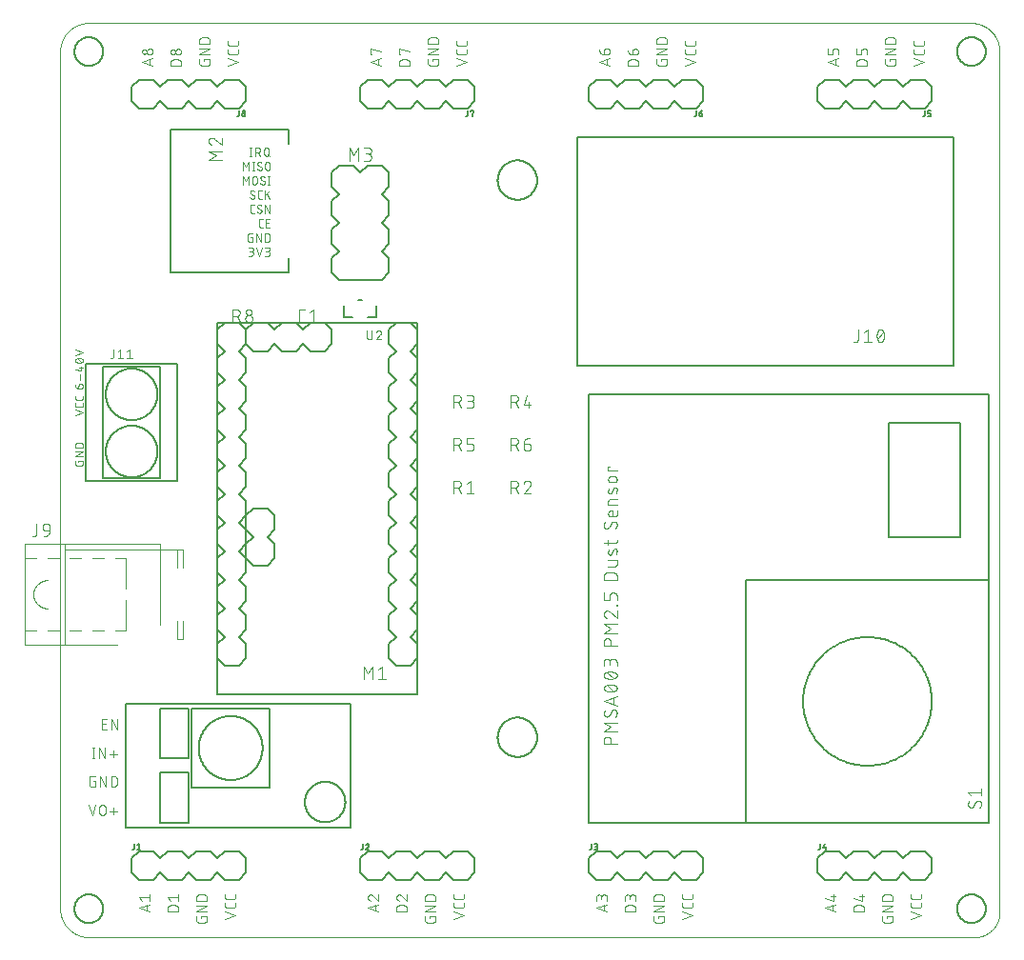
<source format=gto>
G75*
%MOIN*%
%OFA0B0*%
%FSLAX25Y25*%
%IPPOS*%
%LPD*%
%AMOC8*
5,1,8,0,0,1.08239X$1,22.5*
%
%ADD10C,0.00000*%
%ADD11C,0.00600*%
%ADD12C,0.00300*%
%ADD13C,0.00800*%
%ADD14C,0.00500*%
%ADD15C,0.00394*%
%ADD16C,0.00400*%
D10*
X0013520Y0011600D02*
X0013520Y0311561D01*
X0013523Y0311803D01*
X0013532Y0312044D01*
X0013546Y0312285D01*
X0013567Y0312526D01*
X0013593Y0312766D01*
X0013625Y0313006D01*
X0013663Y0313245D01*
X0013706Y0313482D01*
X0013756Y0313719D01*
X0013811Y0313954D01*
X0013871Y0314188D01*
X0013938Y0314420D01*
X0014009Y0314651D01*
X0014087Y0314880D01*
X0014170Y0315107D01*
X0014258Y0315332D01*
X0014352Y0315555D01*
X0014451Y0315775D01*
X0014556Y0315993D01*
X0014665Y0316208D01*
X0014780Y0316421D01*
X0014900Y0316631D01*
X0015025Y0316837D01*
X0015155Y0317041D01*
X0015290Y0317242D01*
X0015430Y0317439D01*
X0015574Y0317633D01*
X0015723Y0317823D01*
X0015877Y0318009D01*
X0016035Y0318192D01*
X0016197Y0318371D01*
X0016364Y0318546D01*
X0016535Y0318717D01*
X0016710Y0318884D01*
X0016889Y0319046D01*
X0017072Y0319204D01*
X0017258Y0319358D01*
X0017448Y0319507D01*
X0017642Y0319651D01*
X0017839Y0319791D01*
X0018040Y0319926D01*
X0018244Y0320056D01*
X0018450Y0320181D01*
X0018660Y0320301D01*
X0018873Y0320416D01*
X0019088Y0320525D01*
X0019306Y0320630D01*
X0019526Y0320729D01*
X0019749Y0320823D01*
X0019974Y0320911D01*
X0020201Y0320994D01*
X0020430Y0321072D01*
X0020661Y0321143D01*
X0020893Y0321210D01*
X0021127Y0321270D01*
X0021362Y0321325D01*
X0021599Y0321375D01*
X0021836Y0321418D01*
X0022075Y0321456D01*
X0022315Y0321488D01*
X0022555Y0321514D01*
X0022796Y0321535D01*
X0023037Y0321549D01*
X0023278Y0321558D01*
X0023520Y0321561D01*
X0332260Y0321561D01*
X0332501Y0321558D01*
X0332741Y0321549D01*
X0332982Y0321535D01*
X0333221Y0321514D01*
X0333461Y0321488D01*
X0333699Y0321456D01*
X0333937Y0321419D01*
X0334174Y0321375D01*
X0334409Y0321326D01*
X0334644Y0321272D01*
X0334877Y0321211D01*
X0335108Y0321145D01*
X0335338Y0321073D01*
X0335566Y0320996D01*
X0335792Y0320914D01*
X0336016Y0320826D01*
X0336238Y0320732D01*
X0336458Y0320633D01*
X0336675Y0320529D01*
X0336889Y0320420D01*
X0337101Y0320306D01*
X0337310Y0320186D01*
X0337516Y0320062D01*
X0337719Y0319932D01*
X0337918Y0319798D01*
X0338115Y0319659D01*
X0338308Y0319515D01*
X0338497Y0319366D01*
X0338683Y0319213D01*
X0338865Y0319056D01*
X0339044Y0318894D01*
X0339218Y0318728D01*
X0339388Y0318558D01*
X0339554Y0318384D01*
X0339716Y0318205D01*
X0339873Y0318023D01*
X0340026Y0317837D01*
X0340175Y0317648D01*
X0340319Y0317455D01*
X0340458Y0317258D01*
X0340592Y0317059D01*
X0340722Y0316856D01*
X0340846Y0316650D01*
X0340966Y0316441D01*
X0341080Y0316229D01*
X0341189Y0316015D01*
X0341293Y0315798D01*
X0341392Y0315578D01*
X0341486Y0315356D01*
X0341574Y0315132D01*
X0341656Y0314906D01*
X0341733Y0314678D01*
X0341805Y0314448D01*
X0341871Y0314217D01*
X0341932Y0313984D01*
X0341986Y0313749D01*
X0342035Y0313514D01*
X0342079Y0313277D01*
X0342116Y0313039D01*
X0342148Y0312801D01*
X0342174Y0312561D01*
X0342195Y0312322D01*
X0342209Y0312081D01*
X0342218Y0311841D01*
X0342221Y0311600D01*
X0342220Y0311600D02*
X0342220Y0010301D01*
X0342221Y0010301D02*
X0342218Y0010091D01*
X0342211Y0009881D01*
X0342198Y0009671D01*
X0342180Y0009461D01*
X0342158Y0009252D01*
X0342130Y0009044D01*
X0342097Y0008836D01*
X0342059Y0008629D01*
X0342016Y0008423D01*
X0341968Y0008219D01*
X0341915Y0008015D01*
X0341858Y0007813D01*
X0341795Y0007612D01*
X0341728Y0007413D01*
X0341656Y0007216D01*
X0341579Y0007020D01*
X0341497Y0006826D01*
X0341411Y0006634D01*
X0341320Y0006445D01*
X0341224Y0006257D01*
X0341124Y0006072D01*
X0341020Y0005890D01*
X0340911Y0005710D01*
X0340798Y0005533D01*
X0340681Y0005358D01*
X0340559Y0005187D01*
X0340434Y0005018D01*
X0340304Y0004853D01*
X0340170Y0004690D01*
X0340033Y0004531D01*
X0339891Y0004375D01*
X0339746Y0004223D01*
X0339598Y0004075D01*
X0339446Y0003930D01*
X0339290Y0003788D01*
X0339131Y0003651D01*
X0338968Y0003517D01*
X0338803Y0003387D01*
X0338634Y0003262D01*
X0338463Y0003140D01*
X0338288Y0003023D01*
X0338111Y0002910D01*
X0337931Y0002801D01*
X0337749Y0002697D01*
X0337564Y0002597D01*
X0337376Y0002501D01*
X0337187Y0002410D01*
X0336995Y0002324D01*
X0336801Y0002242D01*
X0336605Y0002165D01*
X0336408Y0002093D01*
X0336209Y0002026D01*
X0336008Y0001963D01*
X0335806Y0001906D01*
X0335602Y0001853D01*
X0335398Y0001805D01*
X0335192Y0001762D01*
X0334985Y0001724D01*
X0334777Y0001691D01*
X0334569Y0001663D01*
X0334360Y0001641D01*
X0334150Y0001623D01*
X0333940Y0001610D01*
X0333730Y0001603D01*
X0333520Y0001600D01*
X0023520Y0001600D01*
X0023278Y0001603D01*
X0023037Y0001612D01*
X0022796Y0001626D01*
X0022555Y0001647D01*
X0022315Y0001673D01*
X0022075Y0001705D01*
X0021836Y0001743D01*
X0021599Y0001786D01*
X0021362Y0001836D01*
X0021127Y0001891D01*
X0020893Y0001951D01*
X0020661Y0002018D01*
X0020430Y0002089D01*
X0020201Y0002167D01*
X0019974Y0002250D01*
X0019749Y0002338D01*
X0019526Y0002432D01*
X0019306Y0002531D01*
X0019088Y0002636D01*
X0018873Y0002745D01*
X0018660Y0002860D01*
X0018450Y0002980D01*
X0018244Y0003105D01*
X0018040Y0003235D01*
X0017839Y0003370D01*
X0017642Y0003510D01*
X0017448Y0003654D01*
X0017258Y0003803D01*
X0017072Y0003957D01*
X0016889Y0004115D01*
X0016710Y0004277D01*
X0016535Y0004444D01*
X0016364Y0004615D01*
X0016197Y0004790D01*
X0016035Y0004969D01*
X0015877Y0005152D01*
X0015723Y0005338D01*
X0015574Y0005528D01*
X0015430Y0005722D01*
X0015290Y0005919D01*
X0015155Y0006120D01*
X0015025Y0006324D01*
X0014900Y0006530D01*
X0014780Y0006740D01*
X0014665Y0006953D01*
X0014556Y0007168D01*
X0014451Y0007386D01*
X0014352Y0007606D01*
X0014258Y0007829D01*
X0014170Y0008054D01*
X0014087Y0008281D01*
X0014009Y0008510D01*
X0013938Y0008741D01*
X0013871Y0008973D01*
X0013811Y0009207D01*
X0013756Y0009442D01*
X0013706Y0009679D01*
X0013663Y0009916D01*
X0013625Y0010155D01*
X0013593Y0010395D01*
X0013567Y0010635D01*
X0013546Y0010876D01*
X0013532Y0011117D01*
X0013523Y0011358D01*
X0013520Y0011600D01*
D11*
X0018520Y0011600D02*
X0018522Y0011741D01*
X0018528Y0011882D01*
X0018538Y0012022D01*
X0018552Y0012162D01*
X0018570Y0012302D01*
X0018591Y0012441D01*
X0018617Y0012580D01*
X0018646Y0012718D01*
X0018680Y0012854D01*
X0018717Y0012990D01*
X0018758Y0013125D01*
X0018803Y0013259D01*
X0018852Y0013391D01*
X0018904Y0013522D01*
X0018960Y0013651D01*
X0019020Y0013778D01*
X0019083Y0013904D01*
X0019149Y0014028D01*
X0019220Y0014151D01*
X0019293Y0014271D01*
X0019370Y0014389D01*
X0019450Y0014505D01*
X0019534Y0014618D01*
X0019620Y0014729D01*
X0019710Y0014838D01*
X0019803Y0014944D01*
X0019898Y0015047D01*
X0019997Y0015148D01*
X0020098Y0015246D01*
X0020202Y0015341D01*
X0020309Y0015433D01*
X0020418Y0015522D01*
X0020530Y0015607D01*
X0020644Y0015690D01*
X0020760Y0015770D01*
X0020879Y0015846D01*
X0021000Y0015918D01*
X0021122Y0015988D01*
X0021247Y0016053D01*
X0021373Y0016116D01*
X0021501Y0016174D01*
X0021631Y0016229D01*
X0021762Y0016281D01*
X0021895Y0016328D01*
X0022029Y0016372D01*
X0022164Y0016413D01*
X0022300Y0016449D01*
X0022437Y0016481D01*
X0022575Y0016510D01*
X0022713Y0016535D01*
X0022853Y0016555D01*
X0022993Y0016572D01*
X0023133Y0016585D01*
X0023274Y0016594D01*
X0023414Y0016599D01*
X0023555Y0016600D01*
X0023696Y0016597D01*
X0023837Y0016590D01*
X0023977Y0016579D01*
X0024117Y0016564D01*
X0024257Y0016545D01*
X0024396Y0016523D01*
X0024534Y0016496D01*
X0024672Y0016466D01*
X0024808Y0016431D01*
X0024944Y0016393D01*
X0025078Y0016351D01*
X0025212Y0016305D01*
X0025344Y0016256D01*
X0025474Y0016202D01*
X0025603Y0016145D01*
X0025730Y0016085D01*
X0025856Y0016021D01*
X0025979Y0015953D01*
X0026101Y0015882D01*
X0026221Y0015808D01*
X0026338Y0015730D01*
X0026453Y0015649D01*
X0026566Y0015565D01*
X0026677Y0015478D01*
X0026785Y0015387D01*
X0026890Y0015294D01*
X0026993Y0015197D01*
X0027093Y0015098D01*
X0027190Y0014996D01*
X0027284Y0014891D01*
X0027375Y0014784D01*
X0027463Y0014674D01*
X0027548Y0014562D01*
X0027630Y0014447D01*
X0027709Y0014330D01*
X0027784Y0014211D01*
X0027856Y0014090D01*
X0027924Y0013967D01*
X0027989Y0013842D01*
X0028051Y0013715D01*
X0028108Y0013586D01*
X0028163Y0013456D01*
X0028213Y0013325D01*
X0028260Y0013192D01*
X0028303Y0013058D01*
X0028342Y0012922D01*
X0028377Y0012786D01*
X0028409Y0012649D01*
X0028436Y0012511D01*
X0028460Y0012372D01*
X0028480Y0012232D01*
X0028496Y0012092D01*
X0028508Y0011952D01*
X0028516Y0011811D01*
X0028520Y0011670D01*
X0028520Y0011530D01*
X0028516Y0011389D01*
X0028508Y0011248D01*
X0028496Y0011108D01*
X0028480Y0010968D01*
X0028460Y0010828D01*
X0028436Y0010689D01*
X0028409Y0010551D01*
X0028377Y0010414D01*
X0028342Y0010278D01*
X0028303Y0010142D01*
X0028260Y0010008D01*
X0028213Y0009875D01*
X0028163Y0009744D01*
X0028108Y0009614D01*
X0028051Y0009485D01*
X0027989Y0009358D01*
X0027924Y0009233D01*
X0027856Y0009110D01*
X0027784Y0008989D01*
X0027709Y0008870D01*
X0027630Y0008753D01*
X0027548Y0008638D01*
X0027463Y0008526D01*
X0027375Y0008416D01*
X0027284Y0008309D01*
X0027190Y0008204D01*
X0027093Y0008102D01*
X0026993Y0008003D01*
X0026890Y0007906D01*
X0026785Y0007813D01*
X0026677Y0007722D01*
X0026566Y0007635D01*
X0026453Y0007551D01*
X0026338Y0007470D01*
X0026221Y0007392D01*
X0026101Y0007318D01*
X0025979Y0007247D01*
X0025856Y0007179D01*
X0025730Y0007115D01*
X0025603Y0007055D01*
X0025474Y0006998D01*
X0025344Y0006944D01*
X0025212Y0006895D01*
X0025078Y0006849D01*
X0024944Y0006807D01*
X0024808Y0006769D01*
X0024672Y0006734D01*
X0024534Y0006704D01*
X0024396Y0006677D01*
X0024257Y0006655D01*
X0024117Y0006636D01*
X0023977Y0006621D01*
X0023837Y0006610D01*
X0023696Y0006603D01*
X0023555Y0006600D01*
X0023414Y0006601D01*
X0023274Y0006606D01*
X0023133Y0006615D01*
X0022993Y0006628D01*
X0022853Y0006645D01*
X0022713Y0006665D01*
X0022575Y0006690D01*
X0022437Y0006719D01*
X0022300Y0006751D01*
X0022164Y0006787D01*
X0022029Y0006828D01*
X0021895Y0006872D01*
X0021762Y0006919D01*
X0021631Y0006971D01*
X0021501Y0007026D01*
X0021373Y0007084D01*
X0021247Y0007147D01*
X0021122Y0007212D01*
X0021000Y0007282D01*
X0020879Y0007354D01*
X0020760Y0007430D01*
X0020644Y0007510D01*
X0020530Y0007593D01*
X0020418Y0007678D01*
X0020309Y0007767D01*
X0020202Y0007859D01*
X0020098Y0007954D01*
X0019997Y0008052D01*
X0019898Y0008153D01*
X0019803Y0008256D01*
X0019710Y0008362D01*
X0019620Y0008471D01*
X0019534Y0008582D01*
X0019450Y0008695D01*
X0019370Y0008811D01*
X0019293Y0008929D01*
X0019220Y0009049D01*
X0019149Y0009172D01*
X0019083Y0009296D01*
X0019020Y0009422D01*
X0018960Y0009549D01*
X0018904Y0009678D01*
X0018852Y0009809D01*
X0018803Y0009941D01*
X0018758Y0010075D01*
X0018717Y0010210D01*
X0018680Y0010346D01*
X0018646Y0010482D01*
X0018617Y0010620D01*
X0018591Y0010759D01*
X0018570Y0010898D01*
X0018552Y0011038D01*
X0018538Y0011178D01*
X0018528Y0011318D01*
X0018522Y0011459D01*
X0018520Y0011600D01*
X0166630Y0071600D02*
X0166632Y0071769D01*
X0166638Y0071938D01*
X0166649Y0072107D01*
X0166663Y0072275D01*
X0166682Y0072443D01*
X0166705Y0072611D01*
X0166731Y0072778D01*
X0166762Y0072944D01*
X0166797Y0073110D01*
X0166836Y0073274D01*
X0166880Y0073438D01*
X0166927Y0073600D01*
X0166978Y0073761D01*
X0167033Y0073921D01*
X0167092Y0074080D01*
X0167154Y0074237D01*
X0167221Y0074392D01*
X0167292Y0074546D01*
X0167366Y0074698D01*
X0167444Y0074848D01*
X0167525Y0074996D01*
X0167610Y0075142D01*
X0167699Y0075286D01*
X0167791Y0075428D01*
X0167887Y0075567D01*
X0167986Y0075704D01*
X0168088Y0075839D01*
X0168194Y0075971D01*
X0168303Y0076100D01*
X0168415Y0076227D01*
X0168530Y0076351D01*
X0168648Y0076472D01*
X0168769Y0076590D01*
X0168893Y0076705D01*
X0169020Y0076817D01*
X0169149Y0076926D01*
X0169281Y0077032D01*
X0169416Y0077134D01*
X0169553Y0077233D01*
X0169692Y0077329D01*
X0169834Y0077421D01*
X0169978Y0077510D01*
X0170124Y0077595D01*
X0170272Y0077676D01*
X0170422Y0077754D01*
X0170574Y0077828D01*
X0170728Y0077899D01*
X0170883Y0077966D01*
X0171040Y0078028D01*
X0171199Y0078087D01*
X0171359Y0078142D01*
X0171520Y0078193D01*
X0171682Y0078240D01*
X0171846Y0078284D01*
X0172010Y0078323D01*
X0172176Y0078358D01*
X0172342Y0078389D01*
X0172509Y0078415D01*
X0172677Y0078438D01*
X0172845Y0078457D01*
X0173013Y0078471D01*
X0173182Y0078482D01*
X0173351Y0078488D01*
X0173520Y0078490D01*
X0173689Y0078488D01*
X0173858Y0078482D01*
X0174027Y0078471D01*
X0174195Y0078457D01*
X0174363Y0078438D01*
X0174531Y0078415D01*
X0174698Y0078389D01*
X0174864Y0078358D01*
X0175030Y0078323D01*
X0175194Y0078284D01*
X0175358Y0078240D01*
X0175520Y0078193D01*
X0175681Y0078142D01*
X0175841Y0078087D01*
X0176000Y0078028D01*
X0176157Y0077966D01*
X0176312Y0077899D01*
X0176466Y0077828D01*
X0176618Y0077754D01*
X0176768Y0077676D01*
X0176916Y0077595D01*
X0177062Y0077510D01*
X0177206Y0077421D01*
X0177348Y0077329D01*
X0177487Y0077233D01*
X0177624Y0077134D01*
X0177759Y0077032D01*
X0177891Y0076926D01*
X0178020Y0076817D01*
X0178147Y0076705D01*
X0178271Y0076590D01*
X0178392Y0076472D01*
X0178510Y0076351D01*
X0178625Y0076227D01*
X0178737Y0076100D01*
X0178846Y0075971D01*
X0178952Y0075839D01*
X0179054Y0075704D01*
X0179153Y0075567D01*
X0179249Y0075428D01*
X0179341Y0075286D01*
X0179430Y0075142D01*
X0179515Y0074996D01*
X0179596Y0074848D01*
X0179674Y0074698D01*
X0179748Y0074546D01*
X0179819Y0074392D01*
X0179886Y0074237D01*
X0179948Y0074080D01*
X0180007Y0073921D01*
X0180062Y0073761D01*
X0180113Y0073600D01*
X0180160Y0073438D01*
X0180204Y0073274D01*
X0180243Y0073110D01*
X0180278Y0072944D01*
X0180309Y0072778D01*
X0180335Y0072611D01*
X0180358Y0072443D01*
X0180377Y0072275D01*
X0180391Y0072107D01*
X0180402Y0071938D01*
X0180408Y0071769D01*
X0180410Y0071600D01*
X0180408Y0071431D01*
X0180402Y0071262D01*
X0180391Y0071093D01*
X0180377Y0070925D01*
X0180358Y0070757D01*
X0180335Y0070589D01*
X0180309Y0070422D01*
X0180278Y0070256D01*
X0180243Y0070090D01*
X0180204Y0069926D01*
X0180160Y0069762D01*
X0180113Y0069600D01*
X0180062Y0069439D01*
X0180007Y0069279D01*
X0179948Y0069120D01*
X0179886Y0068963D01*
X0179819Y0068808D01*
X0179748Y0068654D01*
X0179674Y0068502D01*
X0179596Y0068352D01*
X0179515Y0068204D01*
X0179430Y0068058D01*
X0179341Y0067914D01*
X0179249Y0067772D01*
X0179153Y0067633D01*
X0179054Y0067496D01*
X0178952Y0067361D01*
X0178846Y0067229D01*
X0178737Y0067100D01*
X0178625Y0066973D01*
X0178510Y0066849D01*
X0178392Y0066728D01*
X0178271Y0066610D01*
X0178147Y0066495D01*
X0178020Y0066383D01*
X0177891Y0066274D01*
X0177759Y0066168D01*
X0177624Y0066066D01*
X0177487Y0065967D01*
X0177348Y0065871D01*
X0177206Y0065779D01*
X0177062Y0065690D01*
X0176916Y0065605D01*
X0176768Y0065524D01*
X0176618Y0065446D01*
X0176466Y0065372D01*
X0176312Y0065301D01*
X0176157Y0065234D01*
X0176000Y0065172D01*
X0175841Y0065113D01*
X0175681Y0065058D01*
X0175520Y0065007D01*
X0175358Y0064960D01*
X0175194Y0064916D01*
X0175030Y0064877D01*
X0174864Y0064842D01*
X0174698Y0064811D01*
X0174531Y0064785D01*
X0174363Y0064762D01*
X0174195Y0064743D01*
X0174027Y0064729D01*
X0173858Y0064718D01*
X0173689Y0064712D01*
X0173520Y0064710D01*
X0173351Y0064712D01*
X0173182Y0064718D01*
X0173013Y0064729D01*
X0172845Y0064743D01*
X0172677Y0064762D01*
X0172509Y0064785D01*
X0172342Y0064811D01*
X0172176Y0064842D01*
X0172010Y0064877D01*
X0171846Y0064916D01*
X0171682Y0064960D01*
X0171520Y0065007D01*
X0171359Y0065058D01*
X0171199Y0065113D01*
X0171040Y0065172D01*
X0170883Y0065234D01*
X0170728Y0065301D01*
X0170574Y0065372D01*
X0170422Y0065446D01*
X0170272Y0065524D01*
X0170124Y0065605D01*
X0169978Y0065690D01*
X0169834Y0065779D01*
X0169692Y0065871D01*
X0169553Y0065967D01*
X0169416Y0066066D01*
X0169281Y0066168D01*
X0169149Y0066274D01*
X0169020Y0066383D01*
X0168893Y0066495D01*
X0168769Y0066610D01*
X0168648Y0066728D01*
X0168530Y0066849D01*
X0168415Y0066973D01*
X0168303Y0067100D01*
X0168194Y0067229D01*
X0168088Y0067361D01*
X0167986Y0067496D01*
X0167887Y0067633D01*
X0167791Y0067772D01*
X0167699Y0067914D01*
X0167610Y0068058D01*
X0167525Y0068204D01*
X0167444Y0068352D01*
X0167366Y0068502D01*
X0167292Y0068654D01*
X0167221Y0068808D01*
X0167154Y0068963D01*
X0167092Y0069120D01*
X0167033Y0069279D01*
X0166978Y0069439D01*
X0166927Y0069600D01*
X0166880Y0069762D01*
X0166836Y0069926D01*
X0166797Y0070090D01*
X0166762Y0070256D01*
X0166731Y0070422D01*
X0166705Y0070589D01*
X0166682Y0070757D01*
X0166663Y0070925D01*
X0166649Y0071093D01*
X0166638Y0071262D01*
X0166632Y0071431D01*
X0166630Y0071600D01*
X0327417Y0011600D02*
X0327419Y0011741D01*
X0327425Y0011882D01*
X0327435Y0012022D01*
X0327449Y0012162D01*
X0327467Y0012302D01*
X0327488Y0012441D01*
X0327514Y0012580D01*
X0327543Y0012718D01*
X0327577Y0012854D01*
X0327614Y0012990D01*
X0327655Y0013125D01*
X0327700Y0013259D01*
X0327749Y0013391D01*
X0327801Y0013522D01*
X0327857Y0013651D01*
X0327917Y0013778D01*
X0327980Y0013904D01*
X0328046Y0014028D01*
X0328117Y0014151D01*
X0328190Y0014271D01*
X0328267Y0014389D01*
X0328347Y0014505D01*
X0328431Y0014618D01*
X0328517Y0014729D01*
X0328607Y0014838D01*
X0328700Y0014944D01*
X0328795Y0015047D01*
X0328894Y0015148D01*
X0328995Y0015246D01*
X0329099Y0015341D01*
X0329206Y0015433D01*
X0329315Y0015522D01*
X0329427Y0015607D01*
X0329541Y0015690D01*
X0329657Y0015770D01*
X0329776Y0015846D01*
X0329897Y0015918D01*
X0330019Y0015988D01*
X0330144Y0016053D01*
X0330270Y0016116D01*
X0330398Y0016174D01*
X0330528Y0016229D01*
X0330659Y0016281D01*
X0330792Y0016328D01*
X0330926Y0016372D01*
X0331061Y0016413D01*
X0331197Y0016449D01*
X0331334Y0016481D01*
X0331472Y0016510D01*
X0331610Y0016535D01*
X0331750Y0016555D01*
X0331890Y0016572D01*
X0332030Y0016585D01*
X0332171Y0016594D01*
X0332311Y0016599D01*
X0332452Y0016600D01*
X0332593Y0016597D01*
X0332734Y0016590D01*
X0332874Y0016579D01*
X0333014Y0016564D01*
X0333154Y0016545D01*
X0333293Y0016523D01*
X0333431Y0016496D01*
X0333569Y0016466D01*
X0333705Y0016431D01*
X0333841Y0016393D01*
X0333975Y0016351D01*
X0334109Y0016305D01*
X0334241Y0016256D01*
X0334371Y0016202D01*
X0334500Y0016145D01*
X0334627Y0016085D01*
X0334753Y0016021D01*
X0334876Y0015953D01*
X0334998Y0015882D01*
X0335118Y0015808D01*
X0335235Y0015730D01*
X0335350Y0015649D01*
X0335463Y0015565D01*
X0335574Y0015478D01*
X0335682Y0015387D01*
X0335787Y0015294D01*
X0335890Y0015197D01*
X0335990Y0015098D01*
X0336087Y0014996D01*
X0336181Y0014891D01*
X0336272Y0014784D01*
X0336360Y0014674D01*
X0336445Y0014562D01*
X0336527Y0014447D01*
X0336606Y0014330D01*
X0336681Y0014211D01*
X0336753Y0014090D01*
X0336821Y0013967D01*
X0336886Y0013842D01*
X0336948Y0013715D01*
X0337005Y0013586D01*
X0337060Y0013456D01*
X0337110Y0013325D01*
X0337157Y0013192D01*
X0337200Y0013058D01*
X0337239Y0012922D01*
X0337274Y0012786D01*
X0337306Y0012649D01*
X0337333Y0012511D01*
X0337357Y0012372D01*
X0337377Y0012232D01*
X0337393Y0012092D01*
X0337405Y0011952D01*
X0337413Y0011811D01*
X0337417Y0011670D01*
X0337417Y0011530D01*
X0337413Y0011389D01*
X0337405Y0011248D01*
X0337393Y0011108D01*
X0337377Y0010968D01*
X0337357Y0010828D01*
X0337333Y0010689D01*
X0337306Y0010551D01*
X0337274Y0010414D01*
X0337239Y0010278D01*
X0337200Y0010142D01*
X0337157Y0010008D01*
X0337110Y0009875D01*
X0337060Y0009744D01*
X0337005Y0009614D01*
X0336948Y0009485D01*
X0336886Y0009358D01*
X0336821Y0009233D01*
X0336753Y0009110D01*
X0336681Y0008989D01*
X0336606Y0008870D01*
X0336527Y0008753D01*
X0336445Y0008638D01*
X0336360Y0008526D01*
X0336272Y0008416D01*
X0336181Y0008309D01*
X0336087Y0008204D01*
X0335990Y0008102D01*
X0335890Y0008003D01*
X0335787Y0007906D01*
X0335682Y0007813D01*
X0335574Y0007722D01*
X0335463Y0007635D01*
X0335350Y0007551D01*
X0335235Y0007470D01*
X0335118Y0007392D01*
X0334998Y0007318D01*
X0334876Y0007247D01*
X0334753Y0007179D01*
X0334627Y0007115D01*
X0334500Y0007055D01*
X0334371Y0006998D01*
X0334241Y0006944D01*
X0334109Y0006895D01*
X0333975Y0006849D01*
X0333841Y0006807D01*
X0333705Y0006769D01*
X0333569Y0006734D01*
X0333431Y0006704D01*
X0333293Y0006677D01*
X0333154Y0006655D01*
X0333014Y0006636D01*
X0332874Y0006621D01*
X0332734Y0006610D01*
X0332593Y0006603D01*
X0332452Y0006600D01*
X0332311Y0006601D01*
X0332171Y0006606D01*
X0332030Y0006615D01*
X0331890Y0006628D01*
X0331750Y0006645D01*
X0331610Y0006665D01*
X0331472Y0006690D01*
X0331334Y0006719D01*
X0331197Y0006751D01*
X0331061Y0006787D01*
X0330926Y0006828D01*
X0330792Y0006872D01*
X0330659Y0006919D01*
X0330528Y0006971D01*
X0330398Y0007026D01*
X0330270Y0007084D01*
X0330144Y0007147D01*
X0330019Y0007212D01*
X0329897Y0007282D01*
X0329776Y0007354D01*
X0329657Y0007430D01*
X0329541Y0007510D01*
X0329427Y0007593D01*
X0329315Y0007678D01*
X0329206Y0007767D01*
X0329099Y0007859D01*
X0328995Y0007954D01*
X0328894Y0008052D01*
X0328795Y0008153D01*
X0328700Y0008256D01*
X0328607Y0008362D01*
X0328517Y0008471D01*
X0328431Y0008582D01*
X0328347Y0008695D01*
X0328267Y0008811D01*
X0328190Y0008929D01*
X0328117Y0009049D01*
X0328046Y0009172D01*
X0327980Y0009296D01*
X0327917Y0009422D01*
X0327857Y0009549D01*
X0327801Y0009678D01*
X0327749Y0009809D01*
X0327700Y0009941D01*
X0327655Y0010075D01*
X0327614Y0010210D01*
X0327577Y0010346D01*
X0327543Y0010482D01*
X0327514Y0010620D01*
X0327488Y0010759D01*
X0327467Y0010898D01*
X0327449Y0011038D01*
X0327435Y0011178D01*
X0327425Y0011318D01*
X0327419Y0011459D01*
X0327417Y0011600D01*
X0166630Y0266600D02*
X0166632Y0266769D01*
X0166638Y0266938D01*
X0166649Y0267107D01*
X0166663Y0267275D01*
X0166682Y0267443D01*
X0166705Y0267611D01*
X0166731Y0267778D01*
X0166762Y0267944D01*
X0166797Y0268110D01*
X0166836Y0268274D01*
X0166880Y0268438D01*
X0166927Y0268600D01*
X0166978Y0268761D01*
X0167033Y0268921D01*
X0167092Y0269080D01*
X0167154Y0269237D01*
X0167221Y0269392D01*
X0167292Y0269546D01*
X0167366Y0269698D01*
X0167444Y0269848D01*
X0167525Y0269996D01*
X0167610Y0270142D01*
X0167699Y0270286D01*
X0167791Y0270428D01*
X0167887Y0270567D01*
X0167986Y0270704D01*
X0168088Y0270839D01*
X0168194Y0270971D01*
X0168303Y0271100D01*
X0168415Y0271227D01*
X0168530Y0271351D01*
X0168648Y0271472D01*
X0168769Y0271590D01*
X0168893Y0271705D01*
X0169020Y0271817D01*
X0169149Y0271926D01*
X0169281Y0272032D01*
X0169416Y0272134D01*
X0169553Y0272233D01*
X0169692Y0272329D01*
X0169834Y0272421D01*
X0169978Y0272510D01*
X0170124Y0272595D01*
X0170272Y0272676D01*
X0170422Y0272754D01*
X0170574Y0272828D01*
X0170728Y0272899D01*
X0170883Y0272966D01*
X0171040Y0273028D01*
X0171199Y0273087D01*
X0171359Y0273142D01*
X0171520Y0273193D01*
X0171682Y0273240D01*
X0171846Y0273284D01*
X0172010Y0273323D01*
X0172176Y0273358D01*
X0172342Y0273389D01*
X0172509Y0273415D01*
X0172677Y0273438D01*
X0172845Y0273457D01*
X0173013Y0273471D01*
X0173182Y0273482D01*
X0173351Y0273488D01*
X0173520Y0273490D01*
X0173689Y0273488D01*
X0173858Y0273482D01*
X0174027Y0273471D01*
X0174195Y0273457D01*
X0174363Y0273438D01*
X0174531Y0273415D01*
X0174698Y0273389D01*
X0174864Y0273358D01*
X0175030Y0273323D01*
X0175194Y0273284D01*
X0175358Y0273240D01*
X0175520Y0273193D01*
X0175681Y0273142D01*
X0175841Y0273087D01*
X0176000Y0273028D01*
X0176157Y0272966D01*
X0176312Y0272899D01*
X0176466Y0272828D01*
X0176618Y0272754D01*
X0176768Y0272676D01*
X0176916Y0272595D01*
X0177062Y0272510D01*
X0177206Y0272421D01*
X0177348Y0272329D01*
X0177487Y0272233D01*
X0177624Y0272134D01*
X0177759Y0272032D01*
X0177891Y0271926D01*
X0178020Y0271817D01*
X0178147Y0271705D01*
X0178271Y0271590D01*
X0178392Y0271472D01*
X0178510Y0271351D01*
X0178625Y0271227D01*
X0178737Y0271100D01*
X0178846Y0270971D01*
X0178952Y0270839D01*
X0179054Y0270704D01*
X0179153Y0270567D01*
X0179249Y0270428D01*
X0179341Y0270286D01*
X0179430Y0270142D01*
X0179515Y0269996D01*
X0179596Y0269848D01*
X0179674Y0269698D01*
X0179748Y0269546D01*
X0179819Y0269392D01*
X0179886Y0269237D01*
X0179948Y0269080D01*
X0180007Y0268921D01*
X0180062Y0268761D01*
X0180113Y0268600D01*
X0180160Y0268438D01*
X0180204Y0268274D01*
X0180243Y0268110D01*
X0180278Y0267944D01*
X0180309Y0267778D01*
X0180335Y0267611D01*
X0180358Y0267443D01*
X0180377Y0267275D01*
X0180391Y0267107D01*
X0180402Y0266938D01*
X0180408Y0266769D01*
X0180410Y0266600D01*
X0180408Y0266431D01*
X0180402Y0266262D01*
X0180391Y0266093D01*
X0180377Y0265925D01*
X0180358Y0265757D01*
X0180335Y0265589D01*
X0180309Y0265422D01*
X0180278Y0265256D01*
X0180243Y0265090D01*
X0180204Y0264926D01*
X0180160Y0264762D01*
X0180113Y0264600D01*
X0180062Y0264439D01*
X0180007Y0264279D01*
X0179948Y0264120D01*
X0179886Y0263963D01*
X0179819Y0263808D01*
X0179748Y0263654D01*
X0179674Y0263502D01*
X0179596Y0263352D01*
X0179515Y0263204D01*
X0179430Y0263058D01*
X0179341Y0262914D01*
X0179249Y0262772D01*
X0179153Y0262633D01*
X0179054Y0262496D01*
X0178952Y0262361D01*
X0178846Y0262229D01*
X0178737Y0262100D01*
X0178625Y0261973D01*
X0178510Y0261849D01*
X0178392Y0261728D01*
X0178271Y0261610D01*
X0178147Y0261495D01*
X0178020Y0261383D01*
X0177891Y0261274D01*
X0177759Y0261168D01*
X0177624Y0261066D01*
X0177487Y0260967D01*
X0177348Y0260871D01*
X0177206Y0260779D01*
X0177062Y0260690D01*
X0176916Y0260605D01*
X0176768Y0260524D01*
X0176618Y0260446D01*
X0176466Y0260372D01*
X0176312Y0260301D01*
X0176157Y0260234D01*
X0176000Y0260172D01*
X0175841Y0260113D01*
X0175681Y0260058D01*
X0175520Y0260007D01*
X0175358Y0259960D01*
X0175194Y0259916D01*
X0175030Y0259877D01*
X0174864Y0259842D01*
X0174698Y0259811D01*
X0174531Y0259785D01*
X0174363Y0259762D01*
X0174195Y0259743D01*
X0174027Y0259729D01*
X0173858Y0259718D01*
X0173689Y0259712D01*
X0173520Y0259710D01*
X0173351Y0259712D01*
X0173182Y0259718D01*
X0173013Y0259729D01*
X0172845Y0259743D01*
X0172677Y0259762D01*
X0172509Y0259785D01*
X0172342Y0259811D01*
X0172176Y0259842D01*
X0172010Y0259877D01*
X0171846Y0259916D01*
X0171682Y0259960D01*
X0171520Y0260007D01*
X0171359Y0260058D01*
X0171199Y0260113D01*
X0171040Y0260172D01*
X0170883Y0260234D01*
X0170728Y0260301D01*
X0170574Y0260372D01*
X0170422Y0260446D01*
X0170272Y0260524D01*
X0170124Y0260605D01*
X0169978Y0260690D01*
X0169834Y0260779D01*
X0169692Y0260871D01*
X0169553Y0260967D01*
X0169416Y0261066D01*
X0169281Y0261168D01*
X0169149Y0261274D01*
X0169020Y0261383D01*
X0168893Y0261495D01*
X0168769Y0261610D01*
X0168648Y0261728D01*
X0168530Y0261849D01*
X0168415Y0261973D01*
X0168303Y0262100D01*
X0168194Y0262229D01*
X0168088Y0262361D01*
X0167986Y0262496D01*
X0167887Y0262633D01*
X0167791Y0262772D01*
X0167699Y0262914D01*
X0167610Y0263058D01*
X0167525Y0263204D01*
X0167444Y0263352D01*
X0167366Y0263502D01*
X0167292Y0263654D01*
X0167221Y0263808D01*
X0167154Y0263963D01*
X0167092Y0264120D01*
X0167033Y0264279D01*
X0166978Y0264439D01*
X0166927Y0264600D01*
X0166880Y0264762D01*
X0166836Y0264926D01*
X0166797Y0265090D01*
X0166762Y0265256D01*
X0166731Y0265422D01*
X0166705Y0265589D01*
X0166682Y0265757D01*
X0166663Y0265925D01*
X0166649Y0266093D01*
X0166638Y0266262D01*
X0166632Y0266431D01*
X0166630Y0266600D01*
X0018520Y0311600D02*
X0018522Y0311741D01*
X0018528Y0311882D01*
X0018538Y0312022D01*
X0018552Y0312162D01*
X0018570Y0312302D01*
X0018591Y0312441D01*
X0018617Y0312580D01*
X0018646Y0312718D01*
X0018680Y0312854D01*
X0018717Y0312990D01*
X0018758Y0313125D01*
X0018803Y0313259D01*
X0018852Y0313391D01*
X0018904Y0313522D01*
X0018960Y0313651D01*
X0019020Y0313778D01*
X0019083Y0313904D01*
X0019149Y0314028D01*
X0019220Y0314151D01*
X0019293Y0314271D01*
X0019370Y0314389D01*
X0019450Y0314505D01*
X0019534Y0314618D01*
X0019620Y0314729D01*
X0019710Y0314838D01*
X0019803Y0314944D01*
X0019898Y0315047D01*
X0019997Y0315148D01*
X0020098Y0315246D01*
X0020202Y0315341D01*
X0020309Y0315433D01*
X0020418Y0315522D01*
X0020530Y0315607D01*
X0020644Y0315690D01*
X0020760Y0315770D01*
X0020879Y0315846D01*
X0021000Y0315918D01*
X0021122Y0315988D01*
X0021247Y0316053D01*
X0021373Y0316116D01*
X0021501Y0316174D01*
X0021631Y0316229D01*
X0021762Y0316281D01*
X0021895Y0316328D01*
X0022029Y0316372D01*
X0022164Y0316413D01*
X0022300Y0316449D01*
X0022437Y0316481D01*
X0022575Y0316510D01*
X0022713Y0316535D01*
X0022853Y0316555D01*
X0022993Y0316572D01*
X0023133Y0316585D01*
X0023274Y0316594D01*
X0023414Y0316599D01*
X0023555Y0316600D01*
X0023696Y0316597D01*
X0023837Y0316590D01*
X0023977Y0316579D01*
X0024117Y0316564D01*
X0024257Y0316545D01*
X0024396Y0316523D01*
X0024534Y0316496D01*
X0024672Y0316466D01*
X0024808Y0316431D01*
X0024944Y0316393D01*
X0025078Y0316351D01*
X0025212Y0316305D01*
X0025344Y0316256D01*
X0025474Y0316202D01*
X0025603Y0316145D01*
X0025730Y0316085D01*
X0025856Y0316021D01*
X0025979Y0315953D01*
X0026101Y0315882D01*
X0026221Y0315808D01*
X0026338Y0315730D01*
X0026453Y0315649D01*
X0026566Y0315565D01*
X0026677Y0315478D01*
X0026785Y0315387D01*
X0026890Y0315294D01*
X0026993Y0315197D01*
X0027093Y0315098D01*
X0027190Y0314996D01*
X0027284Y0314891D01*
X0027375Y0314784D01*
X0027463Y0314674D01*
X0027548Y0314562D01*
X0027630Y0314447D01*
X0027709Y0314330D01*
X0027784Y0314211D01*
X0027856Y0314090D01*
X0027924Y0313967D01*
X0027989Y0313842D01*
X0028051Y0313715D01*
X0028108Y0313586D01*
X0028163Y0313456D01*
X0028213Y0313325D01*
X0028260Y0313192D01*
X0028303Y0313058D01*
X0028342Y0312922D01*
X0028377Y0312786D01*
X0028409Y0312649D01*
X0028436Y0312511D01*
X0028460Y0312372D01*
X0028480Y0312232D01*
X0028496Y0312092D01*
X0028508Y0311952D01*
X0028516Y0311811D01*
X0028520Y0311670D01*
X0028520Y0311530D01*
X0028516Y0311389D01*
X0028508Y0311248D01*
X0028496Y0311108D01*
X0028480Y0310968D01*
X0028460Y0310828D01*
X0028436Y0310689D01*
X0028409Y0310551D01*
X0028377Y0310414D01*
X0028342Y0310278D01*
X0028303Y0310142D01*
X0028260Y0310008D01*
X0028213Y0309875D01*
X0028163Y0309744D01*
X0028108Y0309614D01*
X0028051Y0309485D01*
X0027989Y0309358D01*
X0027924Y0309233D01*
X0027856Y0309110D01*
X0027784Y0308989D01*
X0027709Y0308870D01*
X0027630Y0308753D01*
X0027548Y0308638D01*
X0027463Y0308526D01*
X0027375Y0308416D01*
X0027284Y0308309D01*
X0027190Y0308204D01*
X0027093Y0308102D01*
X0026993Y0308003D01*
X0026890Y0307906D01*
X0026785Y0307813D01*
X0026677Y0307722D01*
X0026566Y0307635D01*
X0026453Y0307551D01*
X0026338Y0307470D01*
X0026221Y0307392D01*
X0026101Y0307318D01*
X0025979Y0307247D01*
X0025856Y0307179D01*
X0025730Y0307115D01*
X0025603Y0307055D01*
X0025474Y0306998D01*
X0025344Y0306944D01*
X0025212Y0306895D01*
X0025078Y0306849D01*
X0024944Y0306807D01*
X0024808Y0306769D01*
X0024672Y0306734D01*
X0024534Y0306704D01*
X0024396Y0306677D01*
X0024257Y0306655D01*
X0024117Y0306636D01*
X0023977Y0306621D01*
X0023837Y0306610D01*
X0023696Y0306603D01*
X0023555Y0306600D01*
X0023414Y0306601D01*
X0023274Y0306606D01*
X0023133Y0306615D01*
X0022993Y0306628D01*
X0022853Y0306645D01*
X0022713Y0306665D01*
X0022575Y0306690D01*
X0022437Y0306719D01*
X0022300Y0306751D01*
X0022164Y0306787D01*
X0022029Y0306828D01*
X0021895Y0306872D01*
X0021762Y0306919D01*
X0021631Y0306971D01*
X0021501Y0307026D01*
X0021373Y0307084D01*
X0021247Y0307147D01*
X0021122Y0307212D01*
X0021000Y0307282D01*
X0020879Y0307354D01*
X0020760Y0307430D01*
X0020644Y0307510D01*
X0020530Y0307593D01*
X0020418Y0307678D01*
X0020309Y0307767D01*
X0020202Y0307859D01*
X0020098Y0307954D01*
X0019997Y0308052D01*
X0019898Y0308153D01*
X0019803Y0308256D01*
X0019710Y0308362D01*
X0019620Y0308471D01*
X0019534Y0308582D01*
X0019450Y0308695D01*
X0019370Y0308811D01*
X0019293Y0308929D01*
X0019220Y0309049D01*
X0019149Y0309172D01*
X0019083Y0309296D01*
X0019020Y0309422D01*
X0018960Y0309549D01*
X0018904Y0309678D01*
X0018852Y0309809D01*
X0018803Y0309941D01*
X0018758Y0310075D01*
X0018717Y0310210D01*
X0018680Y0310346D01*
X0018646Y0310482D01*
X0018617Y0310620D01*
X0018591Y0310759D01*
X0018570Y0310898D01*
X0018552Y0311038D01*
X0018538Y0311178D01*
X0018528Y0311318D01*
X0018522Y0311459D01*
X0018520Y0311600D01*
X0327417Y0311600D02*
X0327419Y0311741D01*
X0327425Y0311882D01*
X0327435Y0312022D01*
X0327449Y0312162D01*
X0327467Y0312302D01*
X0327488Y0312441D01*
X0327514Y0312580D01*
X0327543Y0312718D01*
X0327577Y0312854D01*
X0327614Y0312990D01*
X0327655Y0313125D01*
X0327700Y0313259D01*
X0327749Y0313391D01*
X0327801Y0313522D01*
X0327857Y0313651D01*
X0327917Y0313778D01*
X0327980Y0313904D01*
X0328046Y0314028D01*
X0328117Y0314151D01*
X0328190Y0314271D01*
X0328267Y0314389D01*
X0328347Y0314505D01*
X0328431Y0314618D01*
X0328517Y0314729D01*
X0328607Y0314838D01*
X0328700Y0314944D01*
X0328795Y0315047D01*
X0328894Y0315148D01*
X0328995Y0315246D01*
X0329099Y0315341D01*
X0329206Y0315433D01*
X0329315Y0315522D01*
X0329427Y0315607D01*
X0329541Y0315690D01*
X0329657Y0315770D01*
X0329776Y0315846D01*
X0329897Y0315918D01*
X0330019Y0315988D01*
X0330144Y0316053D01*
X0330270Y0316116D01*
X0330398Y0316174D01*
X0330528Y0316229D01*
X0330659Y0316281D01*
X0330792Y0316328D01*
X0330926Y0316372D01*
X0331061Y0316413D01*
X0331197Y0316449D01*
X0331334Y0316481D01*
X0331472Y0316510D01*
X0331610Y0316535D01*
X0331750Y0316555D01*
X0331890Y0316572D01*
X0332030Y0316585D01*
X0332171Y0316594D01*
X0332311Y0316599D01*
X0332452Y0316600D01*
X0332593Y0316597D01*
X0332734Y0316590D01*
X0332874Y0316579D01*
X0333014Y0316564D01*
X0333154Y0316545D01*
X0333293Y0316523D01*
X0333431Y0316496D01*
X0333569Y0316466D01*
X0333705Y0316431D01*
X0333841Y0316393D01*
X0333975Y0316351D01*
X0334109Y0316305D01*
X0334241Y0316256D01*
X0334371Y0316202D01*
X0334500Y0316145D01*
X0334627Y0316085D01*
X0334753Y0316021D01*
X0334876Y0315953D01*
X0334998Y0315882D01*
X0335118Y0315808D01*
X0335235Y0315730D01*
X0335350Y0315649D01*
X0335463Y0315565D01*
X0335574Y0315478D01*
X0335682Y0315387D01*
X0335787Y0315294D01*
X0335890Y0315197D01*
X0335990Y0315098D01*
X0336087Y0314996D01*
X0336181Y0314891D01*
X0336272Y0314784D01*
X0336360Y0314674D01*
X0336445Y0314562D01*
X0336527Y0314447D01*
X0336606Y0314330D01*
X0336681Y0314211D01*
X0336753Y0314090D01*
X0336821Y0313967D01*
X0336886Y0313842D01*
X0336948Y0313715D01*
X0337005Y0313586D01*
X0337060Y0313456D01*
X0337110Y0313325D01*
X0337157Y0313192D01*
X0337200Y0313058D01*
X0337239Y0312922D01*
X0337274Y0312786D01*
X0337306Y0312649D01*
X0337333Y0312511D01*
X0337357Y0312372D01*
X0337377Y0312232D01*
X0337393Y0312092D01*
X0337405Y0311952D01*
X0337413Y0311811D01*
X0337417Y0311670D01*
X0337417Y0311530D01*
X0337413Y0311389D01*
X0337405Y0311248D01*
X0337393Y0311108D01*
X0337377Y0310968D01*
X0337357Y0310828D01*
X0337333Y0310689D01*
X0337306Y0310551D01*
X0337274Y0310414D01*
X0337239Y0310278D01*
X0337200Y0310142D01*
X0337157Y0310008D01*
X0337110Y0309875D01*
X0337060Y0309744D01*
X0337005Y0309614D01*
X0336948Y0309485D01*
X0336886Y0309358D01*
X0336821Y0309233D01*
X0336753Y0309110D01*
X0336681Y0308989D01*
X0336606Y0308870D01*
X0336527Y0308753D01*
X0336445Y0308638D01*
X0336360Y0308526D01*
X0336272Y0308416D01*
X0336181Y0308309D01*
X0336087Y0308204D01*
X0335990Y0308102D01*
X0335890Y0308003D01*
X0335787Y0307906D01*
X0335682Y0307813D01*
X0335574Y0307722D01*
X0335463Y0307635D01*
X0335350Y0307551D01*
X0335235Y0307470D01*
X0335118Y0307392D01*
X0334998Y0307318D01*
X0334876Y0307247D01*
X0334753Y0307179D01*
X0334627Y0307115D01*
X0334500Y0307055D01*
X0334371Y0306998D01*
X0334241Y0306944D01*
X0334109Y0306895D01*
X0333975Y0306849D01*
X0333841Y0306807D01*
X0333705Y0306769D01*
X0333569Y0306734D01*
X0333431Y0306704D01*
X0333293Y0306677D01*
X0333154Y0306655D01*
X0333014Y0306636D01*
X0332874Y0306621D01*
X0332734Y0306610D01*
X0332593Y0306603D01*
X0332452Y0306600D01*
X0332311Y0306601D01*
X0332171Y0306606D01*
X0332030Y0306615D01*
X0331890Y0306628D01*
X0331750Y0306645D01*
X0331610Y0306665D01*
X0331472Y0306690D01*
X0331334Y0306719D01*
X0331197Y0306751D01*
X0331061Y0306787D01*
X0330926Y0306828D01*
X0330792Y0306872D01*
X0330659Y0306919D01*
X0330528Y0306971D01*
X0330398Y0307026D01*
X0330270Y0307084D01*
X0330144Y0307147D01*
X0330019Y0307212D01*
X0329897Y0307282D01*
X0329776Y0307354D01*
X0329657Y0307430D01*
X0329541Y0307510D01*
X0329427Y0307593D01*
X0329315Y0307678D01*
X0329206Y0307767D01*
X0329099Y0307859D01*
X0328995Y0307954D01*
X0328894Y0308052D01*
X0328795Y0308153D01*
X0328700Y0308256D01*
X0328607Y0308362D01*
X0328517Y0308471D01*
X0328431Y0308582D01*
X0328347Y0308695D01*
X0328267Y0308811D01*
X0328190Y0308929D01*
X0328117Y0309049D01*
X0328046Y0309172D01*
X0327980Y0309296D01*
X0327917Y0309422D01*
X0327857Y0309549D01*
X0327801Y0309678D01*
X0327749Y0309809D01*
X0327700Y0309941D01*
X0327655Y0310075D01*
X0327614Y0310210D01*
X0327577Y0310346D01*
X0327543Y0310482D01*
X0327514Y0310620D01*
X0327488Y0310759D01*
X0327467Y0310898D01*
X0327449Y0311038D01*
X0327435Y0311178D01*
X0327425Y0311318D01*
X0327419Y0311459D01*
X0327417Y0311600D01*
D12*
X0315870Y0311332D02*
X0315870Y0312154D01*
X0315869Y0311332D02*
X0315867Y0311276D01*
X0315861Y0311220D01*
X0315852Y0311165D01*
X0315839Y0311110D01*
X0315822Y0311057D01*
X0315801Y0311005D01*
X0315777Y0310954D01*
X0315749Y0310905D01*
X0315719Y0310858D01*
X0315685Y0310813D01*
X0315648Y0310771D01*
X0315608Y0310731D01*
X0315566Y0310694D01*
X0315521Y0310660D01*
X0315474Y0310630D01*
X0315425Y0310602D01*
X0315374Y0310578D01*
X0315322Y0310557D01*
X0315269Y0310540D01*
X0315214Y0310527D01*
X0315159Y0310518D01*
X0315103Y0310512D01*
X0315047Y0310510D01*
X0312992Y0310510D01*
X0312936Y0310512D01*
X0312880Y0310518D01*
X0312825Y0310527D01*
X0312770Y0310540D01*
X0312717Y0310557D01*
X0312665Y0310578D01*
X0312614Y0310602D01*
X0312565Y0310630D01*
X0312518Y0310660D01*
X0312473Y0310694D01*
X0312431Y0310731D01*
X0312391Y0310771D01*
X0312354Y0310813D01*
X0312320Y0310858D01*
X0312290Y0310905D01*
X0312262Y0310954D01*
X0312238Y0311004D01*
X0312217Y0311057D01*
X0312200Y0311110D01*
X0312187Y0311165D01*
X0312178Y0311220D01*
X0312172Y0311276D01*
X0312170Y0311332D01*
X0312170Y0312154D01*
X0312992Y0313510D02*
X0315047Y0313510D01*
X0315103Y0313512D01*
X0315159Y0313518D01*
X0315214Y0313527D01*
X0315269Y0313540D01*
X0315322Y0313557D01*
X0315374Y0313578D01*
X0315425Y0313602D01*
X0315474Y0313630D01*
X0315521Y0313660D01*
X0315566Y0313694D01*
X0315608Y0313731D01*
X0315648Y0313771D01*
X0315685Y0313813D01*
X0315719Y0313858D01*
X0315749Y0313905D01*
X0315777Y0313954D01*
X0315801Y0314005D01*
X0315822Y0314057D01*
X0315839Y0314110D01*
X0315852Y0314165D01*
X0315861Y0314220D01*
X0315867Y0314276D01*
X0315869Y0314332D01*
X0315870Y0314332D02*
X0315870Y0315154D01*
X0312992Y0313510D02*
X0312936Y0313512D01*
X0312880Y0313518D01*
X0312825Y0313527D01*
X0312770Y0313540D01*
X0312717Y0313557D01*
X0312665Y0313578D01*
X0312614Y0313602D01*
X0312565Y0313630D01*
X0312518Y0313660D01*
X0312473Y0313694D01*
X0312431Y0313731D01*
X0312391Y0313771D01*
X0312354Y0313813D01*
X0312320Y0313858D01*
X0312290Y0313905D01*
X0312262Y0313954D01*
X0312238Y0314004D01*
X0312217Y0314057D01*
X0312200Y0314110D01*
X0312187Y0314165D01*
X0312178Y0314220D01*
X0312172Y0314276D01*
X0312170Y0314332D01*
X0312170Y0315154D01*
X0312170Y0309181D02*
X0315870Y0307948D01*
X0312170Y0306714D01*
X0305870Y0307537D02*
X0305870Y0308770D01*
X0303814Y0308770D01*
X0303814Y0308153D01*
X0302992Y0306715D02*
X0302936Y0306717D01*
X0302880Y0306723D01*
X0302825Y0306732D01*
X0302770Y0306745D01*
X0302717Y0306762D01*
X0302665Y0306783D01*
X0302614Y0306807D01*
X0302565Y0306835D01*
X0302518Y0306865D01*
X0302473Y0306899D01*
X0302431Y0306936D01*
X0302391Y0306976D01*
X0302354Y0307018D01*
X0302320Y0307063D01*
X0302290Y0307110D01*
X0302262Y0307159D01*
X0302238Y0307209D01*
X0302217Y0307262D01*
X0302200Y0307315D01*
X0302187Y0307370D01*
X0302178Y0307425D01*
X0302172Y0307481D01*
X0302170Y0307537D01*
X0302170Y0308770D01*
X0302170Y0310554D02*
X0305870Y0312610D01*
X0302170Y0312610D01*
X0302170Y0314394D02*
X0302170Y0315422D01*
X0302169Y0315422D02*
X0302171Y0315484D01*
X0302176Y0315546D01*
X0302186Y0315607D01*
X0302199Y0315668D01*
X0302216Y0315728D01*
X0302236Y0315787D01*
X0302260Y0315844D01*
X0302287Y0315900D01*
X0302317Y0315954D01*
X0302351Y0316006D01*
X0302388Y0316056D01*
X0302428Y0316104D01*
X0302470Y0316149D01*
X0302515Y0316191D01*
X0302563Y0316231D01*
X0302613Y0316268D01*
X0302665Y0316302D01*
X0302719Y0316332D01*
X0302775Y0316359D01*
X0302832Y0316383D01*
X0302891Y0316403D01*
X0302951Y0316420D01*
X0303012Y0316433D01*
X0303073Y0316443D01*
X0303135Y0316448D01*
X0303197Y0316450D01*
X0304842Y0316450D01*
X0304904Y0316448D01*
X0304966Y0316443D01*
X0305027Y0316433D01*
X0305088Y0316420D01*
X0305148Y0316403D01*
X0305207Y0316383D01*
X0305264Y0316359D01*
X0305320Y0316332D01*
X0305374Y0316302D01*
X0305426Y0316268D01*
X0305476Y0316231D01*
X0305524Y0316191D01*
X0305569Y0316149D01*
X0305611Y0316104D01*
X0305651Y0316056D01*
X0305688Y0316006D01*
X0305722Y0315954D01*
X0305752Y0315900D01*
X0305779Y0315844D01*
X0305803Y0315787D01*
X0305823Y0315728D01*
X0305840Y0315668D01*
X0305853Y0315607D01*
X0305863Y0315546D01*
X0305868Y0315484D01*
X0305870Y0315422D01*
X0305870Y0314394D01*
X0302170Y0314394D01*
X0302170Y0310554D02*
X0305870Y0310554D01*
X0305869Y0307537D02*
X0305867Y0307481D01*
X0305861Y0307425D01*
X0305852Y0307370D01*
X0305839Y0307315D01*
X0305822Y0307262D01*
X0305801Y0307210D01*
X0305777Y0307159D01*
X0305749Y0307110D01*
X0305719Y0307063D01*
X0305685Y0307018D01*
X0305648Y0306976D01*
X0305608Y0306936D01*
X0305566Y0306899D01*
X0305521Y0306865D01*
X0305474Y0306835D01*
X0305425Y0306807D01*
X0305374Y0306783D01*
X0305322Y0306762D01*
X0305269Y0306745D01*
X0305214Y0306732D01*
X0305159Y0306723D01*
X0305103Y0306717D01*
X0305047Y0306715D01*
X0305047Y0306714D02*
X0302992Y0306714D01*
X0295870Y0306714D02*
X0295870Y0307742D01*
X0295870Y0306714D02*
X0292170Y0306714D01*
X0292170Y0307742D01*
X0292169Y0307742D02*
X0292171Y0307804D01*
X0292176Y0307866D01*
X0292186Y0307927D01*
X0292199Y0307988D01*
X0292216Y0308048D01*
X0292236Y0308107D01*
X0292260Y0308164D01*
X0292287Y0308220D01*
X0292317Y0308274D01*
X0292351Y0308326D01*
X0292388Y0308376D01*
X0292428Y0308424D01*
X0292470Y0308469D01*
X0292515Y0308511D01*
X0292563Y0308551D01*
X0292613Y0308588D01*
X0292665Y0308622D01*
X0292719Y0308652D01*
X0292775Y0308679D01*
X0292832Y0308703D01*
X0292891Y0308723D01*
X0292951Y0308740D01*
X0293012Y0308753D01*
X0293073Y0308763D01*
X0293135Y0308768D01*
X0293197Y0308770D01*
X0294842Y0308770D01*
X0294904Y0308768D01*
X0294966Y0308763D01*
X0295027Y0308753D01*
X0295088Y0308740D01*
X0295148Y0308723D01*
X0295207Y0308703D01*
X0295264Y0308679D01*
X0295320Y0308652D01*
X0295374Y0308622D01*
X0295426Y0308588D01*
X0295476Y0308551D01*
X0295524Y0308511D01*
X0295569Y0308469D01*
X0295611Y0308424D01*
X0295651Y0308376D01*
X0295688Y0308326D01*
X0295722Y0308274D01*
X0295752Y0308220D01*
X0295779Y0308164D01*
X0295803Y0308107D01*
X0295823Y0308048D01*
X0295840Y0307988D01*
X0295853Y0307927D01*
X0295863Y0307866D01*
X0295868Y0307804D01*
X0295870Y0307742D01*
X0295870Y0310434D02*
X0295870Y0311668D01*
X0295869Y0311668D02*
X0295867Y0311724D01*
X0295861Y0311780D01*
X0295852Y0311835D01*
X0295839Y0311890D01*
X0295822Y0311943D01*
X0295801Y0311995D01*
X0295777Y0312046D01*
X0295749Y0312095D01*
X0295719Y0312142D01*
X0295685Y0312187D01*
X0295648Y0312229D01*
X0295608Y0312269D01*
X0295566Y0312306D01*
X0295521Y0312340D01*
X0295474Y0312370D01*
X0295425Y0312398D01*
X0295374Y0312422D01*
X0295322Y0312443D01*
X0295269Y0312460D01*
X0295214Y0312473D01*
X0295159Y0312482D01*
X0295103Y0312488D01*
X0295047Y0312490D01*
X0294636Y0312490D01*
X0294580Y0312488D01*
X0294524Y0312482D01*
X0294469Y0312473D01*
X0294414Y0312460D01*
X0294361Y0312443D01*
X0294309Y0312422D01*
X0294258Y0312398D01*
X0294209Y0312370D01*
X0294162Y0312340D01*
X0294117Y0312306D01*
X0294075Y0312269D01*
X0294035Y0312229D01*
X0293998Y0312187D01*
X0293964Y0312142D01*
X0293934Y0312095D01*
X0293906Y0312046D01*
X0293882Y0311995D01*
X0293861Y0311943D01*
X0293844Y0311890D01*
X0293831Y0311835D01*
X0293822Y0311780D01*
X0293816Y0311724D01*
X0293814Y0311668D01*
X0293814Y0310434D01*
X0292170Y0310434D01*
X0292170Y0312490D01*
X0285870Y0311753D02*
X0285870Y0310520D01*
X0285870Y0309181D02*
X0282170Y0307948D01*
X0285870Y0306714D01*
X0284945Y0307023D02*
X0284945Y0308873D01*
X0283814Y0310520D02*
X0282170Y0310520D01*
X0282170Y0312576D01*
X0283814Y0311753D02*
X0283814Y0310520D01*
X0283814Y0311753D02*
X0283816Y0311809D01*
X0283822Y0311865D01*
X0283831Y0311920D01*
X0283844Y0311975D01*
X0283861Y0312028D01*
X0283882Y0312080D01*
X0283906Y0312131D01*
X0283934Y0312180D01*
X0283964Y0312227D01*
X0283998Y0312272D01*
X0284035Y0312314D01*
X0284075Y0312354D01*
X0284117Y0312391D01*
X0284162Y0312425D01*
X0284209Y0312455D01*
X0284258Y0312483D01*
X0284309Y0312507D01*
X0284361Y0312528D01*
X0284414Y0312545D01*
X0284469Y0312558D01*
X0284524Y0312567D01*
X0284580Y0312573D01*
X0284636Y0312575D01*
X0284636Y0312576D02*
X0285047Y0312576D01*
X0285047Y0312575D02*
X0285103Y0312573D01*
X0285159Y0312567D01*
X0285214Y0312558D01*
X0285269Y0312545D01*
X0285322Y0312528D01*
X0285374Y0312507D01*
X0285425Y0312483D01*
X0285474Y0312455D01*
X0285521Y0312425D01*
X0285566Y0312391D01*
X0285608Y0312354D01*
X0285648Y0312314D01*
X0285685Y0312272D01*
X0285719Y0312227D01*
X0285749Y0312180D01*
X0285777Y0312131D01*
X0285801Y0312080D01*
X0285822Y0312028D01*
X0285839Y0311975D01*
X0285852Y0311920D01*
X0285861Y0311865D01*
X0285867Y0311809D01*
X0285869Y0311753D01*
X0235870Y0312154D02*
X0235870Y0311332D01*
X0235869Y0311332D02*
X0235867Y0311276D01*
X0235861Y0311220D01*
X0235852Y0311165D01*
X0235839Y0311110D01*
X0235822Y0311057D01*
X0235801Y0311005D01*
X0235777Y0310954D01*
X0235749Y0310905D01*
X0235719Y0310858D01*
X0235685Y0310813D01*
X0235648Y0310771D01*
X0235608Y0310731D01*
X0235566Y0310694D01*
X0235521Y0310660D01*
X0235474Y0310630D01*
X0235425Y0310602D01*
X0235374Y0310578D01*
X0235322Y0310557D01*
X0235269Y0310540D01*
X0235214Y0310527D01*
X0235159Y0310518D01*
X0235103Y0310512D01*
X0235047Y0310510D01*
X0232992Y0310510D01*
X0232936Y0310512D01*
X0232880Y0310518D01*
X0232825Y0310527D01*
X0232770Y0310540D01*
X0232717Y0310557D01*
X0232665Y0310578D01*
X0232614Y0310602D01*
X0232565Y0310630D01*
X0232518Y0310660D01*
X0232473Y0310694D01*
X0232431Y0310731D01*
X0232391Y0310771D01*
X0232354Y0310813D01*
X0232320Y0310858D01*
X0232290Y0310905D01*
X0232262Y0310954D01*
X0232238Y0311004D01*
X0232217Y0311057D01*
X0232200Y0311110D01*
X0232187Y0311165D01*
X0232178Y0311220D01*
X0232172Y0311276D01*
X0232170Y0311332D01*
X0232170Y0312154D01*
X0232992Y0313510D02*
X0235047Y0313510D01*
X0235103Y0313512D01*
X0235159Y0313518D01*
X0235214Y0313527D01*
X0235269Y0313540D01*
X0235322Y0313557D01*
X0235374Y0313578D01*
X0235425Y0313602D01*
X0235474Y0313630D01*
X0235521Y0313660D01*
X0235566Y0313694D01*
X0235608Y0313731D01*
X0235648Y0313771D01*
X0235685Y0313813D01*
X0235719Y0313858D01*
X0235749Y0313905D01*
X0235777Y0313954D01*
X0235801Y0314005D01*
X0235822Y0314057D01*
X0235839Y0314110D01*
X0235852Y0314165D01*
X0235861Y0314220D01*
X0235867Y0314276D01*
X0235869Y0314332D01*
X0235870Y0314332D02*
X0235870Y0315154D01*
X0232992Y0313510D02*
X0232936Y0313512D01*
X0232880Y0313518D01*
X0232825Y0313527D01*
X0232770Y0313540D01*
X0232717Y0313557D01*
X0232665Y0313578D01*
X0232614Y0313602D01*
X0232565Y0313630D01*
X0232518Y0313660D01*
X0232473Y0313694D01*
X0232431Y0313731D01*
X0232391Y0313771D01*
X0232354Y0313813D01*
X0232320Y0313858D01*
X0232290Y0313905D01*
X0232262Y0313954D01*
X0232238Y0314004D01*
X0232217Y0314057D01*
X0232200Y0314110D01*
X0232187Y0314165D01*
X0232178Y0314220D01*
X0232172Y0314276D01*
X0232170Y0314332D01*
X0232170Y0315154D01*
X0232170Y0309181D02*
X0235870Y0307948D01*
X0232170Y0306714D01*
X0225870Y0307537D02*
X0225870Y0308770D01*
X0223814Y0308770D01*
X0223814Y0308153D01*
X0222992Y0306715D02*
X0222936Y0306717D01*
X0222880Y0306723D01*
X0222825Y0306732D01*
X0222770Y0306745D01*
X0222717Y0306762D01*
X0222665Y0306783D01*
X0222614Y0306807D01*
X0222565Y0306835D01*
X0222518Y0306865D01*
X0222473Y0306899D01*
X0222431Y0306936D01*
X0222391Y0306976D01*
X0222354Y0307018D01*
X0222320Y0307063D01*
X0222290Y0307110D01*
X0222262Y0307159D01*
X0222238Y0307209D01*
X0222217Y0307262D01*
X0222200Y0307315D01*
X0222187Y0307370D01*
X0222178Y0307425D01*
X0222172Y0307481D01*
X0222170Y0307537D01*
X0222170Y0308770D01*
X0222170Y0310554D02*
X0225870Y0312610D01*
X0222170Y0312610D01*
X0222170Y0314394D02*
X0222170Y0315422D01*
X0222169Y0315422D02*
X0222171Y0315484D01*
X0222176Y0315546D01*
X0222186Y0315607D01*
X0222199Y0315668D01*
X0222216Y0315728D01*
X0222236Y0315787D01*
X0222260Y0315844D01*
X0222287Y0315900D01*
X0222317Y0315954D01*
X0222351Y0316006D01*
X0222388Y0316056D01*
X0222428Y0316104D01*
X0222470Y0316149D01*
X0222515Y0316191D01*
X0222563Y0316231D01*
X0222613Y0316268D01*
X0222665Y0316302D01*
X0222719Y0316332D01*
X0222775Y0316359D01*
X0222832Y0316383D01*
X0222891Y0316403D01*
X0222951Y0316420D01*
X0223012Y0316433D01*
X0223073Y0316443D01*
X0223135Y0316448D01*
X0223197Y0316450D01*
X0224842Y0316450D01*
X0224904Y0316448D01*
X0224966Y0316443D01*
X0225027Y0316433D01*
X0225088Y0316420D01*
X0225148Y0316403D01*
X0225207Y0316383D01*
X0225264Y0316359D01*
X0225320Y0316332D01*
X0225374Y0316302D01*
X0225426Y0316268D01*
X0225476Y0316231D01*
X0225524Y0316191D01*
X0225569Y0316149D01*
X0225611Y0316104D01*
X0225651Y0316056D01*
X0225688Y0316006D01*
X0225722Y0315954D01*
X0225752Y0315900D01*
X0225779Y0315844D01*
X0225803Y0315787D01*
X0225823Y0315728D01*
X0225840Y0315668D01*
X0225853Y0315607D01*
X0225863Y0315546D01*
X0225868Y0315484D01*
X0225870Y0315422D01*
X0225870Y0314394D01*
X0222170Y0314394D01*
X0222170Y0310554D02*
X0225870Y0310554D01*
X0225869Y0307537D02*
X0225867Y0307481D01*
X0225861Y0307425D01*
X0225852Y0307370D01*
X0225839Y0307315D01*
X0225822Y0307262D01*
X0225801Y0307210D01*
X0225777Y0307159D01*
X0225749Y0307110D01*
X0225719Y0307063D01*
X0225685Y0307018D01*
X0225648Y0306976D01*
X0225608Y0306936D01*
X0225566Y0306899D01*
X0225521Y0306865D01*
X0225474Y0306835D01*
X0225425Y0306807D01*
X0225374Y0306783D01*
X0225322Y0306762D01*
X0225269Y0306745D01*
X0225214Y0306732D01*
X0225159Y0306723D01*
X0225103Y0306717D01*
X0225047Y0306715D01*
X0225047Y0306714D02*
X0222992Y0306714D01*
X0215870Y0306714D02*
X0215870Y0307742D01*
X0215870Y0306714D02*
X0212170Y0306714D01*
X0212170Y0307742D01*
X0212169Y0307742D02*
X0212171Y0307804D01*
X0212176Y0307866D01*
X0212186Y0307927D01*
X0212199Y0307988D01*
X0212216Y0308048D01*
X0212236Y0308107D01*
X0212260Y0308164D01*
X0212287Y0308220D01*
X0212317Y0308274D01*
X0212351Y0308326D01*
X0212388Y0308376D01*
X0212428Y0308424D01*
X0212470Y0308469D01*
X0212515Y0308511D01*
X0212563Y0308551D01*
X0212613Y0308588D01*
X0212665Y0308622D01*
X0212719Y0308652D01*
X0212775Y0308679D01*
X0212832Y0308703D01*
X0212891Y0308723D01*
X0212951Y0308740D01*
X0213012Y0308753D01*
X0213073Y0308763D01*
X0213135Y0308768D01*
X0213197Y0308770D01*
X0214842Y0308770D01*
X0214904Y0308768D01*
X0214966Y0308763D01*
X0215027Y0308753D01*
X0215088Y0308740D01*
X0215148Y0308723D01*
X0215207Y0308703D01*
X0215264Y0308679D01*
X0215320Y0308652D01*
X0215374Y0308622D01*
X0215426Y0308588D01*
X0215476Y0308551D01*
X0215524Y0308511D01*
X0215569Y0308469D01*
X0215611Y0308424D01*
X0215651Y0308376D01*
X0215688Y0308326D01*
X0215722Y0308274D01*
X0215752Y0308220D01*
X0215779Y0308164D01*
X0215803Y0308107D01*
X0215823Y0308048D01*
X0215840Y0307988D01*
X0215853Y0307927D01*
X0215863Y0307866D01*
X0215868Y0307804D01*
X0215870Y0307742D01*
X0214842Y0310434D02*
X0213814Y0310434D01*
X0213814Y0311668D01*
X0213814Y0310435D02*
X0213733Y0310437D01*
X0213653Y0310443D01*
X0213573Y0310453D01*
X0213493Y0310467D01*
X0213415Y0310484D01*
X0213337Y0310506D01*
X0213260Y0310531D01*
X0213185Y0310560D01*
X0213111Y0310593D01*
X0213039Y0310629D01*
X0212969Y0310669D01*
X0212901Y0310712D01*
X0212835Y0310759D01*
X0212771Y0310808D01*
X0212710Y0310861D01*
X0212652Y0310917D01*
X0212596Y0310975D01*
X0212543Y0311036D01*
X0212494Y0311100D01*
X0212447Y0311166D01*
X0212404Y0311234D01*
X0212364Y0311304D01*
X0212328Y0311376D01*
X0212295Y0311450D01*
X0212266Y0311525D01*
X0212241Y0311602D01*
X0212219Y0311680D01*
X0212202Y0311758D01*
X0212188Y0311838D01*
X0212178Y0311918D01*
X0212172Y0311998D01*
X0212170Y0312079D01*
X0214636Y0312490D02*
X0214842Y0312490D01*
X0214636Y0312490D02*
X0214580Y0312488D01*
X0214524Y0312482D01*
X0214469Y0312473D01*
X0214414Y0312460D01*
X0214361Y0312443D01*
X0214309Y0312422D01*
X0214258Y0312398D01*
X0214209Y0312370D01*
X0214162Y0312340D01*
X0214117Y0312306D01*
X0214075Y0312269D01*
X0214035Y0312229D01*
X0213998Y0312187D01*
X0213964Y0312142D01*
X0213934Y0312095D01*
X0213906Y0312046D01*
X0213882Y0311995D01*
X0213861Y0311943D01*
X0213844Y0311890D01*
X0213831Y0311835D01*
X0213822Y0311780D01*
X0213816Y0311724D01*
X0213814Y0311668D01*
X0214842Y0312490D02*
X0214905Y0312488D01*
X0214968Y0312482D01*
X0215031Y0312472D01*
X0215093Y0312459D01*
X0215154Y0312442D01*
X0215213Y0312421D01*
X0215272Y0312396D01*
X0215328Y0312368D01*
X0215383Y0312336D01*
X0215436Y0312301D01*
X0215486Y0312263D01*
X0215535Y0312222D01*
X0215580Y0312178D01*
X0215623Y0312131D01*
X0215662Y0312082D01*
X0215699Y0312030D01*
X0215732Y0311976D01*
X0215762Y0311920D01*
X0215789Y0311863D01*
X0215812Y0311804D01*
X0215831Y0311743D01*
X0215846Y0311682D01*
X0215858Y0311620D01*
X0215866Y0311557D01*
X0215870Y0311494D01*
X0215870Y0311430D01*
X0215866Y0311367D01*
X0215858Y0311304D01*
X0215846Y0311242D01*
X0215831Y0311181D01*
X0215812Y0311120D01*
X0215789Y0311061D01*
X0215762Y0311004D01*
X0215732Y0310948D01*
X0215699Y0310894D01*
X0215662Y0310842D01*
X0215623Y0310793D01*
X0215580Y0310746D01*
X0215535Y0310702D01*
X0215486Y0310661D01*
X0215436Y0310623D01*
X0215383Y0310588D01*
X0215328Y0310556D01*
X0215272Y0310528D01*
X0215213Y0310503D01*
X0215154Y0310482D01*
X0215093Y0310465D01*
X0215031Y0310452D01*
X0214968Y0310442D01*
X0214905Y0310436D01*
X0214842Y0310434D01*
X0205870Y0309181D02*
X0202170Y0307948D01*
X0205870Y0306714D01*
X0204945Y0307023D02*
X0204945Y0308873D01*
X0204842Y0310520D02*
X0203814Y0310520D01*
X0203814Y0311753D01*
X0203814Y0310520D02*
X0203733Y0310522D01*
X0203653Y0310528D01*
X0203573Y0310538D01*
X0203493Y0310552D01*
X0203415Y0310569D01*
X0203337Y0310591D01*
X0203260Y0310616D01*
X0203185Y0310645D01*
X0203111Y0310678D01*
X0203039Y0310714D01*
X0202969Y0310754D01*
X0202901Y0310797D01*
X0202835Y0310844D01*
X0202771Y0310893D01*
X0202710Y0310946D01*
X0202652Y0311002D01*
X0202596Y0311060D01*
X0202543Y0311121D01*
X0202494Y0311185D01*
X0202447Y0311251D01*
X0202404Y0311319D01*
X0202364Y0311389D01*
X0202328Y0311461D01*
X0202295Y0311535D01*
X0202266Y0311610D01*
X0202241Y0311687D01*
X0202219Y0311765D01*
X0202202Y0311843D01*
X0202188Y0311923D01*
X0202178Y0312003D01*
X0202172Y0312083D01*
X0202170Y0312164D01*
X0203814Y0311753D02*
X0203816Y0311809D01*
X0203822Y0311865D01*
X0203831Y0311920D01*
X0203844Y0311975D01*
X0203861Y0312028D01*
X0203882Y0312080D01*
X0203906Y0312131D01*
X0203934Y0312180D01*
X0203964Y0312227D01*
X0203998Y0312272D01*
X0204035Y0312314D01*
X0204075Y0312354D01*
X0204117Y0312391D01*
X0204162Y0312425D01*
X0204209Y0312455D01*
X0204258Y0312483D01*
X0204309Y0312507D01*
X0204361Y0312528D01*
X0204414Y0312545D01*
X0204469Y0312558D01*
X0204524Y0312567D01*
X0204580Y0312573D01*
X0204636Y0312575D01*
X0204636Y0312576D02*
X0204842Y0312576D01*
X0204905Y0312574D01*
X0204968Y0312568D01*
X0205031Y0312558D01*
X0205093Y0312545D01*
X0205154Y0312528D01*
X0205213Y0312507D01*
X0205272Y0312482D01*
X0205328Y0312454D01*
X0205383Y0312422D01*
X0205436Y0312387D01*
X0205486Y0312349D01*
X0205535Y0312308D01*
X0205580Y0312264D01*
X0205623Y0312217D01*
X0205662Y0312168D01*
X0205699Y0312116D01*
X0205732Y0312062D01*
X0205762Y0312006D01*
X0205789Y0311949D01*
X0205812Y0311890D01*
X0205831Y0311829D01*
X0205846Y0311768D01*
X0205858Y0311706D01*
X0205866Y0311643D01*
X0205870Y0311580D01*
X0205870Y0311516D01*
X0205866Y0311453D01*
X0205858Y0311390D01*
X0205846Y0311328D01*
X0205831Y0311267D01*
X0205812Y0311206D01*
X0205789Y0311147D01*
X0205762Y0311090D01*
X0205732Y0311034D01*
X0205699Y0310980D01*
X0205662Y0310928D01*
X0205623Y0310879D01*
X0205580Y0310832D01*
X0205535Y0310788D01*
X0205486Y0310747D01*
X0205436Y0310709D01*
X0205383Y0310674D01*
X0205328Y0310642D01*
X0205272Y0310614D01*
X0205213Y0310589D01*
X0205154Y0310568D01*
X0205093Y0310551D01*
X0205031Y0310538D01*
X0204968Y0310528D01*
X0204905Y0310522D01*
X0204842Y0310520D01*
X0155870Y0311332D02*
X0155870Y0312154D01*
X0155869Y0311332D02*
X0155867Y0311276D01*
X0155861Y0311220D01*
X0155852Y0311165D01*
X0155839Y0311110D01*
X0155822Y0311057D01*
X0155801Y0311005D01*
X0155777Y0310954D01*
X0155749Y0310905D01*
X0155719Y0310858D01*
X0155685Y0310813D01*
X0155648Y0310771D01*
X0155608Y0310731D01*
X0155566Y0310694D01*
X0155521Y0310660D01*
X0155474Y0310630D01*
X0155425Y0310602D01*
X0155374Y0310578D01*
X0155322Y0310557D01*
X0155269Y0310540D01*
X0155214Y0310527D01*
X0155159Y0310518D01*
X0155103Y0310512D01*
X0155047Y0310510D01*
X0152992Y0310510D01*
X0152936Y0310512D01*
X0152880Y0310518D01*
X0152825Y0310527D01*
X0152770Y0310540D01*
X0152717Y0310557D01*
X0152665Y0310578D01*
X0152614Y0310602D01*
X0152565Y0310630D01*
X0152518Y0310660D01*
X0152473Y0310694D01*
X0152431Y0310731D01*
X0152391Y0310771D01*
X0152354Y0310813D01*
X0152320Y0310858D01*
X0152290Y0310905D01*
X0152262Y0310954D01*
X0152238Y0311004D01*
X0152217Y0311057D01*
X0152200Y0311110D01*
X0152187Y0311165D01*
X0152178Y0311220D01*
X0152172Y0311276D01*
X0152170Y0311332D01*
X0152170Y0312154D01*
X0152992Y0313510D02*
X0155047Y0313510D01*
X0155103Y0313512D01*
X0155159Y0313518D01*
X0155214Y0313527D01*
X0155269Y0313540D01*
X0155322Y0313557D01*
X0155374Y0313578D01*
X0155425Y0313602D01*
X0155474Y0313630D01*
X0155521Y0313660D01*
X0155566Y0313694D01*
X0155608Y0313731D01*
X0155648Y0313771D01*
X0155685Y0313813D01*
X0155719Y0313858D01*
X0155749Y0313905D01*
X0155777Y0313954D01*
X0155801Y0314005D01*
X0155822Y0314057D01*
X0155839Y0314110D01*
X0155852Y0314165D01*
X0155861Y0314220D01*
X0155867Y0314276D01*
X0155869Y0314332D01*
X0155870Y0314332D02*
X0155870Y0315154D01*
X0152992Y0313510D02*
X0152936Y0313512D01*
X0152880Y0313518D01*
X0152825Y0313527D01*
X0152770Y0313540D01*
X0152717Y0313557D01*
X0152665Y0313578D01*
X0152614Y0313602D01*
X0152565Y0313630D01*
X0152518Y0313660D01*
X0152473Y0313694D01*
X0152431Y0313731D01*
X0152391Y0313771D01*
X0152354Y0313813D01*
X0152320Y0313858D01*
X0152290Y0313905D01*
X0152262Y0313954D01*
X0152238Y0314004D01*
X0152217Y0314057D01*
X0152200Y0314110D01*
X0152187Y0314165D01*
X0152178Y0314220D01*
X0152172Y0314276D01*
X0152170Y0314332D01*
X0152170Y0315154D01*
X0152170Y0309181D02*
X0155870Y0307948D01*
X0152170Y0306714D01*
X0145870Y0307537D02*
X0145870Y0308770D01*
X0143814Y0308770D01*
X0143814Y0308153D01*
X0142992Y0306715D02*
X0142936Y0306717D01*
X0142880Y0306723D01*
X0142825Y0306732D01*
X0142770Y0306745D01*
X0142717Y0306762D01*
X0142665Y0306783D01*
X0142614Y0306807D01*
X0142565Y0306835D01*
X0142518Y0306865D01*
X0142473Y0306899D01*
X0142431Y0306936D01*
X0142391Y0306976D01*
X0142354Y0307018D01*
X0142320Y0307063D01*
X0142290Y0307110D01*
X0142262Y0307159D01*
X0142238Y0307209D01*
X0142217Y0307262D01*
X0142200Y0307315D01*
X0142187Y0307370D01*
X0142178Y0307425D01*
X0142172Y0307481D01*
X0142170Y0307537D01*
X0142170Y0308770D01*
X0142170Y0310554D02*
X0145870Y0312610D01*
X0142170Y0312610D01*
X0142170Y0314394D02*
X0142170Y0315422D01*
X0142169Y0315422D02*
X0142171Y0315484D01*
X0142176Y0315546D01*
X0142186Y0315607D01*
X0142199Y0315668D01*
X0142216Y0315728D01*
X0142236Y0315787D01*
X0142260Y0315844D01*
X0142287Y0315900D01*
X0142317Y0315954D01*
X0142351Y0316006D01*
X0142388Y0316056D01*
X0142428Y0316104D01*
X0142470Y0316149D01*
X0142515Y0316191D01*
X0142563Y0316231D01*
X0142613Y0316268D01*
X0142665Y0316302D01*
X0142719Y0316332D01*
X0142775Y0316359D01*
X0142832Y0316383D01*
X0142891Y0316403D01*
X0142951Y0316420D01*
X0143012Y0316433D01*
X0143073Y0316443D01*
X0143135Y0316448D01*
X0143197Y0316450D01*
X0144842Y0316450D01*
X0144904Y0316448D01*
X0144966Y0316443D01*
X0145027Y0316433D01*
X0145088Y0316420D01*
X0145148Y0316403D01*
X0145207Y0316383D01*
X0145264Y0316359D01*
X0145320Y0316332D01*
X0145374Y0316302D01*
X0145426Y0316268D01*
X0145476Y0316231D01*
X0145524Y0316191D01*
X0145569Y0316149D01*
X0145611Y0316104D01*
X0145651Y0316056D01*
X0145688Y0316006D01*
X0145722Y0315954D01*
X0145752Y0315900D01*
X0145779Y0315844D01*
X0145803Y0315787D01*
X0145823Y0315728D01*
X0145840Y0315668D01*
X0145853Y0315607D01*
X0145863Y0315546D01*
X0145868Y0315484D01*
X0145870Y0315422D01*
X0145870Y0314394D01*
X0142170Y0314394D01*
X0142170Y0310554D02*
X0145870Y0310554D01*
X0145869Y0307537D02*
X0145867Y0307481D01*
X0145861Y0307425D01*
X0145852Y0307370D01*
X0145839Y0307315D01*
X0145822Y0307262D01*
X0145801Y0307210D01*
X0145777Y0307159D01*
X0145749Y0307110D01*
X0145719Y0307063D01*
X0145685Y0307018D01*
X0145648Y0306976D01*
X0145608Y0306936D01*
X0145566Y0306899D01*
X0145521Y0306865D01*
X0145474Y0306835D01*
X0145425Y0306807D01*
X0145374Y0306783D01*
X0145322Y0306762D01*
X0145269Y0306745D01*
X0145214Y0306732D01*
X0145159Y0306723D01*
X0145103Y0306717D01*
X0145047Y0306715D01*
X0145047Y0306714D02*
X0142992Y0306714D01*
X0135870Y0306714D02*
X0135870Y0307742D01*
X0135870Y0306714D02*
X0132170Y0306714D01*
X0132170Y0307742D01*
X0132169Y0307742D02*
X0132171Y0307804D01*
X0132176Y0307866D01*
X0132186Y0307927D01*
X0132199Y0307988D01*
X0132216Y0308048D01*
X0132236Y0308107D01*
X0132260Y0308164D01*
X0132287Y0308220D01*
X0132317Y0308274D01*
X0132351Y0308326D01*
X0132388Y0308376D01*
X0132428Y0308424D01*
X0132470Y0308469D01*
X0132515Y0308511D01*
X0132563Y0308551D01*
X0132613Y0308588D01*
X0132665Y0308622D01*
X0132719Y0308652D01*
X0132775Y0308679D01*
X0132832Y0308703D01*
X0132891Y0308723D01*
X0132951Y0308740D01*
X0133012Y0308753D01*
X0133073Y0308763D01*
X0133135Y0308768D01*
X0133197Y0308770D01*
X0134842Y0308770D01*
X0134904Y0308768D01*
X0134966Y0308763D01*
X0135027Y0308753D01*
X0135088Y0308740D01*
X0135148Y0308723D01*
X0135207Y0308703D01*
X0135264Y0308679D01*
X0135320Y0308652D01*
X0135374Y0308622D01*
X0135426Y0308588D01*
X0135476Y0308551D01*
X0135524Y0308511D01*
X0135569Y0308469D01*
X0135611Y0308424D01*
X0135651Y0308376D01*
X0135688Y0308326D01*
X0135722Y0308274D01*
X0135752Y0308220D01*
X0135779Y0308164D01*
X0135803Y0308107D01*
X0135823Y0308048D01*
X0135840Y0307988D01*
X0135853Y0307927D01*
X0135863Y0307866D01*
X0135868Y0307804D01*
X0135870Y0307742D01*
X0135870Y0311462D02*
X0132170Y0312490D01*
X0132170Y0310434D01*
X0132581Y0310434D01*
X0125870Y0311548D02*
X0122170Y0312576D01*
X0122170Y0310520D01*
X0122581Y0310520D01*
X0122170Y0307948D02*
X0125870Y0309181D01*
X0124945Y0308873D02*
X0124945Y0307023D01*
X0125870Y0306714D02*
X0122170Y0307948D01*
X0086547Y0277144D02*
X0086547Y0275856D01*
X0086225Y0275694D02*
X0086870Y0275050D01*
X0086548Y0275856D02*
X0086546Y0275801D01*
X0086540Y0275746D01*
X0086531Y0275692D01*
X0086518Y0275639D01*
X0086501Y0275586D01*
X0086481Y0275535D01*
X0086458Y0275485D01*
X0086431Y0275437D01*
X0086400Y0275391D01*
X0086367Y0275347D01*
X0086331Y0275306D01*
X0086292Y0275267D01*
X0086251Y0275231D01*
X0086207Y0275198D01*
X0086161Y0275167D01*
X0086113Y0275140D01*
X0086063Y0275117D01*
X0086012Y0275097D01*
X0085959Y0275080D01*
X0085906Y0275067D01*
X0085852Y0275058D01*
X0085797Y0275052D01*
X0085742Y0275050D01*
X0085687Y0275052D01*
X0085632Y0275058D01*
X0085578Y0275067D01*
X0085525Y0275080D01*
X0085472Y0275097D01*
X0085421Y0275117D01*
X0085371Y0275140D01*
X0085323Y0275167D01*
X0085277Y0275198D01*
X0085233Y0275231D01*
X0085192Y0275267D01*
X0085153Y0275306D01*
X0085117Y0275347D01*
X0085084Y0275391D01*
X0085053Y0275437D01*
X0085026Y0275485D01*
X0085003Y0275535D01*
X0084983Y0275586D01*
X0084966Y0275639D01*
X0084953Y0275692D01*
X0084944Y0275746D01*
X0084938Y0275801D01*
X0084936Y0275856D01*
X0084936Y0277144D01*
X0084938Y0277199D01*
X0084944Y0277254D01*
X0084953Y0277308D01*
X0084966Y0277361D01*
X0084983Y0277414D01*
X0085003Y0277465D01*
X0085026Y0277515D01*
X0085053Y0277563D01*
X0085084Y0277609D01*
X0085117Y0277653D01*
X0085153Y0277694D01*
X0085192Y0277733D01*
X0085233Y0277769D01*
X0085277Y0277802D01*
X0085323Y0277833D01*
X0085371Y0277860D01*
X0085421Y0277883D01*
X0085472Y0277903D01*
X0085525Y0277920D01*
X0085578Y0277933D01*
X0085632Y0277942D01*
X0085687Y0277948D01*
X0085742Y0277950D01*
X0085797Y0277948D01*
X0085852Y0277942D01*
X0085906Y0277933D01*
X0085959Y0277920D01*
X0086012Y0277903D01*
X0086063Y0277883D01*
X0086113Y0277860D01*
X0086161Y0277833D01*
X0086207Y0277802D01*
X0086251Y0277769D01*
X0086292Y0277733D01*
X0086331Y0277694D01*
X0086367Y0277653D01*
X0086400Y0277609D01*
X0086431Y0277563D01*
X0086458Y0277515D01*
X0086481Y0277465D01*
X0086501Y0277414D01*
X0086518Y0277361D01*
X0086531Y0277308D01*
X0086540Y0277254D01*
X0086546Y0277199D01*
X0086548Y0277144D01*
X0083505Y0275050D02*
X0082861Y0276339D01*
X0082700Y0276339D02*
X0081894Y0276339D01*
X0082700Y0276338D02*
X0082755Y0276340D01*
X0082810Y0276346D01*
X0082864Y0276355D01*
X0082917Y0276368D01*
X0082970Y0276385D01*
X0083021Y0276405D01*
X0083071Y0276428D01*
X0083119Y0276455D01*
X0083165Y0276486D01*
X0083209Y0276519D01*
X0083250Y0276555D01*
X0083289Y0276594D01*
X0083325Y0276635D01*
X0083358Y0276679D01*
X0083389Y0276725D01*
X0083416Y0276773D01*
X0083439Y0276823D01*
X0083459Y0276874D01*
X0083476Y0276927D01*
X0083489Y0276980D01*
X0083498Y0277034D01*
X0083504Y0277089D01*
X0083506Y0277144D01*
X0083504Y0277199D01*
X0083498Y0277254D01*
X0083489Y0277308D01*
X0083476Y0277361D01*
X0083459Y0277414D01*
X0083439Y0277465D01*
X0083416Y0277515D01*
X0083389Y0277563D01*
X0083358Y0277609D01*
X0083325Y0277653D01*
X0083289Y0277694D01*
X0083250Y0277733D01*
X0083209Y0277769D01*
X0083165Y0277802D01*
X0083119Y0277833D01*
X0083071Y0277860D01*
X0083021Y0277883D01*
X0082970Y0277903D01*
X0082917Y0277920D01*
X0082864Y0277933D01*
X0082810Y0277942D01*
X0082755Y0277948D01*
X0082700Y0277950D01*
X0081894Y0277950D01*
X0081894Y0275050D01*
X0080602Y0275050D02*
X0079957Y0275050D01*
X0080279Y0275050D02*
X0080279Y0277950D01*
X0079957Y0277950D02*
X0080602Y0277950D01*
X0080750Y0272950D02*
X0081394Y0272950D01*
X0081072Y0272950D02*
X0081072Y0270050D01*
X0080750Y0270050D02*
X0081394Y0270050D01*
X0079447Y0270050D02*
X0079447Y0272950D01*
X0078480Y0271339D01*
X0077513Y0272950D01*
X0077513Y0270050D01*
X0077421Y0267950D02*
X0078387Y0266339D01*
X0079354Y0267950D01*
X0079354Y0265050D01*
X0080750Y0265856D02*
X0080750Y0267144D01*
X0080749Y0267144D02*
X0080751Y0267199D01*
X0080757Y0267254D01*
X0080766Y0267308D01*
X0080779Y0267361D01*
X0080796Y0267414D01*
X0080816Y0267465D01*
X0080839Y0267515D01*
X0080866Y0267563D01*
X0080897Y0267609D01*
X0080930Y0267653D01*
X0080966Y0267694D01*
X0081005Y0267733D01*
X0081046Y0267769D01*
X0081090Y0267802D01*
X0081136Y0267833D01*
X0081184Y0267860D01*
X0081234Y0267883D01*
X0081285Y0267903D01*
X0081338Y0267920D01*
X0081391Y0267933D01*
X0081445Y0267942D01*
X0081500Y0267948D01*
X0081555Y0267950D01*
X0081610Y0267948D01*
X0081665Y0267942D01*
X0081719Y0267933D01*
X0081772Y0267920D01*
X0081825Y0267903D01*
X0081876Y0267883D01*
X0081926Y0267860D01*
X0081974Y0267833D01*
X0082020Y0267802D01*
X0082064Y0267769D01*
X0082105Y0267733D01*
X0082144Y0267694D01*
X0082180Y0267653D01*
X0082213Y0267609D01*
X0082244Y0267563D01*
X0082271Y0267515D01*
X0082294Y0267465D01*
X0082314Y0267414D01*
X0082331Y0267361D01*
X0082344Y0267308D01*
X0082353Y0267254D01*
X0082359Y0267199D01*
X0082361Y0267144D01*
X0082361Y0265856D01*
X0082359Y0265801D01*
X0082353Y0265746D01*
X0082344Y0265692D01*
X0082331Y0265639D01*
X0082314Y0265586D01*
X0082294Y0265535D01*
X0082271Y0265485D01*
X0082244Y0265437D01*
X0082213Y0265391D01*
X0082180Y0265347D01*
X0082144Y0265306D01*
X0082105Y0265267D01*
X0082064Y0265231D01*
X0082020Y0265198D01*
X0081974Y0265167D01*
X0081926Y0265140D01*
X0081876Y0265117D01*
X0081825Y0265097D01*
X0081772Y0265080D01*
X0081719Y0265067D01*
X0081665Y0265058D01*
X0081610Y0265052D01*
X0081555Y0265050D01*
X0081500Y0265052D01*
X0081445Y0265058D01*
X0081391Y0265067D01*
X0081338Y0265080D01*
X0081285Y0265097D01*
X0081234Y0265117D01*
X0081184Y0265140D01*
X0081136Y0265167D01*
X0081090Y0265198D01*
X0081046Y0265231D01*
X0081005Y0265267D01*
X0080966Y0265306D01*
X0080930Y0265347D01*
X0080897Y0265391D01*
X0080866Y0265437D01*
X0080839Y0265485D01*
X0080816Y0265535D01*
X0080796Y0265586D01*
X0080779Y0265639D01*
X0080766Y0265692D01*
X0080757Y0265746D01*
X0080751Y0265801D01*
X0080749Y0265856D01*
X0083937Y0266742D02*
X0084823Y0266258D01*
X0084501Y0265050D02*
X0084429Y0265052D01*
X0084358Y0265058D01*
X0084287Y0265067D01*
X0084217Y0265080D01*
X0084147Y0265097D01*
X0084078Y0265117D01*
X0084011Y0265141D01*
X0083945Y0265169D01*
X0083880Y0265200D01*
X0083817Y0265234D01*
X0083756Y0265272D01*
X0083697Y0265313D01*
X0083641Y0265356D01*
X0083586Y0265403D01*
X0083535Y0265453D01*
X0084824Y0266258D02*
X0084864Y0266232D01*
X0084903Y0266203D01*
X0084940Y0266171D01*
X0084974Y0266136D01*
X0085005Y0266099D01*
X0085034Y0266060D01*
X0085060Y0266019D01*
X0085082Y0265976D01*
X0085101Y0265931D01*
X0085117Y0265885D01*
X0085130Y0265839D01*
X0085139Y0265791D01*
X0085144Y0265743D01*
X0085146Y0265694D01*
X0085145Y0265694D02*
X0085143Y0265646D01*
X0085138Y0265598D01*
X0085129Y0265551D01*
X0085116Y0265504D01*
X0085100Y0265459D01*
X0085081Y0265415D01*
X0085059Y0265372D01*
X0085033Y0265331D01*
X0085004Y0265292D01*
X0084973Y0265256D01*
X0084939Y0265222D01*
X0084903Y0265191D01*
X0084864Y0265162D01*
X0084823Y0265136D01*
X0084780Y0265114D01*
X0084736Y0265095D01*
X0084691Y0265079D01*
X0084644Y0265066D01*
X0084597Y0265057D01*
X0084549Y0265052D01*
X0084501Y0265050D01*
X0084984Y0267708D02*
X0084931Y0267746D01*
X0084876Y0267780D01*
X0084820Y0267812D01*
X0084761Y0267841D01*
X0084702Y0267866D01*
X0084641Y0267888D01*
X0084579Y0267907D01*
X0084516Y0267922D01*
X0084453Y0267934D01*
X0084388Y0267943D01*
X0084324Y0267948D01*
X0084259Y0267950D01*
X0084211Y0267948D01*
X0084163Y0267943D01*
X0084116Y0267934D01*
X0084069Y0267921D01*
X0084024Y0267905D01*
X0083980Y0267886D01*
X0083937Y0267864D01*
X0083896Y0267838D01*
X0083857Y0267810D01*
X0083821Y0267778D01*
X0083787Y0267744D01*
X0083756Y0267708D01*
X0083727Y0267669D01*
X0083701Y0267628D01*
X0083679Y0267585D01*
X0083660Y0267541D01*
X0083644Y0267496D01*
X0083631Y0267449D01*
X0083622Y0267402D01*
X0083617Y0267354D01*
X0083615Y0267306D01*
X0083614Y0267306D02*
X0083616Y0267257D01*
X0083621Y0267209D01*
X0083630Y0267161D01*
X0083643Y0267115D01*
X0083659Y0267069D01*
X0083678Y0267024D01*
X0083700Y0266981D01*
X0083726Y0266940D01*
X0083755Y0266901D01*
X0083786Y0266864D01*
X0083820Y0266829D01*
X0083857Y0266797D01*
X0083896Y0266768D01*
X0083936Y0266742D01*
X0086225Y0267950D02*
X0086870Y0267950D01*
X0086547Y0267950D02*
X0086547Y0265050D01*
X0086225Y0265050D02*
X0086870Y0265050D01*
X0086870Y0262950D02*
X0085259Y0261178D01*
X0085903Y0261822D02*
X0086870Y0260050D01*
X0085259Y0260050D02*
X0085259Y0262950D01*
X0083996Y0262950D02*
X0083352Y0262950D01*
X0083301Y0262948D01*
X0083251Y0262942D01*
X0083202Y0262932D01*
X0083153Y0262918D01*
X0083106Y0262901D01*
X0083060Y0262880D01*
X0083016Y0262855D01*
X0082973Y0262827D01*
X0082934Y0262796D01*
X0082897Y0262761D01*
X0082862Y0262724D01*
X0082831Y0262685D01*
X0082803Y0262642D01*
X0082778Y0262598D01*
X0082757Y0262552D01*
X0082740Y0262505D01*
X0082726Y0262456D01*
X0082716Y0262407D01*
X0082710Y0262357D01*
X0082708Y0262306D01*
X0082707Y0262306D02*
X0082707Y0260694D01*
X0082708Y0260694D02*
X0082710Y0260646D01*
X0082715Y0260598D01*
X0082724Y0260551D01*
X0082737Y0260504D01*
X0082753Y0260459D01*
X0082772Y0260415D01*
X0082794Y0260372D01*
X0082820Y0260331D01*
X0082849Y0260292D01*
X0082880Y0260256D01*
X0082914Y0260222D01*
X0082950Y0260191D01*
X0082989Y0260162D01*
X0083030Y0260136D01*
X0083073Y0260114D01*
X0083117Y0260095D01*
X0083162Y0260079D01*
X0083209Y0260066D01*
X0083256Y0260057D01*
X0083304Y0260052D01*
X0083352Y0260050D01*
X0083996Y0260050D01*
X0085259Y0257950D02*
X0086870Y0255050D01*
X0086870Y0257950D01*
X0085259Y0257950D02*
X0085259Y0255050D01*
X0083667Y0256258D02*
X0082781Y0256742D01*
X0083104Y0257950D02*
X0083169Y0257948D01*
X0083233Y0257943D01*
X0083298Y0257934D01*
X0083361Y0257922D01*
X0083424Y0257907D01*
X0083486Y0257888D01*
X0083547Y0257866D01*
X0083606Y0257841D01*
X0083665Y0257812D01*
X0083721Y0257780D01*
X0083776Y0257746D01*
X0083829Y0257708D01*
X0082781Y0256742D02*
X0082741Y0256768D01*
X0082702Y0256797D01*
X0082665Y0256829D01*
X0082631Y0256864D01*
X0082600Y0256901D01*
X0082571Y0256940D01*
X0082545Y0256981D01*
X0082523Y0257024D01*
X0082504Y0257069D01*
X0082488Y0257115D01*
X0082475Y0257161D01*
X0082466Y0257209D01*
X0082461Y0257257D01*
X0082459Y0257306D01*
X0082460Y0257306D02*
X0082462Y0257354D01*
X0082467Y0257402D01*
X0082476Y0257449D01*
X0082489Y0257496D01*
X0082505Y0257541D01*
X0082524Y0257585D01*
X0082546Y0257628D01*
X0082572Y0257669D01*
X0082601Y0257708D01*
X0082632Y0257744D01*
X0082666Y0257778D01*
X0082702Y0257810D01*
X0082741Y0257838D01*
X0082782Y0257864D01*
X0082825Y0257886D01*
X0082869Y0257905D01*
X0082914Y0257921D01*
X0082961Y0257934D01*
X0083008Y0257943D01*
X0083056Y0257948D01*
X0083104Y0257950D01*
X0082379Y0255453D02*
X0082430Y0255403D01*
X0082485Y0255356D01*
X0082541Y0255313D01*
X0082600Y0255272D01*
X0082661Y0255234D01*
X0082724Y0255200D01*
X0082789Y0255169D01*
X0082855Y0255141D01*
X0082922Y0255117D01*
X0082991Y0255097D01*
X0083061Y0255080D01*
X0083131Y0255067D01*
X0083202Y0255058D01*
X0083273Y0255052D01*
X0083345Y0255050D01*
X0083393Y0255052D01*
X0083441Y0255057D01*
X0083488Y0255066D01*
X0083535Y0255079D01*
X0083580Y0255095D01*
X0083624Y0255114D01*
X0083667Y0255136D01*
X0083708Y0255162D01*
X0083747Y0255191D01*
X0083783Y0255222D01*
X0083817Y0255256D01*
X0083848Y0255292D01*
X0083877Y0255331D01*
X0083903Y0255372D01*
X0083925Y0255415D01*
X0083944Y0255459D01*
X0083960Y0255504D01*
X0083973Y0255551D01*
X0083982Y0255598D01*
X0083987Y0255646D01*
X0083989Y0255694D01*
X0083990Y0255694D02*
X0083988Y0255743D01*
X0083983Y0255791D01*
X0083974Y0255839D01*
X0083961Y0255885D01*
X0083945Y0255931D01*
X0083926Y0255976D01*
X0083904Y0256019D01*
X0083878Y0256060D01*
X0083849Y0256099D01*
X0083818Y0256136D01*
X0083784Y0256171D01*
X0083747Y0256203D01*
X0083708Y0256232D01*
X0083668Y0256258D01*
X0081354Y0255050D02*
X0080710Y0255050D01*
X0080662Y0255052D01*
X0080614Y0255057D01*
X0080567Y0255066D01*
X0080520Y0255079D01*
X0080475Y0255095D01*
X0080431Y0255114D01*
X0080388Y0255136D01*
X0080347Y0255162D01*
X0080308Y0255191D01*
X0080272Y0255222D01*
X0080238Y0255256D01*
X0080207Y0255292D01*
X0080178Y0255331D01*
X0080152Y0255372D01*
X0080130Y0255415D01*
X0080111Y0255459D01*
X0080095Y0255504D01*
X0080082Y0255551D01*
X0080073Y0255598D01*
X0080068Y0255646D01*
X0080066Y0255694D01*
X0080066Y0257306D01*
X0080068Y0257357D01*
X0080074Y0257407D01*
X0080084Y0257456D01*
X0080098Y0257505D01*
X0080115Y0257552D01*
X0080136Y0257598D01*
X0080161Y0257642D01*
X0080189Y0257685D01*
X0080220Y0257724D01*
X0080255Y0257761D01*
X0080292Y0257796D01*
X0080331Y0257827D01*
X0080374Y0257855D01*
X0080418Y0257880D01*
X0080464Y0257901D01*
X0080511Y0257918D01*
X0080560Y0257932D01*
X0080609Y0257942D01*
X0080659Y0257948D01*
X0080710Y0257950D01*
X0081354Y0257950D01*
X0080899Y0260050D02*
X0080947Y0260052D01*
X0080995Y0260057D01*
X0081042Y0260066D01*
X0081089Y0260079D01*
X0081134Y0260095D01*
X0081178Y0260114D01*
X0081221Y0260136D01*
X0081262Y0260162D01*
X0081301Y0260191D01*
X0081337Y0260222D01*
X0081371Y0260256D01*
X0081402Y0260292D01*
X0081431Y0260331D01*
X0081457Y0260372D01*
X0081479Y0260415D01*
X0081498Y0260459D01*
X0081514Y0260504D01*
X0081527Y0260551D01*
X0081536Y0260598D01*
X0081541Y0260646D01*
X0081543Y0260694D01*
X0081221Y0261258D02*
X0080335Y0261742D01*
X0080657Y0262950D02*
X0080722Y0262948D01*
X0080786Y0262943D01*
X0080851Y0262934D01*
X0080914Y0262922D01*
X0080977Y0262907D01*
X0081039Y0262888D01*
X0081100Y0262866D01*
X0081159Y0262841D01*
X0081218Y0262812D01*
X0081274Y0262780D01*
X0081329Y0262746D01*
X0081382Y0262708D01*
X0080334Y0261742D02*
X0080294Y0261768D01*
X0080255Y0261797D01*
X0080218Y0261829D01*
X0080184Y0261864D01*
X0080153Y0261901D01*
X0080124Y0261940D01*
X0080098Y0261981D01*
X0080076Y0262024D01*
X0080057Y0262069D01*
X0080041Y0262115D01*
X0080028Y0262161D01*
X0080019Y0262209D01*
X0080014Y0262257D01*
X0080012Y0262306D01*
X0080013Y0262306D02*
X0080015Y0262354D01*
X0080020Y0262402D01*
X0080029Y0262449D01*
X0080042Y0262496D01*
X0080058Y0262541D01*
X0080077Y0262585D01*
X0080099Y0262628D01*
X0080125Y0262669D01*
X0080154Y0262708D01*
X0080185Y0262744D01*
X0080219Y0262778D01*
X0080255Y0262810D01*
X0080294Y0262838D01*
X0080335Y0262864D01*
X0080378Y0262886D01*
X0080422Y0262905D01*
X0080467Y0262921D01*
X0080514Y0262934D01*
X0080561Y0262943D01*
X0080609Y0262948D01*
X0080657Y0262950D01*
X0079933Y0260453D02*
X0079984Y0260403D01*
X0080039Y0260356D01*
X0080095Y0260313D01*
X0080154Y0260272D01*
X0080215Y0260234D01*
X0080278Y0260200D01*
X0080343Y0260169D01*
X0080409Y0260141D01*
X0080476Y0260117D01*
X0080545Y0260097D01*
X0080615Y0260080D01*
X0080685Y0260067D01*
X0080756Y0260058D01*
X0080827Y0260052D01*
X0080899Y0260050D01*
X0081544Y0260694D02*
X0081542Y0260743D01*
X0081537Y0260791D01*
X0081528Y0260839D01*
X0081515Y0260885D01*
X0081499Y0260931D01*
X0081480Y0260976D01*
X0081458Y0261019D01*
X0081432Y0261060D01*
X0081403Y0261099D01*
X0081372Y0261136D01*
X0081338Y0261171D01*
X0081301Y0261203D01*
X0081262Y0261232D01*
X0081222Y0261258D01*
X0077421Y0265050D02*
X0077421Y0267950D01*
X0083764Y0271258D02*
X0083804Y0271232D01*
X0083843Y0271203D01*
X0083880Y0271171D01*
X0083914Y0271136D01*
X0083945Y0271099D01*
X0083974Y0271060D01*
X0084000Y0271019D01*
X0084022Y0270976D01*
X0084041Y0270931D01*
X0084057Y0270885D01*
X0084070Y0270839D01*
X0084079Y0270791D01*
X0084084Y0270743D01*
X0084086Y0270694D01*
X0084085Y0270694D02*
X0084083Y0270646D01*
X0084078Y0270598D01*
X0084069Y0270551D01*
X0084056Y0270504D01*
X0084040Y0270459D01*
X0084021Y0270415D01*
X0083999Y0270372D01*
X0083973Y0270331D01*
X0083944Y0270292D01*
X0083913Y0270256D01*
X0083879Y0270222D01*
X0083843Y0270191D01*
X0083804Y0270162D01*
X0083763Y0270136D01*
X0083720Y0270114D01*
X0083676Y0270095D01*
X0083631Y0270079D01*
X0083584Y0270066D01*
X0083537Y0270057D01*
X0083489Y0270052D01*
X0083441Y0270050D01*
X0083763Y0271258D02*
X0082877Y0271742D01*
X0083200Y0272950D02*
X0083265Y0272948D01*
X0083329Y0272943D01*
X0083394Y0272934D01*
X0083457Y0272922D01*
X0083520Y0272907D01*
X0083582Y0272888D01*
X0083643Y0272866D01*
X0083702Y0272841D01*
X0083761Y0272812D01*
X0083817Y0272780D01*
X0083872Y0272746D01*
X0083925Y0272708D01*
X0082877Y0271742D02*
X0082837Y0271768D01*
X0082798Y0271797D01*
X0082761Y0271829D01*
X0082727Y0271864D01*
X0082696Y0271901D01*
X0082667Y0271940D01*
X0082641Y0271981D01*
X0082619Y0272024D01*
X0082600Y0272069D01*
X0082584Y0272115D01*
X0082571Y0272161D01*
X0082562Y0272209D01*
X0082557Y0272257D01*
X0082555Y0272306D01*
X0082556Y0272306D02*
X0082558Y0272354D01*
X0082563Y0272402D01*
X0082572Y0272449D01*
X0082585Y0272496D01*
X0082601Y0272541D01*
X0082620Y0272585D01*
X0082642Y0272628D01*
X0082668Y0272669D01*
X0082697Y0272708D01*
X0082728Y0272744D01*
X0082762Y0272778D01*
X0082798Y0272810D01*
X0082837Y0272838D01*
X0082878Y0272864D01*
X0082921Y0272886D01*
X0082965Y0272905D01*
X0083010Y0272921D01*
X0083057Y0272934D01*
X0083104Y0272943D01*
X0083152Y0272948D01*
X0083200Y0272950D01*
X0082475Y0270453D02*
X0082526Y0270403D01*
X0082581Y0270356D01*
X0082637Y0270313D01*
X0082696Y0270272D01*
X0082757Y0270234D01*
X0082820Y0270200D01*
X0082885Y0270169D01*
X0082951Y0270141D01*
X0083018Y0270117D01*
X0083087Y0270097D01*
X0083157Y0270080D01*
X0083227Y0270067D01*
X0083298Y0270058D01*
X0083369Y0270052D01*
X0083441Y0270050D01*
X0085259Y0270856D02*
X0085259Y0272144D01*
X0085258Y0272144D02*
X0085260Y0272199D01*
X0085266Y0272254D01*
X0085275Y0272308D01*
X0085288Y0272361D01*
X0085305Y0272414D01*
X0085325Y0272465D01*
X0085348Y0272515D01*
X0085375Y0272563D01*
X0085406Y0272609D01*
X0085439Y0272653D01*
X0085475Y0272694D01*
X0085514Y0272733D01*
X0085555Y0272769D01*
X0085599Y0272802D01*
X0085645Y0272833D01*
X0085693Y0272860D01*
X0085743Y0272883D01*
X0085794Y0272903D01*
X0085847Y0272920D01*
X0085900Y0272933D01*
X0085954Y0272942D01*
X0086009Y0272948D01*
X0086064Y0272950D01*
X0086119Y0272948D01*
X0086174Y0272942D01*
X0086228Y0272933D01*
X0086281Y0272920D01*
X0086334Y0272903D01*
X0086385Y0272883D01*
X0086435Y0272860D01*
X0086483Y0272833D01*
X0086529Y0272802D01*
X0086573Y0272769D01*
X0086614Y0272733D01*
X0086653Y0272694D01*
X0086689Y0272653D01*
X0086722Y0272609D01*
X0086753Y0272563D01*
X0086780Y0272515D01*
X0086803Y0272465D01*
X0086823Y0272414D01*
X0086840Y0272361D01*
X0086853Y0272308D01*
X0086862Y0272254D01*
X0086868Y0272199D01*
X0086870Y0272144D01*
X0086870Y0270856D01*
X0086868Y0270801D01*
X0086862Y0270746D01*
X0086853Y0270692D01*
X0086840Y0270639D01*
X0086823Y0270586D01*
X0086803Y0270535D01*
X0086780Y0270485D01*
X0086753Y0270437D01*
X0086722Y0270391D01*
X0086689Y0270347D01*
X0086653Y0270306D01*
X0086614Y0270267D01*
X0086573Y0270231D01*
X0086529Y0270198D01*
X0086483Y0270167D01*
X0086435Y0270140D01*
X0086385Y0270117D01*
X0086334Y0270097D01*
X0086281Y0270080D01*
X0086228Y0270067D01*
X0086174Y0270058D01*
X0086119Y0270052D01*
X0086064Y0270050D01*
X0086009Y0270052D01*
X0085954Y0270058D01*
X0085900Y0270067D01*
X0085847Y0270080D01*
X0085794Y0270097D01*
X0085743Y0270117D01*
X0085693Y0270140D01*
X0085645Y0270167D01*
X0085599Y0270198D01*
X0085555Y0270231D01*
X0085514Y0270267D01*
X0085475Y0270306D01*
X0085439Y0270347D01*
X0085406Y0270391D01*
X0085375Y0270437D01*
X0085348Y0270485D01*
X0085325Y0270535D01*
X0085305Y0270586D01*
X0085288Y0270639D01*
X0085275Y0270692D01*
X0085266Y0270746D01*
X0085260Y0270801D01*
X0085258Y0270856D01*
X0085581Y0252950D02*
X0086870Y0252950D01*
X0085581Y0252950D02*
X0085581Y0250050D01*
X0086870Y0250050D01*
X0086547Y0251661D02*
X0085581Y0251661D01*
X0084358Y0252950D02*
X0083714Y0252950D01*
X0083663Y0252948D01*
X0083613Y0252942D01*
X0083564Y0252932D01*
X0083515Y0252918D01*
X0083468Y0252901D01*
X0083422Y0252880D01*
X0083378Y0252855D01*
X0083335Y0252827D01*
X0083296Y0252796D01*
X0083259Y0252761D01*
X0083224Y0252724D01*
X0083193Y0252685D01*
X0083165Y0252642D01*
X0083140Y0252598D01*
X0083119Y0252552D01*
X0083102Y0252505D01*
X0083088Y0252456D01*
X0083078Y0252407D01*
X0083072Y0252357D01*
X0083070Y0252306D01*
X0083070Y0250694D01*
X0083072Y0250646D01*
X0083077Y0250598D01*
X0083086Y0250551D01*
X0083099Y0250504D01*
X0083115Y0250459D01*
X0083134Y0250415D01*
X0083156Y0250372D01*
X0083182Y0250331D01*
X0083211Y0250292D01*
X0083242Y0250256D01*
X0083276Y0250222D01*
X0083312Y0250191D01*
X0083351Y0250162D01*
X0083392Y0250136D01*
X0083435Y0250114D01*
X0083479Y0250095D01*
X0083524Y0250079D01*
X0083571Y0250066D01*
X0083618Y0250057D01*
X0083666Y0250052D01*
X0083714Y0250050D01*
X0084358Y0250050D01*
X0083798Y0247950D02*
X0083798Y0245050D01*
X0082187Y0247950D01*
X0082187Y0245050D01*
X0080726Y0245050D02*
X0079759Y0245050D01*
X0079711Y0245052D01*
X0079663Y0245057D01*
X0079616Y0245066D01*
X0079569Y0245079D01*
X0079524Y0245095D01*
X0079480Y0245114D01*
X0079437Y0245136D01*
X0079396Y0245162D01*
X0079357Y0245191D01*
X0079321Y0245222D01*
X0079287Y0245256D01*
X0079256Y0245292D01*
X0079227Y0245331D01*
X0079201Y0245372D01*
X0079179Y0245415D01*
X0079160Y0245459D01*
X0079144Y0245504D01*
X0079131Y0245551D01*
X0079122Y0245598D01*
X0079117Y0245646D01*
X0079115Y0245694D01*
X0079115Y0247306D01*
X0079117Y0247357D01*
X0079123Y0247407D01*
X0079133Y0247456D01*
X0079147Y0247505D01*
X0079164Y0247552D01*
X0079185Y0247598D01*
X0079210Y0247642D01*
X0079238Y0247685D01*
X0079269Y0247724D01*
X0079304Y0247761D01*
X0079341Y0247796D01*
X0079380Y0247827D01*
X0079423Y0247855D01*
X0079467Y0247880D01*
X0079513Y0247901D01*
X0079560Y0247918D01*
X0079609Y0247932D01*
X0079658Y0247942D01*
X0079708Y0247948D01*
X0079759Y0247950D01*
X0080726Y0247950D01*
X0080726Y0246661D02*
X0080726Y0245050D01*
X0080726Y0246661D02*
X0080242Y0246661D01*
X0080465Y0242950D02*
X0079499Y0242950D01*
X0080465Y0242950D02*
X0080514Y0242948D01*
X0080563Y0242942D01*
X0080612Y0242933D01*
X0080659Y0242920D01*
X0080706Y0242903D01*
X0080751Y0242883D01*
X0080794Y0242860D01*
X0080836Y0242833D01*
X0080875Y0242803D01*
X0080912Y0242770D01*
X0080946Y0242734D01*
X0080977Y0242696D01*
X0081006Y0242656D01*
X0081031Y0242614D01*
X0081053Y0242569D01*
X0081071Y0242524D01*
X0081086Y0242477D01*
X0081097Y0242429D01*
X0081105Y0242380D01*
X0081109Y0242331D01*
X0081109Y0242281D01*
X0081105Y0242232D01*
X0081097Y0242183D01*
X0081086Y0242135D01*
X0081071Y0242088D01*
X0081053Y0242043D01*
X0081031Y0241998D01*
X0081006Y0241956D01*
X0080977Y0241916D01*
X0080946Y0241878D01*
X0080912Y0241842D01*
X0080875Y0241809D01*
X0080836Y0241779D01*
X0080794Y0241752D01*
X0080751Y0241729D01*
X0080706Y0241709D01*
X0080659Y0241692D01*
X0080612Y0241679D01*
X0080563Y0241670D01*
X0080514Y0241664D01*
X0080465Y0241662D01*
X0080465Y0241661D02*
X0079821Y0241661D01*
X0080304Y0241662D02*
X0080359Y0241660D01*
X0080414Y0241654D01*
X0080468Y0241645D01*
X0080521Y0241632D01*
X0080574Y0241615D01*
X0080625Y0241595D01*
X0080675Y0241572D01*
X0080723Y0241545D01*
X0080769Y0241514D01*
X0080813Y0241481D01*
X0080854Y0241445D01*
X0080893Y0241406D01*
X0080929Y0241365D01*
X0080962Y0241321D01*
X0080993Y0241275D01*
X0081020Y0241227D01*
X0081043Y0241177D01*
X0081063Y0241126D01*
X0081080Y0241073D01*
X0081093Y0241020D01*
X0081102Y0240966D01*
X0081108Y0240911D01*
X0081110Y0240856D01*
X0081108Y0240801D01*
X0081102Y0240746D01*
X0081093Y0240692D01*
X0081080Y0240639D01*
X0081063Y0240586D01*
X0081043Y0240535D01*
X0081020Y0240485D01*
X0080993Y0240437D01*
X0080962Y0240391D01*
X0080929Y0240347D01*
X0080893Y0240306D01*
X0080854Y0240267D01*
X0080813Y0240231D01*
X0080769Y0240198D01*
X0080723Y0240167D01*
X0080675Y0240140D01*
X0080625Y0240117D01*
X0080574Y0240097D01*
X0080521Y0240080D01*
X0080468Y0240067D01*
X0080414Y0240058D01*
X0080359Y0240052D01*
X0080304Y0240050D01*
X0079499Y0240050D01*
X0083184Y0240050D02*
X0082217Y0242950D01*
X0084151Y0242950D02*
X0083184Y0240050D01*
X0085259Y0240050D02*
X0086064Y0240050D01*
X0086119Y0240052D01*
X0086174Y0240058D01*
X0086228Y0240067D01*
X0086281Y0240080D01*
X0086334Y0240097D01*
X0086385Y0240117D01*
X0086435Y0240140D01*
X0086483Y0240167D01*
X0086529Y0240198D01*
X0086573Y0240231D01*
X0086614Y0240267D01*
X0086653Y0240306D01*
X0086689Y0240347D01*
X0086722Y0240391D01*
X0086753Y0240437D01*
X0086780Y0240485D01*
X0086803Y0240535D01*
X0086823Y0240586D01*
X0086840Y0240639D01*
X0086853Y0240692D01*
X0086862Y0240746D01*
X0086868Y0240801D01*
X0086870Y0240856D01*
X0086868Y0240911D01*
X0086862Y0240966D01*
X0086853Y0241020D01*
X0086840Y0241073D01*
X0086823Y0241126D01*
X0086803Y0241177D01*
X0086780Y0241227D01*
X0086753Y0241275D01*
X0086722Y0241321D01*
X0086689Y0241365D01*
X0086653Y0241406D01*
X0086614Y0241445D01*
X0086573Y0241481D01*
X0086529Y0241514D01*
X0086483Y0241545D01*
X0086435Y0241572D01*
X0086385Y0241595D01*
X0086334Y0241615D01*
X0086281Y0241632D01*
X0086228Y0241645D01*
X0086174Y0241654D01*
X0086119Y0241660D01*
X0086064Y0241662D01*
X0086225Y0241661D02*
X0085581Y0241661D01*
X0086225Y0241662D02*
X0086274Y0241664D01*
X0086323Y0241670D01*
X0086372Y0241679D01*
X0086419Y0241692D01*
X0086466Y0241709D01*
X0086511Y0241729D01*
X0086554Y0241752D01*
X0086596Y0241779D01*
X0086635Y0241809D01*
X0086672Y0241842D01*
X0086706Y0241878D01*
X0086737Y0241916D01*
X0086766Y0241956D01*
X0086791Y0241998D01*
X0086813Y0242043D01*
X0086831Y0242088D01*
X0086846Y0242135D01*
X0086857Y0242183D01*
X0086865Y0242232D01*
X0086869Y0242281D01*
X0086869Y0242331D01*
X0086865Y0242380D01*
X0086857Y0242429D01*
X0086846Y0242477D01*
X0086831Y0242524D01*
X0086813Y0242569D01*
X0086791Y0242614D01*
X0086766Y0242656D01*
X0086737Y0242696D01*
X0086706Y0242734D01*
X0086672Y0242770D01*
X0086635Y0242803D01*
X0086596Y0242833D01*
X0086554Y0242860D01*
X0086511Y0242883D01*
X0086466Y0242903D01*
X0086419Y0242920D01*
X0086372Y0242933D01*
X0086323Y0242942D01*
X0086274Y0242948D01*
X0086225Y0242950D01*
X0085259Y0242950D01*
X0085259Y0245050D02*
X0086064Y0245050D01*
X0085259Y0245050D02*
X0085259Y0247950D01*
X0086064Y0247950D01*
X0086119Y0247948D01*
X0086174Y0247942D01*
X0086228Y0247933D01*
X0086281Y0247920D01*
X0086334Y0247903D01*
X0086385Y0247883D01*
X0086435Y0247860D01*
X0086483Y0247833D01*
X0086529Y0247802D01*
X0086573Y0247769D01*
X0086614Y0247733D01*
X0086653Y0247694D01*
X0086689Y0247653D01*
X0086722Y0247609D01*
X0086753Y0247563D01*
X0086780Y0247515D01*
X0086803Y0247465D01*
X0086823Y0247414D01*
X0086840Y0247361D01*
X0086853Y0247308D01*
X0086862Y0247254D01*
X0086868Y0247199D01*
X0086870Y0247144D01*
X0086870Y0245856D01*
X0086868Y0245801D01*
X0086862Y0245746D01*
X0086853Y0245692D01*
X0086840Y0245639D01*
X0086823Y0245586D01*
X0086803Y0245535D01*
X0086780Y0245485D01*
X0086753Y0245437D01*
X0086722Y0245391D01*
X0086689Y0245347D01*
X0086653Y0245306D01*
X0086614Y0245267D01*
X0086573Y0245231D01*
X0086529Y0245198D01*
X0086483Y0245167D01*
X0086435Y0245140D01*
X0086385Y0245117D01*
X0086334Y0245097D01*
X0086281Y0245080D01*
X0086228Y0245067D01*
X0086174Y0245058D01*
X0086119Y0245052D01*
X0086064Y0245050D01*
X0021570Y0206337D02*
X0018670Y0207303D01*
X0018670Y0205370D02*
X0021570Y0206337D01*
X0021167Y0202893D02*
X0021085Y0202855D01*
X0021002Y0202820D01*
X0020917Y0202788D01*
X0020832Y0202759D01*
X0020745Y0202734D01*
X0020657Y0202712D01*
X0020569Y0202694D01*
X0020480Y0202678D01*
X0020390Y0202666D01*
X0020301Y0202658D01*
X0020210Y0202653D01*
X0020120Y0202651D01*
X0020120Y0204262D02*
X0020030Y0204260D01*
X0019939Y0204255D01*
X0019850Y0204247D01*
X0019760Y0204235D01*
X0019671Y0204219D01*
X0019583Y0204201D01*
X0019495Y0204179D01*
X0019408Y0204154D01*
X0019323Y0204125D01*
X0019238Y0204093D01*
X0019155Y0204058D01*
X0019073Y0204020D01*
X0019314Y0204101D02*
X0020925Y0202812D01*
X0021570Y0203457D02*
X0021568Y0203503D01*
X0021563Y0203549D01*
X0021554Y0203594D01*
X0021542Y0203639D01*
X0021526Y0203682D01*
X0021507Y0203724D01*
X0021484Y0203765D01*
X0021459Y0203803D01*
X0021431Y0203840D01*
X0021400Y0203874D01*
X0021366Y0203906D01*
X0021330Y0203935D01*
X0021292Y0203961D01*
X0021252Y0203984D01*
X0021210Y0204004D01*
X0021167Y0204021D01*
X0021570Y0203457D02*
X0021568Y0203411D01*
X0021563Y0203365D01*
X0021554Y0203320D01*
X0021542Y0203275D01*
X0021526Y0203232D01*
X0021507Y0203190D01*
X0021484Y0203149D01*
X0021459Y0203111D01*
X0021431Y0203074D01*
X0021400Y0203040D01*
X0021366Y0203008D01*
X0021330Y0202979D01*
X0021292Y0202953D01*
X0021252Y0202930D01*
X0021210Y0202910D01*
X0021167Y0202893D01*
X0021167Y0204020D02*
X0021085Y0204058D01*
X0021002Y0204093D01*
X0020917Y0204125D01*
X0020832Y0204154D01*
X0020745Y0204179D01*
X0020657Y0204201D01*
X0020569Y0204219D01*
X0020480Y0204235D01*
X0020390Y0204247D01*
X0020301Y0204255D01*
X0020210Y0204260D01*
X0020120Y0204262D01*
X0020120Y0202651D02*
X0020030Y0202653D01*
X0019939Y0202658D01*
X0019850Y0202666D01*
X0019760Y0202678D01*
X0019671Y0202694D01*
X0019583Y0202712D01*
X0019495Y0202734D01*
X0019408Y0202759D01*
X0019323Y0202788D01*
X0019238Y0202820D01*
X0019155Y0202855D01*
X0019073Y0202893D01*
X0018670Y0203457D02*
X0018672Y0203503D01*
X0018677Y0203549D01*
X0018686Y0203594D01*
X0018698Y0203639D01*
X0018714Y0203682D01*
X0018733Y0203724D01*
X0018756Y0203765D01*
X0018781Y0203803D01*
X0018809Y0203840D01*
X0018840Y0203874D01*
X0018874Y0203906D01*
X0018910Y0203935D01*
X0018948Y0203961D01*
X0018988Y0203984D01*
X0019030Y0204004D01*
X0019073Y0204021D01*
X0018670Y0203457D02*
X0018672Y0203411D01*
X0018677Y0203365D01*
X0018686Y0203320D01*
X0018698Y0203275D01*
X0018714Y0203232D01*
X0018733Y0203190D01*
X0018756Y0203149D01*
X0018781Y0203111D01*
X0018809Y0203074D01*
X0018840Y0203040D01*
X0018874Y0203008D01*
X0018910Y0202979D01*
X0018948Y0202953D01*
X0018988Y0202930D01*
X0019030Y0202910D01*
X0019073Y0202893D01*
X0020281Y0200899D02*
X0021570Y0200899D01*
X0020925Y0201382D02*
X0020925Y0199771D01*
X0018670Y0200416D01*
X0020442Y0198471D02*
X0020442Y0196538D01*
X0020603Y0195238D02*
X0020764Y0195238D01*
X0020603Y0195238D02*
X0020555Y0195236D01*
X0020507Y0195231D01*
X0020460Y0195222D01*
X0020413Y0195209D01*
X0020368Y0195193D01*
X0020324Y0195174D01*
X0020281Y0195152D01*
X0020240Y0195126D01*
X0020201Y0195098D01*
X0020165Y0195066D01*
X0020131Y0195032D01*
X0020100Y0194996D01*
X0020071Y0194957D01*
X0020045Y0194916D01*
X0020023Y0194873D01*
X0020004Y0194829D01*
X0019988Y0194784D01*
X0019975Y0194737D01*
X0019966Y0194690D01*
X0019961Y0194642D01*
X0019959Y0194594D01*
X0019959Y0193627D01*
X0020764Y0193627D01*
X0020819Y0193629D01*
X0020874Y0193635D01*
X0020928Y0193644D01*
X0020981Y0193657D01*
X0021034Y0193674D01*
X0021085Y0193694D01*
X0021135Y0193717D01*
X0021183Y0193744D01*
X0021229Y0193775D01*
X0021273Y0193808D01*
X0021314Y0193844D01*
X0021353Y0193883D01*
X0021389Y0193924D01*
X0021422Y0193968D01*
X0021453Y0194014D01*
X0021480Y0194062D01*
X0021503Y0194112D01*
X0021523Y0194163D01*
X0021540Y0194216D01*
X0021553Y0194269D01*
X0021562Y0194323D01*
X0021568Y0194378D01*
X0021570Y0194433D01*
X0021568Y0194488D01*
X0021562Y0194543D01*
X0021553Y0194597D01*
X0021540Y0194650D01*
X0021523Y0194703D01*
X0021503Y0194754D01*
X0021480Y0194804D01*
X0021453Y0194852D01*
X0021422Y0194898D01*
X0021389Y0194942D01*
X0021353Y0194983D01*
X0021314Y0195022D01*
X0021273Y0195058D01*
X0021229Y0195091D01*
X0021183Y0195122D01*
X0021135Y0195149D01*
X0021085Y0195172D01*
X0021034Y0195192D01*
X0020981Y0195209D01*
X0020928Y0195222D01*
X0020874Y0195231D01*
X0020819Y0195237D01*
X0020764Y0195239D01*
X0019959Y0193627D02*
X0019889Y0193629D01*
X0019820Y0193635D01*
X0019750Y0193644D01*
X0019682Y0193657D01*
X0019614Y0193674D01*
X0019547Y0193694D01*
X0019482Y0193719D01*
X0019418Y0193746D01*
X0019355Y0193777D01*
X0019294Y0193812D01*
X0019236Y0193849D01*
X0019179Y0193890D01*
X0019125Y0193934D01*
X0019073Y0193980D01*
X0019023Y0194030D01*
X0018977Y0194082D01*
X0018933Y0194136D01*
X0018892Y0194193D01*
X0018855Y0194251D01*
X0018820Y0194312D01*
X0018789Y0194375D01*
X0018762Y0194439D01*
X0018737Y0194504D01*
X0018717Y0194571D01*
X0018700Y0194639D01*
X0018687Y0194707D01*
X0018678Y0194777D01*
X0018672Y0194846D01*
X0018670Y0194916D01*
X0018670Y0190971D02*
X0018670Y0190326D01*
X0018672Y0190275D01*
X0018678Y0190225D01*
X0018688Y0190176D01*
X0018702Y0190127D01*
X0018719Y0190080D01*
X0018740Y0190034D01*
X0018765Y0189989D01*
X0018793Y0189947D01*
X0018824Y0189908D01*
X0018859Y0189871D01*
X0018896Y0189836D01*
X0018935Y0189805D01*
X0018978Y0189777D01*
X0019022Y0189752D01*
X0019068Y0189731D01*
X0019115Y0189714D01*
X0019164Y0189700D01*
X0019213Y0189690D01*
X0019263Y0189684D01*
X0019314Y0189682D01*
X0020925Y0189682D01*
X0020973Y0189684D01*
X0021021Y0189689D01*
X0021068Y0189698D01*
X0021115Y0189711D01*
X0021160Y0189727D01*
X0021204Y0189746D01*
X0021247Y0189768D01*
X0021288Y0189794D01*
X0021327Y0189823D01*
X0021363Y0189854D01*
X0021397Y0189888D01*
X0021428Y0189924D01*
X0021457Y0189963D01*
X0021483Y0190004D01*
X0021505Y0190047D01*
X0021524Y0190091D01*
X0021540Y0190136D01*
X0021553Y0190183D01*
X0021562Y0190230D01*
X0021567Y0190278D01*
X0021569Y0190326D01*
X0021570Y0190326D02*
X0021570Y0190971D01*
X0021570Y0188571D02*
X0021570Y0187926D01*
X0021569Y0187926D02*
X0021567Y0187878D01*
X0021562Y0187830D01*
X0021553Y0187783D01*
X0021540Y0187736D01*
X0021524Y0187691D01*
X0021505Y0187647D01*
X0021483Y0187604D01*
X0021457Y0187563D01*
X0021428Y0187524D01*
X0021397Y0187488D01*
X0021363Y0187454D01*
X0021327Y0187423D01*
X0021288Y0187394D01*
X0021247Y0187368D01*
X0021204Y0187346D01*
X0021160Y0187327D01*
X0021115Y0187311D01*
X0021068Y0187298D01*
X0021021Y0187289D01*
X0020973Y0187284D01*
X0020925Y0187282D01*
X0019314Y0187282D01*
X0019263Y0187284D01*
X0019213Y0187290D01*
X0019164Y0187300D01*
X0019115Y0187314D01*
X0019068Y0187331D01*
X0019022Y0187352D01*
X0018978Y0187377D01*
X0018935Y0187405D01*
X0018896Y0187436D01*
X0018859Y0187471D01*
X0018824Y0187508D01*
X0018793Y0187547D01*
X0018765Y0187589D01*
X0018740Y0187634D01*
X0018719Y0187680D01*
X0018702Y0187727D01*
X0018688Y0187776D01*
X0018678Y0187825D01*
X0018672Y0187875D01*
X0018670Y0187926D01*
X0018670Y0188571D01*
X0018670Y0186183D02*
X0021570Y0185217D01*
X0018670Y0184250D01*
X0019475Y0174505D02*
X0020764Y0174505D01*
X0020764Y0174506D02*
X0020819Y0174504D01*
X0020874Y0174498D01*
X0020928Y0174489D01*
X0020981Y0174476D01*
X0021034Y0174459D01*
X0021085Y0174439D01*
X0021135Y0174416D01*
X0021183Y0174389D01*
X0021229Y0174358D01*
X0021273Y0174325D01*
X0021314Y0174289D01*
X0021353Y0174250D01*
X0021389Y0174209D01*
X0021422Y0174165D01*
X0021453Y0174119D01*
X0021480Y0174071D01*
X0021503Y0174021D01*
X0021523Y0173970D01*
X0021540Y0173917D01*
X0021553Y0173864D01*
X0021562Y0173810D01*
X0021568Y0173755D01*
X0021570Y0173700D01*
X0021570Y0172894D01*
X0018670Y0172894D01*
X0018670Y0173700D01*
X0018669Y0173700D02*
X0018671Y0173755D01*
X0018677Y0173810D01*
X0018686Y0173864D01*
X0018699Y0173917D01*
X0018716Y0173970D01*
X0018736Y0174021D01*
X0018759Y0174071D01*
X0018786Y0174119D01*
X0018817Y0174165D01*
X0018850Y0174209D01*
X0018886Y0174250D01*
X0018925Y0174289D01*
X0018966Y0174325D01*
X0019010Y0174358D01*
X0019056Y0174389D01*
X0019104Y0174416D01*
X0019154Y0174439D01*
X0019205Y0174459D01*
X0019258Y0174476D01*
X0019311Y0174489D01*
X0019365Y0174498D01*
X0019420Y0174504D01*
X0019475Y0174506D01*
X0018670Y0171433D02*
X0021570Y0171433D01*
X0018670Y0169822D01*
X0021570Y0169822D01*
X0021570Y0168361D02*
X0021570Y0167394D01*
X0021569Y0167394D02*
X0021567Y0167346D01*
X0021562Y0167298D01*
X0021553Y0167251D01*
X0021540Y0167204D01*
X0021524Y0167159D01*
X0021505Y0167115D01*
X0021483Y0167072D01*
X0021457Y0167031D01*
X0021428Y0166992D01*
X0021397Y0166956D01*
X0021363Y0166922D01*
X0021327Y0166891D01*
X0021288Y0166862D01*
X0021247Y0166836D01*
X0021204Y0166814D01*
X0021160Y0166795D01*
X0021115Y0166779D01*
X0021068Y0166766D01*
X0021021Y0166757D01*
X0020973Y0166752D01*
X0020925Y0166750D01*
X0019314Y0166750D01*
X0019263Y0166752D01*
X0019213Y0166758D01*
X0019164Y0166768D01*
X0019115Y0166782D01*
X0019068Y0166799D01*
X0019022Y0166820D01*
X0018978Y0166845D01*
X0018935Y0166873D01*
X0018896Y0166904D01*
X0018859Y0166939D01*
X0018824Y0166976D01*
X0018793Y0167015D01*
X0018765Y0167057D01*
X0018740Y0167102D01*
X0018719Y0167148D01*
X0018702Y0167195D01*
X0018688Y0167244D01*
X0018678Y0167293D01*
X0018672Y0167343D01*
X0018670Y0167394D01*
X0018670Y0168361D01*
X0019959Y0168361D02*
X0021570Y0168361D01*
X0019959Y0168361D02*
X0019959Y0167878D01*
X0028201Y0077950D02*
X0029845Y0077950D01*
X0031314Y0077950D02*
X0033370Y0074250D01*
X0033370Y0077950D01*
X0031314Y0077950D02*
X0031314Y0074250D01*
X0029845Y0074250D02*
X0028201Y0074250D01*
X0028201Y0077950D01*
X0028201Y0076306D02*
X0029434Y0076306D01*
X0029204Y0067950D02*
X0029204Y0064250D01*
X0027149Y0067950D01*
X0027149Y0064250D01*
X0025587Y0064250D02*
X0024765Y0064250D01*
X0025176Y0064250D02*
X0025176Y0067950D01*
X0024765Y0067950D02*
X0025587Y0067950D01*
X0030903Y0065689D02*
X0033370Y0065689D01*
X0032136Y0064456D02*
X0032136Y0066922D01*
X0032342Y0057950D02*
X0031314Y0057950D01*
X0031314Y0054250D01*
X0032342Y0054250D01*
X0032404Y0054252D01*
X0032466Y0054257D01*
X0032527Y0054267D01*
X0032588Y0054280D01*
X0032648Y0054297D01*
X0032707Y0054317D01*
X0032764Y0054341D01*
X0032820Y0054368D01*
X0032874Y0054398D01*
X0032926Y0054432D01*
X0032976Y0054469D01*
X0033024Y0054509D01*
X0033069Y0054551D01*
X0033111Y0054596D01*
X0033151Y0054644D01*
X0033188Y0054694D01*
X0033222Y0054746D01*
X0033252Y0054800D01*
X0033279Y0054856D01*
X0033303Y0054913D01*
X0033323Y0054972D01*
X0033340Y0055032D01*
X0033353Y0055093D01*
X0033363Y0055154D01*
X0033368Y0055216D01*
X0033370Y0055278D01*
X0033370Y0056922D01*
X0033368Y0056984D01*
X0033363Y0057046D01*
X0033353Y0057107D01*
X0033340Y0057168D01*
X0033323Y0057228D01*
X0033303Y0057287D01*
X0033279Y0057344D01*
X0033252Y0057400D01*
X0033222Y0057454D01*
X0033188Y0057506D01*
X0033151Y0057556D01*
X0033111Y0057604D01*
X0033069Y0057649D01*
X0033024Y0057691D01*
X0032976Y0057731D01*
X0032926Y0057768D01*
X0032874Y0057802D01*
X0032820Y0057832D01*
X0032764Y0057859D01*
X0032707Y0057883D01*
X0032648Y0057903D01*
X0032588Y0057920D01*
X0032527Y0057933D01*
X0032466Y0057943D01*
X0032404Y0057948D01*
X0032342Y0057950D01*
X0029530Y0057950D02*
X0029530Y0054250D01*
X0027474Y0057950D01*
X0027474Y0054250D01*
X0025690Y0054250D02*
X0024456Y0054250D01*
X0024400Y0054252D01*
X0024344Y0054258D01*
X0024289Y0054267D01*
X0024234Y0054280D01*
X0024181Y0054297D01*
X0024129Y0054318D01*
X0024078Y0054342D01*
X0024029Y0054370D01*
X0023982Y0054400D01*
X0023937Y0054434D01*
X0023895Y0054471D01*
X0023855Y0054511D01*
X0023818Y0054553D01*
X0023784Y0054598D01*
X0023754Y0054645D01*
X0023726Y0054694D01*
X0023702Y0054745D01*
X0023681Y0054797D01*
X0023664Y0054850D01*
X0023651Y0054905D01*
X0023642Y0054960D01*
X0023636Y0055016D01*
X0023634Y0055072D01*
X0023634Y0057128D01*
X0023636Y0057184D01*
X0023642Y0057240D01*
X0023651Y0057295D01*
X0023664Y0057350D01*
X0023681Y0057403D01*
X0023702Y0057455D01*
X0023726Y0057506D01*
X0023754Y0057555D01*
X0023784Y0057602D01*
X0023818Y0057647D01*
X0023855Y0057689D01*
X0023895Y0057729D01*
X0023937Y0057766D01*
X0023982Y0057800D01*
X0024029Y0057830D01*
X0024078Y0057858D01*
X0024129Y0057882D01*
X0024181Y0057903D01*
X0024234Y0057920D01*
X0024289Y0057933D01*
X0024344Y0057942D01*
X0024400Y0057948D01*
X0024456Y0057950D01*
X0025690Y0057950D01*
X0025690Y0056306D02*
X0025690Y0054250D01*
X0025690Y0056306D02*
X0025073Y0056306D01*
X0025930Y0047950D02*
X0024696Y0044250D01*
X0023463Y0047950D01*
X0027269Y0046922D02*
X0027269Y0045278D01*
X0027268Y0045278D02*
X0027270Y0045215D01*
X0027276Y0045152D01*
X0027286Y0045089D01*
X0027299Y0045027D01*
X0027316Y0044966D01*
X0027337Y0044907D01*
X0027362Y0044848D01*
X0027390Y0044792D01*
X0027422Y0044737D01*
X0027457Y0044684D01*
X0027495Y0044634D01*
X0027536Y0044585D01*
X0027580Y0044540D01*
X0027627Y0044497D01*
X0027676Y0044458D01*
X0027728Y0044421D01*
X0027782Y0044388D01*
X0027838Y0044358D01*
X0027895Y0044331D01*
X0027954Y0044308D01*
X0028015Y0044289D01*
X0028076Y0044274D01*
X0028138Y0044262D01*
X0028201Y0044254D01*
X0028264Y0044250D01*
X0028328Y0044250D01*
X0028391Y0044254D01*
X0028454Y0044262D01*
X0028516Y0044274D01*
X0028577Y0044289D01*
X0028638Y0044308D01*
X0028697Y0044331D01*
X0028754Y0044358D01*
X0028810Y0044388D01*
X0028864Y0044421D01*
X0028916Y0044458D01*
X0028965Y0044497D01*
X0029012Y0044540D01*
X0029056Y0044585D01*
X0029097Y0044634D01*
X0029135Y0044684D01*
X0029170Y0044737D01*
X0029202Y0044792D01*
X0029230Y0044848D01*
X0029255Y0044907D01*
X0029276Y0044966D01*
X0029293Y0045027D01*
X0029306Y0045089D01*
X0029316Y0045152D01*
X0029322Y0045215D01*
X0029324Y0045278D01*
X0029324Y0046922D01*
X0029322Y0046985D01*
X0029316Y0047048D01*
X0029306Y0047111D01*
X0029293Y0047173D01*
X0029276Y0047234D01*
X0029255Y0047293D01*
X0029230Y0047352D01*
X0029202Y0047408D01*
X0029170Y0047463D01*
X0029135Y0047516D01*
X0029097Y0047566D01*
X0029056Y0047615D01*
X0029012Y0047660D01*
X0028965Y0047703D01*
X0028916Y0047742D01*
X0028864Y0047779D01*
X0028810Y0047812D01*
X0028754Y0047842D01*
X0028697Y0047869D01*
X0028638Y0047892D01*
X0028577Y0047911D01*
X0028516Y0047926D01*
X0028454Y0047938D01*
X0028391Y0047946D01*
X0028328Y0047950D01*
X0028264Y0047950D01*
X0028201Y0047946D01*
X0028138Y0047938D01*
X0028076Y0047926D01*
X0028015Y0047911D01*
X0027954Y0047892D01*
X0027895Y0047869D01*
X0027838Y0047842D01*
X0027782Y0047812D01*
X0027728Y0047779D01*
X0027676Y0047742D01*
X0027627Y0047703D01*
X0027580Y0047660D01*
X0027536Y0047615D01*
X0027495Y0047566D01*
X0027457Y0047516D01*
X0027422Y0047463D01*
X0027390Y0047408D01*
X0027362Y0047352D01*
X0027337Y0047293D01*
X0027316Y0047234D01*
X0027299Y0047173D01*
X0027286Y0047111D01*
X0027276Y0047048D01*
X0027270Y0046985D01*
X0027268Y0046922D01*
X0030903Y0045689D02*
X0033370Y0045689D01*
X0032136Y0044456D02*
X0032136Y0046922D01*
X0044870Y0016486D02*
X0044870Y0014430D01*
X0044870Y0015458D02*
X0041170Y0015458D01*
X0041992Y0014430D01*
X0043945Y0012783D02*
X0043945Y0010933D01*
X0044870Y0010624D02*
X0041170Y0011858D01*
X0044870Y0013091D01*
X0051170Y0011738D02*
X0051170Y0010710D01*
X0054870Y0010710D01*
X0054870Y0011738D01*
X0054868Y0011800D01*
X0054863Y0011862D01*
X0054853Y0011923D01*
X0054840Y0011984D01*
X0054823Y0012044D01*
X0054803Y0012103D01*
X0054779Y0012160D01*
X0054752Y0012216D01*
X0054722Y0012270D01*
X0054688Y0012322D01*
X0054651Y0012372D01*
X0054611Y0012420D01*
X0054569Y0012465D01*
X0054524Y0012507D01*
X0054476Y0012547D01*
X0054426Y0012584D01*
X0054374Y0012618D01*
X0054320Y0012648D01*
X0054264Y0012675D01*
X0054207Y0012699D01*
X0054148Y0012719D01*
X0054088Y0012736D01*
X0054027Y0012749D01*
X0053966Y0012759D01*
X0053904Y0012764D01*
X0053842Y0012766D01*
X0052197Y0012766D01*
X0052135Y0012764D01*
X0052073Y0012759D01*
X0052012Y0012749D01*
X0051951Y0012736D01*
X0051891Y0012719D01*
X0051832Y0012699D01*
X0051775Y0012675D01*
X0051719Y0012648D01*
X0051665Y0012618D01*
X0051613Y0012584D01*
X0051563Y0012547D01*
X0051515Y0012507D01*
X0051470Y0012465D01*
X0051428Y0012420D01*
X0051388Y0012372D01*
X0051351Y0012322D01*
X0051317Y0012270D01*
X0051287Y0012216D01*
X0051260Y0012160D01*
X0051236Y0012103D01*
X0051216Y0012044D01*
X0051199Y0011984D01*
X0051186Y0011923D01*
X0051176Y0011862D01*
X0051171Y0011800D01*
X0051169Y0011738D01*
X0051992Y0014430D02*
X0051170Y0015458D01*
X0054870Y0015458D01*
X0054870Y0014430D02*
X0054870Y0016486D01*
X0061170Y0015458D02*
X0061170Y0014430D01*
X0064870Y0014430D01*
X0064870Y0015458D01*
X0064868Y0015520D01*
X0064863Y0015582D01*
X0064853Y0015643D01*
X0064840Y0015704D01*
X0064823Y0015764D01*
X0064803Y0015823D01*
X0064779Y0015880D01*
X0064752Y0015936D01*
X0064722Y0015990D01*
X0064688Y0016042D01*
X0064651Y0016092D01*
X0064611Y0016140D01*
X0064569Y0016185D01*
X0064524Y0016227D01*
X0064476Y0016267D01*
X0064426Y0016304D01*
X0064374Y0016338D01*
X0064320Y0016368D01*
X0064264Y0016395D01*
X0064207Y0016419D01*
X0064148Y0016439D01*
X0064088Y0016456D01*
X0064027Y0016469D01*
X0063966Y0016479D01*
X0063904Y0016484D01*
X0063842Y0016486D01*
X0062197Y0016486D01*
X0062135Y0016484D01*
X0062073Y0016479D01*
X0062012Y0016469D01*
X0061951Y0016456D01*
X0061891Y0016439D01*
X0061832Y0016419D01*
X0061775Y0016395D01*
X0061719Y0016368D01*
X0061665Y0016338D01*
X0061613Y0016304D01*
X0061563Y0016267D01*
X0061515Y0016227D01*
X0061470Y0016185D01*
X0061428Y0016140D01*
X0061388Y0016092D01*
X0061351Y0016042D01*
X0061317Y0015990D01*
X0061287Y0015936D01*
X0061260Y0015880D01*
X0061236Y0015823D01*
X0061216Y0015764D01*
X0061199Y0015704D01*
X0061186Y0015643D01*
X0061176Y0015582D01*
X0061171Y0015520D01*
X0061169Y0015458D01*
X0061170Y0012646D02*
X0064870Y0012646D01*
X0061170Y0010590D01*
X0064870Y0010590D01*
X0064870Y0008806D02*
X0064870Y0007572D01*
X0064869Y0007572D02*
X0064867Y0007516D01*
X0064861Y0007460D01*
X0064852Y0007405D01*
X0064839Y0007350D01*
X0064822Y0007297D01*
X0064801Y0007245D01*
X0064777Y0007194D01*
X0064749Y0007145D01*
X0064719Y0007098D01*
X0064685Y0007053D01*
X0064648Y0007011D01*
X0064608Y0006971D01*
X0064566Y0006934D01*
X0064521Y0006900D01*
X0064474Y0006870D01*
X0064425Y0006842D01*
X0064374Y0006818D01*
X0064322Y0006797D01*
X0064269Y0006780D01*
X0064214Y0006767D01*
X0064159Y0006758D01*
X0064103Y0006752D01*
X0064047Y0006750D01*
X0061992Y0006750D01*
X0061936Y0006752D01*
X0061880Y0006758D01*
X0061825Y0006767D01*
X0061770Y0006780D01*
X0061717Y0006797D01*
X0061665Y0006818D01*
X0061614Y0006842D01*
X0061565Y0006870D01*
X0061518Y0006900D01*
X0061473Y0006934D01*
X0061431Y0006971D01*
X0061391Y0007011D01*
X0061354Y0007053D01*
X0061320Y0007098D01*
X0061290Y0007145D01*
X0061262Y0007194D01*
X0061238Y0007244D01*
X0061217Y0007297D01*
X0061200Y0007350D01*
X0061187Y0007405D01*
X0061178Y0007460D01*
X0061172Y0007516D01*
X0061170Y0007572D01*
X0061170Y0008806D01*
X0062814Y0008806D02*
X0064870Y0008806D01*
X0062814Y0008806D02*
X0062814Y0008189D01*
X0071170Y0008046D02*
X0074870Y0009279D01*
X0071170Y0010512D01*
X0071992Y0011841D02*
X0074047Y0011841D01*
X0074103Y0011843D01*
X0074159Y0011849D01*
X0074214Y0011858D01*
X0074269Y0011871D01*
X0074322Y0011888D01*
X0074374Y0011909D01*
X0074425Y0011933D01*
X0074474Y0011961D01*
X0074521Y0011991D01*
X0074566Y0012025D01*
X0074608Y0012062D01*
X0074648Y0012102D01*
X0074685Y0012144D01*
X0074719Y0012189D01*
X0074749Y0012236D01*
X0074777Y0012285D01*
X0074801Y0012336D01*
X0074822Y0012388D01*
X0074839Y0012441D01*
X0074852Y0012496D01*
X0074861Y0012551D01*
X0074867Y0012607D01*
X0074869Y0012663D01*
X0074870Y0012663D02*
X0074870Y0013486D01*
X0074047Y0014841D02*
X0071992Y0014841D01*
X0071936Y0014843D01*
X0071880Y0014849D01*
X0071825Y0014858D01*
X0071770Y0014871D01*
X0071717Y0014888D01*
X0071665Y0014909D01*
X0071614Y0014933D01*
X0071565Y0014961D01*
X0071518Y0014991D01*
X0071473Y0015025D01*
X0071431Y0015062D01*
X0071391Y0015102D01*
X0071354Y0015144D01*
X0071320Y0015189D01*
X0071290Y0015236D01*
X0071262Y0015285D01*
X0071238Y0015335D01*
X0071217Y0015388D01*
X0071200Y0015441D01*
X0071187Y0015496D01*
X0071178Y0015551D01*
X0071172Y0015607D01*
X0071170Y0015663D01*
X0071170Y0016486D01*
X0074047Y0014841D02*
X0074103Y0014843D01*
X0074159Y0014849D01*
X0074214Y0014858D01*
X0074269Y0014871D01*
X0074322Y0014888D01*
X0074374Y0014909D01*
X0074425Y0014933D01*
X0074474Y0014961D01*
X0074521Y0014991D01*
X0074566Y0015025D01*
X0074608Y0015062D01*
X0074648Y0015102D01*
X0074685Y0015144D01*
X0074719Y0015189D01*
X0074749Y0015236D01*
X0074777Y0015285D01*
X0074801Y0015336D01*
X0074822Y0015388D01*
X0074839Y0015441D01*
X0074852Y0015496D01*
X0074861Y0015551D01*
X0074867Y0015607D01*
X0074869Y0015663D01*
X0074870Y0015663D02*
X0074870Y0016486D01*
X0071170Y0013486D02*
X0071170Y0012663D01*
X0071172Y0012607D01*
X0071178Y0012551D01*
X0071187Y0012496D01*
X0071200Y0012441D01*
X0071217Y0012388D01*
X0071238Y0012335D01*
X0071262Y0012285D01*
X0071290Y0012236D01*
X0071320Y0012189D01*
X0071354Y0012144D01*
X0071391Y0012102D01*
X0071431Y0012062D01*
X0071473Y0012025D01*
X0071518Y0011991D01*
X0071565Y0011961D01*
X0071614Y0011933D01*
X0071665Y0011909D01*
X0071717Y0011888D01*
X0071770Y0011871D01*
X0071825Y0011858D01*
X0071880Y0011849D01*
X0071936Y0011843D01*
X0071992Y0011841D01*
X0121170Y0011858D02*
X0124870Y0013091D01*
X0123945Y0012783D02*
X0123945Y0010933D01*
X0124870Y0010624D02*
X0121170Y0011858D01*
X0122815Y0016178D02*
X0122771Y0016221D01*
X0122724Y0016262D01*
X0122675Y0016299D01*
X0122624Y0016334D01*
X0122570Y0016365D01*
X0122515Y0016393D01*
X0122458Y0016417D01*
X0122400Y0016438D01*
X0122340Y0016455D01*
X0122280Y0016469D01*
X0122219Y0016478D01*
X0122157Y0016484D01*
X0122095Y0016486D01*
X0122814Y0016177D02*
X0124870Y0014430D01*
X0124870Y0016486D01*
X0121992Y0014431D02*
X0121928Y0014454D01*
X0121865Y0014480D01*
X0121804Y0014510D01*
X0121745Y0014543D01*
X0121688Y0014580D01*
X0121633Y0014620D01*
X0121581Y0014663D01*
X0121531Y0014709D01*
X0121483Y0014757D01*
X0121439Y0014808D01*
X0121397Y0014862D01*
X0121359Y0014918D01*
X0121324Y0014976D01*
X0121292Y0015036D01*
X0121264Y0015098D01*
X0121239Y0015161D01*
X0121218Y0015226D01*
X0121201Y0015292D01*
X0121187Y0015358D01*
X0121178Y0015425D01*
X0121172Y0015493D01*
X0121170Y0015561D01*
X0121172Y0015619D01*
X0121177Y0015677D01*
X0121186Y0015734D01*
X0121199Y0015791D01*
X0121215Y0015847D01*
X0121235Y0015902D01*
X0121258Y0015955D01*
X0121284Y0016007D01*
X0121314Y0016057D01*
X0121347Y0016105D01*
X0121382Y0016151D01*
X0121421Y0016194D01*
X0121462Y0016235D01*
X0121505Y0016274D01*
X0121551Y0016309D01*
X0121599Y0016342D01*
X0121649Y0016372D01*
X0121701Y0016398D01*
X0121754Y0016421D01*
X0121809Y0016441D01*
X0121865Y0016457D01*
X0121922Y0016470D01*
X0121979Y0016479D01*
X0122037Y0016484D01*
X0122095Y0016486D01*
X0131170Y0015561D02*
X0131172Y0015619D01*
X0131177Y0015677D01*
X0131186Y0015734D01*
X0131199Y0015791D01*
X0131215Y0015847D01*
X0131235Y0015902D01*
X0131258Y0015955D01*
X0131284Y0016007D01*
X0131314Y0016057D01*
X0131347Y0016105D01*
X0131382Y0016151D01*
X0131421Y0016194D01*
X0131462Y0016235D01*
X0131505Y0016274D01*
X0131551Y0016309D01*
X0131599Y0016342D01*
X0131649Y0016372D01*
X0131701Y0016398D01*
X0131754Y0016421D01*
X0131809Y0016441D01*
X0131865Y0016457D01*
X0131922Y0016470D01*
X0131979Y0016479D01*
X0132037Y0016484D01*
X0132095Y0016486D01*
X0132814Y0016177D02*
X0134870Y0014430D01*
X0134870Y0016486D01*
X0131992Y0014431D02*
X0131928Y0014454D01*
X0131865Y0014480D01*
X0131804Y0014510D01*
X0131745Y0014543D01*
X0131688Y0014580D01*
X0131633Y0014620D01*
X0131581Y0014663D01*
X0131531Y0014709D01*
X0131483Y0014757D01*
X0131439Y0014808D01*
X0131397Y0014862D01*
X0131359Y0014918D01*
X0131324Y0014976D01*
X0131292Y0015036D01*
X0131264Y0015098D01*
X0131239Y0015161D01*
X0131218Y0015226D01*
X0131201Y0015292D01*
X0131187Y0015358D01*
X0131178Y0015425D01*
X0131172Y0015493D01*
X0131170Y0015561D01*
X0132095Y0016486D02*
X0132157Y0016484D01*
X0132219Y0016478D01*
X0132280Y0016469D01*
X0132340Y0016455D01*
X0132400Y0016438D01*
X0132458Y0016417D01*
X0132515Y0016393D01*
X0132570Y0016365D01*
X0132624Y0016334D01*
X0132675Y0016299D01*
X0132724Y0016262D01*
X0132771Y0016221D01*
X0132815Y0016178D01*
X0132197Y0012766D02*
X0133842Y0012766D01*
X0133904Y0012764D01*
X0133966Y0012759D01*
X0134027Y0012749D01*
X0134088Y0012736D01*
X0134148Y0012719D01*
X0134207Y0012699D01*
X0134264Y0012675D01*
X0134320Y0012648D01*
X0134374Y0012618D01*
X0134426Y0012584D01*
X0134476Y0012547D01*
X0134524Y0012507D01*
X0134569Y0012465D01*
X0134611Y0012420D01*
X0134651Y0012372D01*
X0134688Y0012322D01*
X0134722Y0012270D01*
X0134752Y0012216D01*
X0134779Y0012160D01*
X0134803Y0012103D01*
X0134823Y0012044D01*
X0134840Y0011984D01*
X0134853Y0011923D01*
X0134863Y0011862D01*
X0134868Y0011800D01*
X0134870Y0011738D01*
X0134870Y0010710D01*
X0131170Y0010710D01*
X0131170Y0011738D01*
X0131169Y0011738D02*
X0131171Y0011800D01*
X0131176Y0011862D01*
X0131186Y0011923D01*
X0131199Y0011984D01*
X0131216Y0012044D01*
X0131236Y0012103D01*
X0131260Y0012160D01*
X0131287Y0012216D01*
X0131317Y0012270D01*
X0131351Y0012322D01*
X0131388Y0012372D01*
X0131428Y0012420D01*
X0131470Y0012465D01*
X0131515Y0012507D01*
X0131563Y0012547D01*
X0131613Y0012584D01*
X0131665Y0012618D01*
X0131719Y0012648D01*
X0131775Y0012675D01*
X0131832Y0012699D01*
X0131891Y0012719D01*
X0131951Y0012736D01*
X0132012Y0012749D01*
X0132073Y0012759D01*
X0132135Y0012764D01*
X0132197Y0012766D01*
X0141170Y0012646D02*
X0144870Y0012646D01*
X0141170Y0010590D01*
X0144870Y0010590D01*
X0144870Y0008806D02*
X0144870Y0007572D01*
X0144869Y0007572D02*
X0144867Y0007516D01*
X0144861Y0007460D01*
X0144852Y0007405D01*
X0144839Y0007350D01*
X0144822Y0007297D01*
X0144801Y0007245D01*
X0144777Y0007194D01*
X0144749Y0007145D01*
X0144719Y0007098D01*
X0144685Y0007053D01*
X0144648Y0007011D01*
X0144608Y0006971D01*
X0144566Y0006934D01*
X0144521Y0006900D01*
X0144474Y0006870D01*
X0144425Y0006842D01*
X0144374Y0006818D01*
X0144322Y0006797D01*
X0144269Y0006780D01*
X0144214Y0006767D01*
X0144159Y0006758D01*
X0144103Y0006752D01*
X0144047Y0006750D01*
X0141992Y0006750D01*
X0141936Y0006752D01*
X0141880Y0006758D01*
X0141825Y0006767D01*
X0141770Y0006780D01*
X0141717Y0006797D01*
X0141665Y0006818D01*
X0141614Y0006842D01*
X0141565Y0006870D01*
X0141518Y0006900D01*
X0141473Y0006934D01*
X0141431Y0006971D01*
X0141391Y0007011D01*
X0141354Y0007053D01*
X0141320Y0007098D01*
X0141290Y0007145D01*
X0141262Y0007194D01*
X0141238Y0007244D01*
X0141217Y0007297D01*
X0141200Y0007350D01*
X0141187Y0007405D01*
X0141178Y0007460D01*
X0141172Y0007516D01*
X0141170Y0007572D01*
X0141170Y0008806D01*
X0142814Y0008806D02*
X0144870Y0008806D01*
X0142814Y0008806D02*
X0142814Y0008189D01*
X0141170Y0014430D02*
X0141170Y0015458D01*
X0141169Y0015458D02*
X0141171Y0015520D01*
X0141176Y0015582D01*
X0141186Y0015643D01*
X0141199Y0015704D01*
X0141216Y0015764D01*
X0141236Y0015823D01*
X0141260Y0015880D01*
X0141287Y0015936D01*
X0141317Y0015990D01*
X0141351Y0016042D01*
X0141388Y0016092D01*
X0141428Y0016140D01*
X0141470Y0016185D01*
X0141515Y0016227D01*
X0141563Y0016267D01*
X0141613Y0016304D01*
X0141665Y0016338D01*
X0141719Y0016368D01*
X0141775Y0016395D01*
X0141832Y0016419D01*
X0141891Y0016439D01*
X0141951Y0016456D01*
X0142012Y0016469D01*
X0142073Y0016479D01*
X0142135Y0016484D01*
X0142197Y0016486D01*
X0143842Y0016486D01*
X0143904Y0016484D01*
X0143966Y0016479D01*
X0144027Y0016469D01*
X0144088Y0016456D01*
X0144148Y0016439D01*
X0144207Y0016419D01*
X0144264Y0016395D01*
X0144320Y0016368D01*
X0144374Y0016338D01*
X0144426Y0016304D01*
X0144476Y0016267D01*
X0144524Y0016227D01*
X0144569Y0016185D01*
X0144611Y0016140D01*
X0144651Y0016092D01*
X0144688Y0016042D01*
X0144722Y0015990D01*
X0144752Y0015936D01*
X0144779Y0015880D01*
X0144803Y0015823D01*
X0144823Y0015764D01*
X0144840Y0015704D01*
X0144853Y0015643D01*
X0144863Y0015582D01*
X0144868Y0015520D01*
X0144870Y0015458D01*
X0144870Y0014430D01*
X0141170Y0014430D01*
X0151170Y0013486D02*
X0151170Y0012663D01*
X0151172Y0012607D01*
X0151178Y0012551D01*
X0151187Y0012496D01*
X0151200Y0012441D01*
X0151217Y0012388D01*
X0151238Y0012335D01*
X0151262Y0012285D01*
X0151290Y0012236D01*
X0151320Y0012189D01*
X0151354Y0012144D01*
X0151391Y0012102D01*
X0151431Y0012062D01*
X0151473Y0012025D01*
X0151518Y0011991D01*
X0151565Y0011961D01*
X0151614Y0011933D01*
X0151665Y0011909D01*
X0151717Y0011888D01*
X0151770Y0011871D01*
X0151825Y0011858D01*
X0151880Y0011849D01*
X0151936Y0011843D01*
X0151992Y0011841D01*
X0154047Y0011841D01*
X0154103Y0011843D01*
X0154159Y0011849D01*
X0154214Y0011858D01*
X0154269Y0011871D01*
X0154322Y0011888D01*
X0154374Y0011909D01*
X0154425Y0011933D01*
X0154474Y0011961D01*
X0154521Y0011991D01*
X0154566Y0012025D01*
X0154608Y0012062D01*
X0154648Y0012102D01*
X0154685Y0012144D01*
X0154719Y0012189D01*
X0154749Y0012236D01*
X0154777Y0012285D01*
X0154801Y0012336D01*
X0154822Y0012388D01*
X0154839Y0012441D01*
X0154852Y0012496D01*
X0154861Y0012551D01*
X0154867Y0012607D01*
X0154869Y0012663D01*
X0154870Y0012663D02*
X0154870Y0013486D01*
X0154047Y0014841D02*
X0151992Y0014841D01*
X0151936Y0014843D01*
X0151880Y0014849D01*
X0151825Y0014858D01*
X0151770Y0014871D01*
X0151717Y0014888D01*
X0151665Y0014909D01*
X0151614Y0014933D01*
X0151565Y0014961D01*
X0151518Y0014991D01*
X0151473Y0015025D01*
X0151431Y0015062D01*
X0151391Y0015102D01*
X0151354Y0015144D01*
X0151320Y0015189D01*
X0151290Y0015236D01*
X0151262Y0015285D01*
X0151238Y0015335D01*
X0151217Y0015388D01*
X0151200Y0015441D01*
X0151187Y0015496D01*
X0151178Y0015551D01*
X0151172Y0015607D01*
X0151170Y0015663D01*
X0151170Y0016486D01*
X0154047Y0014841D02*
X0154103Y0014843D01*
X0154159Y0014849D01*
X0154214Y0014858D01*
X0154269Y0014871D01*
X0154322Y0014888D01*
X0154374Y0014909D01*
X0154425Y0014933D01*
X0154474Y0014961D01*
X0154521Y0014991D01*
X0154566Y0015025D01*
X0154608Y0015062D01*
X0154648Y0015102D01*
X0154685Y0015144D01*
X0154719Y0015189D01*
X0154749Y0015236D01*
X0154777Y0015285D01*
X0154801Y0015336D01*
X0154822Y0015388D01*
X0154839Y0015441D01*
X0154852Y0015496D01*
X0154861Y0015551D01*
X0154867Y0015607D01*
X0154869Y0015663D01*
X0154870Y0015663D02*
X0154870Y0016486D01*
X0151170Y0010512D02*
X0154870Y0009279D01*
X0151170Y0008046D01*
X0201170Y0011858D02*
X0204870Y0013091D01*
X0203945Y0012783D02*
X0203945Y0010933D01*
X0204870Y0010624D02*
X0201170Y0011858D01*
X0201170Y0014430D02*
X0201170Y0015663D01*
X0201172Y0015719D01*
X0201178Y0015775D01*
X0201187Y0015830D01*
X0201200Y0015885D01*
X0201217Y0015938D01*
X0201238Y0015990D01*
X0201262Y0016041D01*
X0201290Y0016090D01*
X0201320Y0016137D01*
X0201354Y0016182D01*
X0201391Y0016224D01*
X0201431Y0016264D01*
X0201473Y0016301D01*
X0201518Y0016335D01*
X0201565Y0016365D01*
X0201614Y0016393D01*
X0201665Y0016417D01*
X0201717Y0016438D01*
X0201770Y0016455D01*
X0201825Y0016468D01*
X0201880Y0016477D01*
X0201936Y0016483D01*
X0201992Y0016485D01*
X0202048Y0016483D01*
X0202104Y0016477D01*
X0202159Y0016468D01*
X0202214Y0016455D01*
X0202267Y0016438D01*
X0202319Y0016417D01*
X0202370Y0016393D01*
X0202419Y0016365D01*
X0202466Y0016335D01*
X0202511Y0016301D01*
X0202553Y0016264D01*
X0202593Y0016224D01*
X0202630Y0016182D01*
X0202664Y0016137D01*
X0202694Y0016090D01*
X0202722Y0016041D01*
X0202746Y0015990D01*
X0202767Y0015938D01*
X0202784Y0015885D01*
X0202797Y0015830D01*
X0202806Y0015775D01*
X0202812Y0015719D01*
X0202814Y0015663D01*
X0202814Y0014841D01*
X0202814Y0015458D02*
X0202816Y0015521D01*
X0202822Y0015584D01*
X0202832Y0015647D01*
X0202845Y0015709D01*
X0202862Y0015770D01*
X0202883Y0015829D01*
X0202908Y0015888D01*
X0202936Y0015944D01*
X0202968Y0015999D01*
X0203003Y0016052D01*
X0203041Y0016102D01*
X0203082Y0016151D01*
X0203126Y0016196D01*
X0203173Y0016239D01*
X0203222Y0016278D01*
X0203274Y0016315D01*
X0203328Y0016348D01*
X0203384Y0016378D01*
X0203441Y0016405D01*
X0203500Y0016428D01*
X0203561Y0016447D01*
X0203622Y0016462D01*
X0203684Y0016474D01*
X0203747Y0016482D01*
X0203810Y0016486D01*
X0203874Y0016486D01*
X0203937Y0016482D01*
X0204000Y0016474D01*
X0204062Y0016462D01*
X0204123Y0016447D01*
X0204184Y0016428D01*
X0204243Y0016405D01*
X0204300Y0016378D01*
X0204356Y0016348D01*
X0204410Y0016315D01*
X0204462Y0016278D01*
X0204511Y0016239D01*
X0204558Y0016196D01*
X0204602Y0016151D01*
X0204643Y0016102D01*
X0204681Y0016052D01*
X0204716Y0015999D01*
X0204748Y0015944D01*
X0204776Y0015888D01*
X0204801Y0015829D01*
X0204822Y0015770D01*
X0204839Y0015709D01*
X0204852Y0015647D01*
X0204862Y0015584D01*
X0204868Y0015521D01*
X0204870Y0015458D01*
X0204870Y0014430D01*
X0211170Y0014430D02*
X0211170Y0015663D01*
X0211172Y0015719D01*
X0211178Y0015775D01*
X0211187Y0015830D01*
X0211200Y0015885D01*
X0211217Y0015938D01*
X0211238Y0015990D01*
X0211262Y0016041D01*
X0211290Y0016090D01*
X0211320Y0016137D01*
X0211354Y0016182D01*
X0211391Y0016224D01*
X0211431Y0016264D01*
X0211473Y0016301D01*
X0211518Y0016335D01*
X0211565Y0016365D01*
X0211614Y0016393D01*
X0211665Y0016417D01*
X0211717Y0016438D01*
X0211770Y0016455D01*
X0211825Y0016468D01*
X0211880Y0016477D01*
X0211936Y0016483D01*
X0211992Y0016485D01*
X0212048Y0016483D01*
X0212104Y0016477D01*
X0212159Y0016468D01*
X0212214Y0016455D01*
X0212267Y0016438D01*
X0212319Y0016417D01*
X0212370Y0016393D01*
X0212419Y0016365D01*
X0212466Y0016335D01*
X0212511Y0016301D01*
X0212553Y0016264D01*
X0212593Y0016224D01*
X0212630Y0016182D01*
X0212664Y0016137D01*
X0212694Y0016090D01*
X0212722Y0016041D01*
X0212746Y0015990D01*
X0212767Y0015938D01*
X0212784Y0015885D01*
X0212797Y0015830D01*
X0212806Y0015775D01*
X0212812Y0015719D01*
X0212814Y0015663D01*
X0212814Y0014841D01*
X0212814Y0015458D02*
X0212816Y0015521D01*
X0212822Y0015584D01*
X0212832Y0015647D01*
X0212845Y0015709D01*
X0212862Y0015770D01*
X0212883Y0015829D01*
X0212908Y0015888D01*
X0212936Y0015944D01*
X0212968Y0015999D01*
X0213003Y0016052D01*
X0213041Y0016102D01*
X0213082Y0016151D01*
X0213126Y0016196D01*
X0213173Y0016239D01*
X0213222Y0016278D01*
X0213274Y0016315D01*
X0213328Y0016348D01*
X0213384Y0016378D01*
X0213441Y0016405D01*
X0213500Y0016428D01*
X0213561Y0016447D01*
X0213622Y0016462D01*
X0213684Y0016474D01*
X0213747Y0016482D01*
X0213810Y0016486D01*
X0213874Y0016486D01*
X0213937Y0016482D01*
X0214000Y0016474D01*
X0214062Y0016462D01*
X0214123Y0016447D01*
X0214184Y0016428D01*
X0214243Y0016405D01*
X0214300Y0016378D01*
X0214356Y0016348D01*
X0214410Y0016315D01*
X0214462Y0016278D01*
X0214511Y0016239D01*
X0214558Y0016196D01*
X0214602Y0016151D01*
X0214643Y0016102D01*
X0214681Y0016052D01*
X0214716Y0015999D01*
X0214748Y0015944D01*
X0214776Y0015888D01*
X0214801Y0015829D01*
X0214822Y0015770D01*
X0214839Y0015709D01*
X0214852Y0015647D01*
X0214862Y0015584D01*
X0214868Y0015521D01*
X0214870Y0015458D01*
X0214870Y0014430D01*
X0213842Y0012766D02*
X0212197Y0012766D01*
X0212135Y0012764D01*
X0212073Y0012759D01*
X0212012Y0012749D01*
X0211951Y0012736D01*
X0211891Y0012719D01*
X0211832Y0012699D01*
X0211775Y0012675D01*
X0211719Y0012648D01*
X0211665Y0012618D01*
X0211613Y0012584D01*
X0211563Y0012547D01*
X0211515Y0012507D01*
X0211470Y0012465D01*
X0211428Y0012420D01*
X0211388Y0012372D01*
X0211351Y0012322D01*
X0211317Y0012270D01*
X0211287Y0012216D01*
X0211260Y0012160D01*
X0211236Y0012103D01*
X0211216Y0012044D01*
X0211199Y0011984D01*
X0211186Y0011923D01*
X0211176Y0011862D01*
X0211171Y0011800D01*
X0211169Y0011738D01*
X0211170Y0011738D02*
X0211170Y0010710D01*
X0214870Y0010710D01*
X0214870Y0011738D01*
X0214868Y0011800D01*
X0214863Y0011862D01*
X0214853Y0011923D01*
X0214840Y0011984D01*
X0214823Y0012044D01*
X0214803Y0012103D01*
X0214779Y0012160D01*
X0214752Y0012216D01*
X0214722Y0012270D01*
X0214688Y0012322D01*
X0214651Y0012372D01*
X0214611Y0012420D01*
X0214569Y0012465D01*
X0214524Y0012507D01*
X0214476Y0012547D01*
X0214426Y0012584D01*
X0214374Y0012618D01*
X0214320Y0012648D01*
X0214264Y0012675D01*
X0214207Y0012699D01*
X0214148Y0012719D01*
X0214088Y0012736D01*
X0214027Y0012749D01*
X0213966Y0012759D01*
X0213904Y0012764D01*
X0213842Y0012766D01*
X0221170Y0012646D02*
X0224870Y0012646D01*
X0221170Y0010590D01*
X0224870Y0010590D01*
X0224870Y0008806D02*
X0222814Y0008806D01*
X0222814Y0008189D01*
X0221992Y0006750D02*
X0221936Y0006752D01*
X0221880Y0006758D01*
X0221825Y0006767D01*
X0221770Y0006780D01*
X0221717Y0006797D01*
X0221665Y0006818D01*
X0221614Y0006842D01*
X0221565Y0006870D01*
X0221518Y0006900D01*
X0221473Y0006934D01*
X0221431Y0006971D01*
X0221391Y0007011D01*
X0221354Y0007053D01*
X0221320Y0007098D01*
X0221290Y0007145D01*
X0221262Y0007194D01*
X0221238Y0007244D01*
X0221217Y0007297D01*
X0221200Y0007350D01*
X0221187Y0007405D01*
X0221178Y0007460D01*
X0221172Y0007516D01*
X0221170Y0007572D01*
X0221170Y0008806D01*
X0221992Y0006750D02*
X0224047Y0006750D01*
X0224103Y0006752D01*
X0224159Y0006758D01*
X0224214Y0006767D01*
X0224269Y0006780D01*
X0224322Y0006797D01*
X0224374Y0006818D01*
X0224425Y0006842D01*
X0224474Y0006870D01*
X0224521Y0006900D01*
X0224566Y0006934D01*
X0224608Y0006971D01*
X0224648Y0007011D01*
X0224685Y0007053D01*
X0224719Y0007098D01*
X0224749Y0007145D01*
X0224777Y0007194D01*
X0224801Y0007245D01*
X0224822Y0007297D01*
X0224839Y0007350D01*
X0224852Y0007405D01*
X0224861Y0007460D01*
X0224867Y0007516D01*
X0224869Y0007572D01*
X0224870Y0007572D02*
X0224870Y0008806D01*
X0231170Y0008046D02*
X0234870Y0009279D01*
X0231170Y0010512D01*
X0231992Y0011841D02*
X0234047Y0011841D01*
X0234103Y0011843D01*
X0234159Y0011849D01*
X0234214Y0011858D01*
X0234269Y0011871D01*
X0234322Y0011888D01*
X0234374Y0011909D01*
X0234425Y0011933D01*
X0234474Y0011961D01*
X0234521Y0011991D01*
X0234566Y0012025D01*
X0234608Y0012062D01*
X0234648Y0012102D01*
X0234685Y0012144D01*
X0234719Y0012189D01*
X0234749Y0012236D01*
X0234777Y0012285D01*
X0234801Y0012336D01*
X0234822Y0012388D01*
X0234839Y0012441D01*
X0234852Y0012496D01*
X0234861Y0012551D01*
X0234867Y0012607D01*
X0234869Y0012663D01*
X0234870Y0012663D02*
X0234870Y0013486D01*
X0234047Y0014841D02*
X0231992Y0014841D01*
X0231936Y0014843D01*
X0231880Y0014849D01*
X0231825Y0014858D01*
X0231770Y0014871D01*
X0231717Y0014888D01*
X0231665Y0014909D01*
X0231614Y0014933D01*
X0231565Y0014961D01*
X0231518Y0014991D01*
X0231473Y0015025D01*
X0231431Y0015062D01*
X0231391Y0015102D01*
X0231354Y0015144D01*
X0231320Y0015189D01*
X0231290Y0015236D01*
X0231262Y0015285D01*
X0231238Y0015335D01*
X0231217Y0015388D01*
X0231200Y0015441D01*
X0231187Y0015496D01*
X0231178Y0015551D01*
X0231172Y0015607D01*
X0231170Y0015663D01*
X0231170Y0016486D01*
X0234047Y0014841D02*
X0234103Y0014843D01*
X0234159Y0014849D01*
X0234214Y0014858D01*
X0234269Y0014871D01*
X0234322Y0014888D01*
X0234374Y0014909D01*
X0234425Y0014933D01*
X0234474Y0014961D01*
X0234521Y0014991D01*
X0234566Y0015025D01*
X0234608Y0015062D01*
X0234648Y0015102D01*
X0234685Y0015144D01*
X0234719Y0015189D01*
X0234749Y0015236D01*
X0234777Y0015285D01*
X0234801Y0015336D01*
X0234822Y0015388D01*
X0234839Y0015441D01*
X0234852Y0015496D01*
X0234861Y0015551D01*
X0234867Y0015607D01*
X0234869Y0015663D01*
X0234870Y0015663D02*
X0234870Y0016486D01*
X0231170Y0013486D02*
X0231170Y0012663D01*
X0231172Y0012607D01*
X0231178Y0012551D01*
X0231187Y0012496D01*
X0231200Y0012441D01*
X0231217Y0012388D01*
X0231238Y0012335D01*
X0231262Y0012285D01*
X0231290Y0012236D01*
X0231320Y0012189D01*
X0231354Y0012144D01*
X0231391Y0012102D01*
X0231431Y0012062D01*
X0231473Y0012025D01*
X0231518Y0011991D01*
X0231565Y0011961D01*
X0231614Y0011933D01*
X0231665Y0011909D01*
X0231717Y0011888D01*
X0231770Y0011871D01*
X0231825Y0011858D01*
X0231880Y0011849D01*
X0231936Y0011843D01*
X0231992Y0011841D01*
X0224870Y0014430D02*
X0224870Y0015458D01*
X0224870Y0014430D02*
X0221170Y0014430D01*
X0221170Y0015458D01*
X0221169Y0015458D02*
X0221171Y0015520D01*
X0221176Y0015582D01*
X0221186Y0015643D01*
X0221199Y0015704D01*
X0221216Y0015764D01*
X0221236Y0015823D01*
X0221260Y0015880D01*
X0221287Y0015936D01*
X0221317Y0015990D01*
X0221351Y0016042D01*
X0221388Y0016092D01*
X0221428Y0016140D01*
X0221470Y0016185D01*
X0221515Y0016227D01*
X0221563Y0016267D01*
X0221613Y0016304D01*
X0221665Y0016338D01*
X0221719Y0016368D01*
X0221775Y0016395D01*
X0221832Y0016419D01*
X0221891Y0016439D01*
X0221951Y0016456D01*
X0222012Y0016469D01*
X0222073Y0016479D01*
X0222135Y0016484D01*
X0222197Y0016486D01*
X0223842Y0016486D01*
X0223904Y0016484D01*
X0223966Y0016479D01*
X0224027Y0016469D01*
X0224088Y0016456D01*
X0224148Y0016439D01*
X0224207Y0016419D01*
X0224264Y0016395D01*
X0224320Y0016368D01*
X0224374Y0016338D01*
X0224426Y0016304D01*
X0224476Y0016267D01*
X0224524Y0016227D01*
X0224569Y0016185D01*
X0224611Y0016140D01*
X0224651Y0016092D01*
X0224688Y0016042D01*
X0224722Y0015990D01*
X0224752Y0015936D01*
X0224779Y0015880D01*
X0224803Y0015823D01*
X0224823Y0015764D01*
X0224840Y0015704D01*
X0224853Y0015643D01*
X0224863Y0015582D01*
X0224868Y0015520D01*
X0224870Y0015458D01*
X0281170Y0015252D02*
X0284047Y0014430D01*
X0284047Y0016486D01*
X0283225Y0015869D02*
X0284870Y0015869D01*
X0284870Y0013091D02*
X0281170Y0011858D01*
X0284870Y0010624D01*
X0283945Y0010933D02*
X0283945Y0012783D01*
X0291170Y0011738D02*
X0291170Y0010710D01*
X0294870Y0010710D01*
X0294870Y0011738D01*
X0294868Y0011800D01*
X0294863Y0011862D01*
X0294853Y0011923D01*
X0294840Y0011984D01*
X0294823Y0012044D01*
X0294803Y0012103D01*
X0294779Y0012160D01*
X0294752Y0012216D01*
X0294722Y0012270D01*
X0294688Y0012322D01*
X0294651Y0012372D01*
X0294611Y0012420D01*
X0294569Y0012465D01*
X0294524Y0012507D01*
X0294476Y0012547D01*
X0294426Y0012584D01*
X0294374Y0012618D01*
X0294320Y0012648D01*
X0294264Y0012675D01*
X0294207Y0012699D01*
X0294148Y0012719D01*
X0294088Y0012736D01*
X0294027Y0012749D01*
X0293966Y0012759D01*
X0293904Y0012764D01*
X0293842Y0012766D01*
X0292197Y0012766D01*
X0292135Y0012764D01*
X0292073Y0012759D01*
X0292012Y0012749D01*
X0291951Y0012736D01*
X0291891Y0012719D01*
X0291832Y0012699D01*
X0291775Y0012675D01*
X0291719Y0012648D01*
X0291665Y0012618D01*
X0291613Y0012584D01*
X0291563Y0012547D01*
X0291515Y0012507D01*
X0291470Y0012465D01*
X0291428Y0012420D01*
X0291388Y0012372D01*
X0291351Y0012322D01*
X0291317Y0012270D01*
X0291287Y0012216D01*
X0291260Y0012160D01*
X0291236Y0012103D01*
X0291216Y0012044D01*
X0291199Y0011984D01*
X0291186Y0011923D01*
X0291176Y0011862D01*
X0291171Y0011800D01*
X0291169Y0011738D01*
X0291170Y0015252D02*
X0294047Y0014430D01*
X0294047Y0016486D01*
X0293225Y0015869D02*
X0294870Y0015869D01*
X0301170Y0015458D02*
X0301170Y0014430D01*
X0304870Y0014430D01*
X0304870Y0015458D01*
X0304868Y0015520D01*
X0304863Y0015582D01*
X0304853Y0015643D01*
X0304840Y0015704D01*
X0304823Y0015764D01*
X0304803Y0015823D01*
X0304779Y0015880D01*
X0304752Y0015936D01*
X0304722Y0015990D01*
X0304688Y0016042D01*
X0304651Y0016092D01*
X0304611Y0016140D01*
X0304569Y0016185D01*
X0304524Y0016227D01*
X0304476Y0016267D01*
X0304426Y0016304D01*
X0304374Y0016338D01*
X0304320Y0016368D01*
X0304264Y0016395D01*
X0304207Y0016419D01*
X0304148Y0016439D01*
X0304088Y0016456D01*
X0304027Y0016469D01*
X0303966Y0016479D01*
X0303904Y0016484D01*
X0303842Y0016486D01*
X0302197Y0016486D01*
X0302135Y0016484D01*
X0302073Y0016479D01*
X0302012Y0016469D01*
X0301951Y0016456D01*
X0301891Y0016439D01*
X0301832Y0016419D01*
X0301775Y0016395D01*
X0301719Y0016368D01*
X0301665Y0016338D01*
X0301613Y0016304D01*
X0301563Y0016267D01*
X0301515Y0016227D01*
X0301470Y0016185D01*
X0301428Y0016140D01*
X0301388Y0016092D01*
X0301351Y0016042D01*
X0301317Y0015990D01*
X0301287Y0015936D01*
X0301260Y0015880D01*
X0301236Y0015823D01*
X0301216Y0015764D01*
X0301199Y0015704D01*
X0301186Y0015643D01*
X0301176Y0015582D01*
X0301171Y0015520D01*
X0301169Y0015458D01*
X0301170Y0012646D02*
X0304870Y0012646D01*
X0301170Y0010590D01*
X0304870Y0010590D01*
X0304870Y0008806D02*
X0302814Y0008806D01*
X0302814Y0008189D01*
X0301992Y0006750D02*
X0301936Y0006752D01*
X0301880Y0006758D01*
X0301825Y0006767D01*
X0301770Y0006780D01*
X0301717Y0006797D01*
X0301665Y0006818D01*
X0301614Y0006842D01*
X0301565Y0006870D01*
X0301518Y0006900D01*
X0301473Y0006934D01*
X0301431Y0006971D01*
X0301391Y0007011D01*
X0301354Y0007053D01*
X0301320Y0007098D01*
X0301290Y0007145D01*
X0301262Y0007194D01*
X0301238Y0007244D01*
X0301217Y0007297D01*
X0301200Y0007350D01*
X0301187Y0007405D01*
X0301178Y0007460D01*
X0301172Y0007516D01*
X0301170Y0007572D01*
X0301170Y0008806D01*
X0301992Y0006750D02*
X0304047Y0006750D01*
X0304103Y0006752D01*
X0304159Y0006758D01*
X0304214Y0006767D01*
X0304269Y0006780D01*
X0304322Y0006797D01*
X0304374Y0006818D01*
X0304425Y0006842D01*
X0304474Y0006870D01*
X0304521Y0006900D01*
X0304566Y0006934D01*
X0304608Y0006971D01*
X0304648Y0007011D01*
X0304685Y0007053D01*
X0304719Y0007098D01*
X0304749Y0007145D01*
X0304777Y0007194D01*
X0304801Y0007245D01*
X0304822Y0007297D01*
X0304839Y0007350D01*
X0304852Y0007405D01*
X0304861Y0007460D01*
X0304867Y0007516D01*
X0304869Y0007572D01*
X0304870Y0007572D02*
X0304870Y0008806D01*
X0311170Y0008046D02*
X0314870Y0009279D01*
X0311170Y0010512D01*
X0311992Y0011841D02*
X0314047Y0011841D01*
X0314103Y0011843D01*
X0314159Y0011849D01*
X0314214Y0011858D01*
X0314269Y0011871D01*
X0314322Y0011888D01*
X0314374Y0011909D01*
X0314425Y0011933D01*
X0314474Y0011961D01*
X0314521Y0011991D01*
X0314566Y0012025D01*
X0314608Y0012062D01*
X0314648Y0012102D01*
X0314685Y0012144D01*
X0314719Y0012189D01*
X0314749Y0012236D01*
X0314777Y0012285D01*
X0314801Y0012336D01*
X0314822Y0012388D01*
X0314839Y0012441D01*
X0314852Y0012496D01*
X0314861Y0012551D01*
X0314867Y0012607D01*
X0314869Y0012663D01*
X0314870Y0012663D02*
X0314870Y0013486D01*
X0314047Y0014841D02*
X0311992Y0014841D01*
X0311936Y0014843D01*
X0311880Y0014849D01*
X0311825Y0014858D01*
X0311770Y0014871D01*
X0311717Y0014888D01*
X0311665Y0014909D01*
X0311614Y0014933D01*
X0311565Y0014961D01*
X0311518Y0014991D01*
X0311473Y0015025D01*
X0311431Y0015062D01*
X0311391Y0015102D01*
X0311354Y0015144D01*
X0311320Y0015189D01*
X0311290Y0015236D01*
X0311262Y0015285D01*
X0311238Y0015335D01*
X0311217Y0015388D01*
X0311200Y0015441D01*
X0311187Y0015496D01*
X0311178Y0015551D01*
X0311172Y0015607D01*
X0311170Y0015663D01*
X0311170Y0016486D01*
X0314047Y0014841D02*
X0314103Y0014843D01*
X0314159Y0014849D01*
X0314214Y0014858D01*
X0314269Y0014871D01*
X0314322Y0014888D01*
X0314374Y0014909D01*
X0314425Y0014933D01*
X0314474Y0014961D01*
X0314521Y0014991D01*
X0314566Y0015025D01*
X0314608Y0015062D01*
X0314648Y0015102D01*
X0314685Y0015144D01*
X0314719Y0015189D01*
X0314749Y0015236D01*
X0314777Y0015285D01*
X0314801Y0015336D01*
X0314822Y0015388D01*
X0314839Y0015441D01*
X0314852Y0015496D01*
X0314861Y0015551D01*
X0314867Y0015607D01*
X0314869Y0015663D01*
X0314870Y0015663D02*
X0314870Y0016486D01*
X0311170Y0013486D02*
X0311170Y0012663D01*
X0311172Y0012607D01*
X0311178Y0012551D01*
X0311187Y0012496D01*
X0311200Y0012441D01*
X0311217Y0012388D01*
X0311238Y0012335D01*
X0311262Y0012285D01*
X0311290Y0012236D01*
X0311320Y0012189D01*
X0311354Y0012144D01*
X0311391Y0012102D01*
X0311431Y0012062D01*
X0311473Y0012025D01*
X0311518Y0011991D01*
X0311565Y0011961D01*
X0311614Y0011933D01*
X0311665Y0011909D01*
X0311717Y0011888D01*
X0311770Y0011871D01*
X0311825Y0011858D01*
X0311880Y0011849D01*
X0311936Y0011843D01*
X0311992Y0011841D01*
X0075870Y0307948D02*
X0072170Y0306714D01*
X0072170Y0309181D02*
X0075870Y0307948D01*
X0075047Y0310510D02*
X0072992Y0310510D01*
X0072936Y0310512D01*
X0072880Y0310518D01*
X0072825Y0310527D01*
X0072770Y0310540D01*
X0072717Y0310557D01*
X0072665Y0310578D01*
X0072614Y0310602D01*
X0072565Y0310630D01*
X0072518Y0310660D01*
X0072473Y0310694D01*
X0072431Y0310731D01*
X0072391Y0310771D01*
X0072354Y0310813D01*
X0072320Y0310858D01*
X0072290Y0310905D01*
X0072262Y0310954D01*
X0072238Y0311004D01*
X0072217Y0311057D01*
X0072200Y0311110D01*
X0072187Y0311165D01*
X0072178Y0311220D01*
X0072172Y0311276D01*
X0072170Y0311332D01*
X0072170Y0312154D01*
X0072992Y0313510D02*
X0075047Y0313510D01*
X0075103Y0313512D01*
X0075159Y0313518D01*
X0075214Y0313527D01*
X0075269Y0313540D01*
X0075322Y0313557D01*
X0075374Y0313578D01*
X0075425Y0313602D01*
X0075474Y0313630D01*
X0075521Y0313660D01*
X0075566Y0313694D01*
X0075608Y0313731D01*
X0075648Y0313771D01*
X0075685Y0313813D01*
X0075719Y0313858D01*
X0075749Y0313905D01*
X0075777Y0313954D01*
X0075801Y0314005D01*
X0075822Y0314057D01*
X0075839Y0314110D01*
X0075852Y0314165D01*
X0075861Y0314220D01*
X0075867Y0314276D01*
X0075869Y0314332D01*
X0075870Y0314332D02*
X0075870Y0315154D01*
X0072992Y0313510D02*
X0072936Y0313512D01*
X0072880Y0313518D01*
X0072825Y0313527D01*
X0072770Y0313540D01*
X0072717Y0313557D01*
X0072665Y0313578D01*
X0072614Y0313602D01*
X0072565Y0313630D01*
X0072518Y0313660D01*
X0072473Y0313694D01*
X0072431Y0313731D01*
X0072391Y0313771D01*
X0072354Y0313813D01*
X0072320Y0313858D01*
X0072290Y0313905D01*
X0072262Y0313954D01*
X0072238Y0314004D01*
X0072217Y0314057D01*
X0072200Y0314110D01*
X0072187Y0314165D01*
X0072178Y0314220D01*
X0072172Y0314276D01*
X0072170Y0314332D01*
X0072170Y0315154D01*
X0075870Y0312154D02*
X0075870Y0311332D01*
X0075869Y0311332D02*
X0075867Y0311276D01*
X0075861Y0311220D01*
X0075852Y0311165D01*
X0075839Y0311110D01*
X0075822Y0311057D01*
X0075801Y0311005D01*
X0075777Y0310954D01*
X0075749Y0310905D01*
X0075719Y0310858D01*
X0075685Y0310813D01*
X0075648Y0310771D01*
X0075608Y0310731D01*
X0075566Y0310694D01*
X0075521Y0310660D01*
X0075474Y0310630D01*
X0075425Y0310602D01*
X0075374Y0310578D01*
X0075322Y0310557D01*
X0075269Y0310540D01*
X0075214Y0310527D01*
X0075159Y0310518D01*
X0075103Y0310512D01*
X0075047Y0310510D01*
X0065870Y0310554D02*
X0062170Y0310554D01*
X0065870Y0312610D01*
X0062170Y0312610D01*
X0062170Y0314394D02*
X0062170Y0315422D01*
X0062169Y0315422D02*
X0062171Y0315484D01*
X0062176Y0315546D01*
X0062186Y0315607D01*
X0062199Y0315668D01*
X0062216Y0315728D01*
X0062236Y0315787D01*
X0062260Y0315844D01*
X0062287Y0315900D01*
X0062317Y0315954D01*
X0062351Y0316006D01*
X0062388Y0316056D01*
X0062428Y0316104D01*
X0062470Y0316149D01*
X0062515Y0316191D01*
X0062563Y0316231D01*
X0062613Y0316268D01*
X0062665Y0316302D01*
X0062719Y0316332D01*
X0062775Y0316359D01*
X0062832Y0316383D01*
X0062891Y0316403D01*
X0062951Y0316420D01*
X0063012Y0316433D01*
X0063073Y0316443D01*
X0063135Y0316448D01*
X0063197Y0316450D01*
X0064842Y0316450D01*
X0064904Y0316448D01*
X0064966Y0316443D01*
X0065027Y0316433D01*
X0065088Y0316420D01*
X0065148Y0316403D01*
X0065207Y0316383D01*
X0065264Y0316359D01*
X0065320Y0316332D01*
X0065374Y0316302D01*
X0065426Y0316268D01*
X0065476Y0316231D01*
X0065524Y0316191D01*
X0065569Y0316149D01*
X0065611Y0316104D01*
X0065651Y0316056D01*
X0065688Y0316006D01*
X0065722Y0315954D01*
X0065752Y0315900D01*
X0065779Y0315844D01*
X0065803Y0315787D01*
X0065823Y0315728D01*
X0065840Y0315668D01*
X0065853Y0315607D01*
X0065863Y0315546D01*
X0065868Y0315484D01*
X0065870Y0315422D01*
X0065870Y0314394D01*
X0062170Y0314394D01*
X0062170Y0308770D02*
X0062170Y0307537D01*
X0062172Y0307481D01*
X0062178Y0307425D01*
X0062187Y0307370D01*
X0062200Y0307315D01*
X0062217Y0307262D01*
X0062238Y0307209D01*
X0062262Y0307159D01*
X0062290Y0307110D01*
X0062320Y0307063D01*
X0062354Y0307018D01*
X0062391Y0306976D01*
X0062431Y0306936D01*
X0062473Y0306899D01*
X0062518Y0306865D01*
X0062565Y0306835D01*
X0062614Y0306807D01*
X0062665Y0306783D01*
X0062717Y0306762D01*
X0062770Y0306745D01*
X0062825Y0306732D01*
X0062880Y0306723D01*
X0062936Y0306717D01*
X0062992Y0306715D01*
X0062992Y0306714D02*
X0065047Y0306714D01*
X0065047Y0306715D02*
X0065103Y0306717D01*
X0065159Y0306723D01*
X0065214Y0306732D01*
X0065269Y0306745D01*
X0065322Y0306762D01*
X0065374Y0306783D01*
X0065425Y0306807D01*
X0065474Y0306835D01*
X0065521Y0306865D01*
X0065566Y0306899D01*
X0065608Y0306936D01*
X0065648Y0306976D01*
X0065685Y0307018D01*
X0065719Y0307063D01*
X0065749Y0307110D01*
X0065777Y0307159D01*
X0065801Y0307210D01*
X0065822Y0307262D01*
X0065839Y0307315D01*
X0065852Y0307370D01*
X0065861Y0307425D01*
X0065867Y0307481D01*
X0065869Y0307537D01*
X0065870Y0307537D02*
X0065870Y0308770D01*
X0063814Y0308770D01*
X0063814Y0308153D01*
X0055870Y0307742D02*
X0055870Y0306714D01*
X0052170Y0306714D01*
X0052170Y0307742D01*
X0052169Y0307742D02*
X0052171Y0307804D01*
X0052176Y0307866D01*
X0052186Y0307927D01*
X0052199Y0307988D01*
X0052216Y0308048D01*
X0052236Y0308107D01*
X0052260Y0308164D01*
X0052287Y0308220D01*
X0052317Y0308274D01*
X0052351Y0308326D01*
X0052388Y0308376D01*
X0052428Y0308424D01*
X0052470Y0308469D01*
X0052515Y0308511D01*
X0052563Y0308551D01*
X0052613Y0308588D01*
X0052665Y0308622D01*
X0052719Y0308652D01*
X0052775Y0308679D01*
X0052832Y0308703D01*
X0052891Y0308723D01*
X0052951Y0308740D01*
X0053012Y0308753D01*
X0053073Y0308763D01*
X0053135Y0308768D01*
X0053197Y0308770D01*
X0054842Y0308770D01*
X0054904Y0308768D01*
X0054966Y0308763D01*
X0055027Y0308753D01*
X0055088Y0308740D01*
X0055148Y0308723D01*
X0055207Y0308703D01*
X0055264Y0308679D01*
X0055320Y0308652D01*
X0055374Y0308622D01*
X0055426Y0308588D01*
X0055476Y0308551D01*
X0055524Y0308511D01*
X0055569Y0308469D01*
X0055611Y0308424D01*
X0055651Y0308376D01*
X0055688Y0308326D01*
X0055722Y0308274D01*
X0055752Y0308220D01*
X0055779Y0308164D01*
X0055803Y0308107D01*
X0055823Y0308048D01*
X0055840Y0307988D01*
X0055853Y0307927D01*
X0055863Y0307866D01*
X0055868Y0307804D01*
X0055870Y0307742D01*
X0054842Y0310434D02*
X0054905Y0310436D01*
X0054968Y0310442D01*
X0055031Y0310452D01*
X0055093Y0310465D01*
X0055154Y0310482D01*
X0055213Y0310503D01*
X0055272Y0310528D01*
X0055328Y0310556D01*
X0055383Y0310588D01*
X0055436Y0310623D01*
X0055486Y0310661D01*
X0055535Y0310702D01*
X0055580Y0310746D01*
X0055623Y0310793D01*
X0055662Y0310842D01*
X0055699Y0310894D01*
X0055732Y0310948D01*
X0055762Y0311004D01*
X0055789Y0311061D01*
X0055812Y0311120D01*
X0055831Y0311181D01*
X0055846Y0311242D01*
X0055858Y0311304D01*
X0055866Y0311367D01*
X0055870Y0311430D01*
X0055870Y0311494D01*
X0055866Y0311557D01*
X0055858Y0311620D01*
X0055846Y0311682D01*
X0055831Y0311743D01*
X0055812Y0311804D01*
X0055789Y0311863D01*
X0055762Y0311920D01*
X0055732Y0311976D01*
X0055699Y0312030D01*
X0055662Y0312082D01*
X0055623Y0312131D01*
X0055580Y0312178D01*
X0055535Y0312222D01*
X0055486Y0312263D01*
X0055436Y0312301D01*
X0055383Y0312336D01*
X0055328Y0312368D01*
X0055272Y0312396D01*
X0055213Y0312421D01*
X0055154Y0312442D01*
X0055093Y0312459D01*
X0055031Y0312472D01*
X0054968Y0312482D01*
X0054905Y0312488D01*
X0054842Y0312490D01*
X0054779Y0312488D01*
X0054716Y0312482D01*
X0054653Y0312472D01*
X0054591Y0312459D01*
X0054530Y0312442D01*
X0054471Y0312421D01*
X0054412Y0312396D01*
X0054356Y0312368D01*
X0054301Y0312336D01*
X0054248Y0312301D01*
X0054198Y0312263D01*
X0054149Y0312222D01*
X0054104Y0312178D01*
X0054061Y0312131D01*
X0054022Y0312082D01*
X0053985Y0312030D01*
X0053952Y0311976D01*
X0053922Y0311920D01*
X0053895Y0311863D01*
X0053872Y0311804D01*
X0053853Y0311743D01*
X0053838Y0311682D01*
X0053826Y0311620D01*
X0053818Y0311557D01*
X0053814Y0311494D01*
X0053814Y0311430D01*
X0053818Y0311367D01*
X0053826Y0311304D01*
X0053838Y0311242D01*
X0053853Y0311181D01*
X0053872Y0311120D01*
X0053895Y0311061D01*
X0053922Y0311004D01*
X0053952Y0310948D01*
X0053985Y0310894D01*
X0054022Y0310842D01*
X0054061Y0310793D01*
X0054104Y0310746D01*
X0054149Y0310702D01*
X0054198Y0310661D01*
X0054248Y0310623D01*
X0054301Y0310588D01*
X0054356Y0310556D01*
X0054412Y0310528D01*
X0054471Y0310503D01*
X0054530Y0310482D01*
X0054591Y0310465D01*
X0054653Y0310452D01*
X0054716Y0310442D01*
X0054779Y0310436D01*
X0054842Y0310434D01*
X0052992Y0310640D02*
X0053048Y0310642D01*
X0053104Y0310648D01*
X0053159Y0310657D01*
X0053214Y0310670D01*
X0053267Y0310687D01*
X0053319Y0310708D01*
X0053370Y0310732D01*
X0053419Y0310760D01*
X0053466Y0310790D01*
X0053511Y0310824D01*
X0053553Y0310861D01*
X0053593Y0310901D01*
X0053630Y0310943D01*
X0053664Y0310988D01*
X0053694Y0311035D01*
X0053722Y0311084D01*
X0053746Y0311135D01*
X0053767Y0311187D01*
X0053784Y0311240D01*
X0053797Y0311295D01*
X0053806Y0311350D01*
X0053812Y0311406D01*
X0053814Y0311462D01*
X0053812Y0311518D01*
X0053806Y0311574D01*
X0053797Y0311629D01*
X0053784Y0311684D01*
X0053767Y0311737D01*
X0053746Y0311789D01*
X0053722Y0311840D01*
X0053694Y0311889D01*
X0053664Y0311936D01*
X0053630Y0311981D01*
X0053593Y0312023D01*
X0053553Y0312063D01*
X0053511Y0312100D01*
X0053466Y0312134D01*
X0053419Y0312164D01*
X0053370Y0312192D01*
X0053319Y0312216D01*
X0053267Y0312237D01*
X0053214Y0312254D01*
X0053159Y0312267D01*
X0053104Y0312276D01*
X0053048Y0312282D01*
X0052992Y0312284D01*
X0052936Y0312282D01*
X0052880Y0312276D01*
X0052825Y0312267D01*
X0052770Y0312254D01*
X0052717Y0312237D01*
X0052665Y0312216D01*
X0052614Y0312192D01*
X0052565Y0312164D01*
X0052518Y0312134D01*
X0052473Y0312100D01*
X0052431Y0312063D01*
X0052391Y0312023D01*
X0052354Y0311981D01*
X0052320Y0311936D01*
X0052290Y0311889D01*
X0052262Y0311840D01*
X0052238Y0311789D01*
X0052217Y0311737D01*
X0052200Y0311684D01*
X0052187Y0311629D01*
X0052178Y0311574D01*
X0052172Y0311518D01*
X0052170Y0311462D01*
X0052172Y0311406D01*
X0052178Y0311350D01*
X0052187Y0311295D01*
X0052200Y0311240D01*
X0052217Y0311187D01*
X0052238Y0311135D01*
X0052262Y0311084D01*
X0052290Y0311035D01*
X0052320Y0310988D01*
X0052354Y0310943D01*
X0052391Y0310901D01*
X0052431Y0310861D01*
X0052473Y0310824D01*
X0052518Y0310790D01*
X0052565Y0310760D01*
X0052614Y0310732D01*
X0052665Y0310708D01*
X0052717Y0310687D01*
X0052770Y0310670D01*
X0052825Y0310657D01*
X0052880Y0310648D01*
X0052936Y0310642D01*
X0052992Y0310640D01*
X0045870Y0309181D02*
X0042170Y0307948D01*
X0045870Y0306714D01*
X0044945Y0307023D02*
X0044945Y0308873D01*
X0044842Y0310520D02*
X0044905Y0310522D01*
X0044968Y0310528D01*
X0045031Y0310538D01*
X0045093Y0310551D01*
X0045154Y0310568D01*
X0045213Y0310589D01*
X0045272Y0310614D01*
X0045328Y0310642D01*
X0045383Y0310674D01*
X0045436Y0310709D01*
X0045486Y0310747D01*
X0045535Y0310788D01*
X0045580Y0310832D01*
X0045623Y0310879D01*
X0045662Y0310928D01*
X0045699Y0310980D01*
X0045732Y0311034D01*
X0045762Y0311090D01*
X0045789Y0311147D01*
X0045812Y0311206D01*
X0045831Y0311267D01*
X0045846Y0311328D01*
X0045858Y0311390D01*
X0045866Y0311453D01*
X0045870Y0311516D01*
X0045870Y0311580D01*
X0045866Y0311643D01*
X0045858Y0311706D01*
X0045846Y0311768D01*
X0045831Y0311829D01*
X0045812Y0311890D01*
X0045789Y0311949D01*
X0045762Y0312006D01*
X0045732Y0312062D01*
X0045699Y0312116D01*
X0045662Y0312168D01*
X0045623Y0312217D01*
X0045580Y0312264D01*
X0045535Y0312308D01*
X0045486Y0312349D01*
X0045436Y0312387D01*
X0045383Y0312422D01*
X0045328Y0312454D01*
X0045272Y0312482D01*
X0045213Y0312507D01*
X0045154Y0312528D01*
X0045093Y0312545D01*
X0045031Y0312558D01*
X0044968Y0312568D01*
X0044905Y0312574D01*
X0044842Y0312576D01*
X0044779Y0312574D01*
X0044716Y0312568D01*
X0044653Y0312558D01*
X0044591Y0312545D01*
X0044530Y0312528D01*
X0044471Y0312507D01*
X0044412Y0312482D01*
X0044356Y0312454D01*
X0044301Y0312422D01*
X0044248Y0312387D01*
X0044198Y0312349D01*
X0044149Y0312308D01*
X0044104Y0312264D01*
X0044061Y0312217D01*
X0044022Y0312168D01*
X0043985Y0312116D01*
X0043952Y0312062D01*
X0043922Y0312006D01*
X0043895Y0311949D01*
X0043872Y0311890D01*
X0043853Y0311829D01*
X0043838Y0311768D01*
X0043826Y0311706D01*
X0043818Y0311643D01*
X0043814Y0311580D01*
X0043814Y0311516D01*
X0043818Y0311453D01*
X0043826Y0311390D01*
X0043838Y0311328D01*
X0043853Y0311267D01*
X0043872Y0311206D01*
X0043895Y0311147D01*
X0043922Y0311090D01*
X0043952Y0311034D01*
X0043985Y0310980D01*
X0044022Y0310928D01*
X0044061Y0310879D01*
X0044104Y0310832D01*
X0044149Y0310788D01*
X0044198Y0310747D01*
X0044248Y0310709D01*
X0044301Y0310674D01*
X0044356Y0310642D01*
X0044412Y0310614D01*
X0044471Y0310589D01*
X0044530Y0310568D01*
X0044591Y0310551D01*
X0044653Y0310538D01*
X0044716Y0310528D01*
X0044779Y0310522D01*
X0044842Y0310520D01*
X0042992Y0310726D02*
X0043048Y0310728D01*
X0043104Y0310734D01*
X0043159Y0310743D01*
X0043214Y0310756D01*
X0043267Y0310773D01*
X0043319Y0310794D01*
X0043370Y0310818D01*
X0043419Y0310846D01*
X0043466Y0310876D01*
X0043511Y0310910D01*
X0043553Y0310947D01*
X0043593Y0310987D01*
X0043630Y0311029D01*
X0043664Y0311074D01*
X0043694Y0311121D01*
X0043722Y0311170D01*
X0043746Y0311221D01*
X0043767Y0311273D01*
X0043784Y0311326D01*
X0043797Y0311381D01*
X0043806Y0311436D01*
X0043812Y0311492D01*
X0043814Y0311548D01*
X0043812Y0311604D01*
X0043806Y0311660D01*
X0043797Y0311715D01*
X0043784Y0311770D01*
X0043767Y0311823D01*
X0043746Y0311875D01*
X0043722Y0311926D01*
X0043694Y0311975D01*
X0043664Y0312022D01*
X0043630Y0312067D01*
X0043593Y0312109D01*
X0043553Y0312149D01*
X0043511Y0312186D01*
X0043466Y0312220D01*
X0043419Y0312250D01*
X0043370Y0312278D01*
X0043319Y0312302D01*
X0043267Y0312323D01*
X0043214Y0312340D01*
X0043159Y0312353D01*
X0043104Y0312362D01*
X0043048Y0312368D01*
X0042992Y0312370D01*
X0042936Y0312368D01*
X0042880Y0312362D01*
X0042825Y0312353D01*
X0042770Y0312340D01*
X0042717Y0312323D01*
X0042665Y0312302D01*
X0042614Y0312278D01*
X0042565Y0312250D01*
X0042518Y0312220D01*
X0042473Y0312186D01*
X0042431Y0312149D01*
X0042391Y0312109D01*
X0042354Y0312067D01*
X0042320Y0312022D01*
X0042290Y0311975D01*
X0042262Y0311926D01*
X0042238Y0311875D01*
X0042217Y0311823D01*
X0042200Y0311770D01*
X0042187Y0311715D01*
X0042178Y0311660D01*
X0042172Y0311604D01*
X0042170Y0311548D01*
X0042172Y0311492D01*
X0042178Y0311436D01*
X0042187Y0311381D01*
X0042200Y0311326D01*
X0042217Y0311273D01*
X0042238Y0311221D01*
X0042262Y0311170D01*
X0042290Y0311121D01*
X0042320Y0311074D01*
X0042354Y0311029D01*
X0042391Y0310987D01*
X0042431Y0310947D01*
X0042473Y0310910D01*
X0042518Y0310876D01*
X0042565Y0310846D01*
X0042614Y0310818D01*
X0042665Y0310794D01*
X0042717Y0310773D01*
X0042770Y0310756D01*
X0042825Y0310743D01*
X0042880Y0310734D01*
X0042936Y0310728D01*
X0042992Y0310726D01*
D13*
X0041020Y0301600D02*
X0046020Y0301600D01*
X0048520Y0299100D01*
X0051020Y0301600D01*
X0056020Y0301600D01*
X0058520Y0299100D01*
X0061020Y0301600D01*
X0066020Y0301600D01*
X0068520Y0299100D01*
X0071020Y0301600D01*
X0076020Y0301600D01*
X0078520Y0299100D01*
X0078520Y0294100D01*
X0076020Y0291600D01*
X0071020Y0291600D01*
X0068520Y0294100D01*
X0066020Y0291600D01*
X0061020Y0291600D01*
X0058520Y0294100D01*
X0056020Y0291600D01*
X0051020Y0291600D01*
X0048520Y0294100D01*
X0046020Y0291600D01*
X0041020Y0291600D01*
X0038520Y0294100D01*
X0038520Y0299100D01*
X0041020Y0301600D01*
X0118520Y0299100D02*
X0118520Y0294100D01*
X0121020Y0291600D01*
X0126020Y0291600D01*
X0128520Y0294100D01*
X0131020Y0291600D01*
X0136020Y0291600D01*
X0138520Y0294100D01*
X0141020Y0291600D01*
X0146020Y0291600D01*
X0148520Y0294100D01*
X0151020Y0291600D01*
X0156020Y0291600D01*
X0158520Y0294100D01*
X0158520Y0299100D01*
X0156020Y0301600D01*
X0151020Y0301600D01*
X0148520Y0299100D01*
X0146020Y0301600D01*
X0141020Y0301600D01*
X0138520Y0299100D01*
X0136020Y0301600D01*
X0131020Y0301600D01*
X0128520Y0299100D01*
X0126020Y0301600D01*
X0121020Y0301600D01*
X0118520Y0299100D01*
X0198520Y0299100D02*
X0198520Y0294100D01*
X0201020Y0291600D01*
X0206020Y0291600D01*
X0208520Y0294100D01*
X0211020Y0291600D01*
X0216020Y0291600D01*
X0218520Y0294100D01*
X0221020Y0291600D01*
X0226020Y0291600D01*
X0228520Y0294100D01*
X0231020Y0291600D01*
X0236020Y0291600D01*
X0238520Y0294100D01*
X0238520Y0299100D01*
X0236020Y0301600D01*
X0231020Y0301600D01*
X0228520Y0299100D01*
X0226020Y0301600D01*
X0221020Y0301600D01*
X0218520Y0299100D01*
X0216020Y0301600D01*
X0211020Y0301600D01*
X0208520Y0299100D01*
X0206020Y0301600D01*
X0201020Y0301600D01*
X0198520Y0299100D01*
X0278520Y0299100D02*
X0278520Y0294100D01*
X0281020Y0291600D01*
X0286020Y0291600D01*
X0288520Y0294100D01*
X0291020Y0291600D01*
X0296020Y0291600D01*
X0298520Y0294100D01*
X0301020Y0291600D01*
X0306020Y0291600D01*
X0308520Y0294100D01*
X0311020Y0291600D01*
X0316020Y0291600D01*
X0318520Y0294100D01*
X0318520Y0299100D01*
X0316020Y0301600D01*
X0311020Y0301600D01*
X0308520Y0299100D01*
X0306020Y0301600D01*
X0301020Y0301600D01*
X0298520Y0299100D01*
X0296020Y0301600D01*
X0291020Y0301600D01*
X0288520Y0299100D01*
X0286020Y0301600D01*
X0281020Y0301600D01*
X0278520Y0299100D01*
X0281020Y0031600D02*
X0278520Y0029100D01*
X0278520Y0024100D01*
X0281020Y0021600D01*
X0286020Y0021600D01*
X0288520Y0024100D01*
X0291020Y0021600D01*
X0296020Y0021600D01*
X0298520Y0024100D01*
X0301020Y0021600D01*
X0306020Y0021600D01*
X0308520Y0024100D01*
X0311020Y0021600D01*
X0316020Y0021600D01*
X0318520Y0024100D01*
X0318520Y0029100D01*
X0316020Y0031600D01*
X0311020Y0031600D01*
X0308520Y0029100D01*
X0306020Y0031600D01*
X0301020Y0031600D01*
X0298520Y0029100D01*
X0296020Y0031600D01*
X0291020Y0031600D01*
X0288520Y0029100D01*
X0286020Y0031600D01*
X0281020Y0031600D01*
X0238520Y0029100D02*
X0238520Y0024100D01*
X0236020Y0021600D01*
X0231020Y0021600D01*
X0228520Y0024100D01*
X0226020Y0021600D01*
X0221020Y0021600D01*
X0218520Y0024100D01*
X0216020Y0021600D01*
X0211020Y0021600D01*
X0208520Y0024100D01*
X0206020Y0021600D01*
X0201020Y0021600D01*
X0198520Y0024100D01*
X0198520Y0029100D01*
X0201020Y0031600D01*
X0206020Y0031600D01*
X0208520Y0029100D01*
X0211020Y0031600D01*
X0216020Y0031600D01*
X0218520Y0029100D01*
X0221020Y0031600D01*
X0226020Y0031600D01*
X0228520Y0029100D01*
X0231020Y0031600D01*
X0236020Y0031600D01*
X0238520Y0029100D01*
X0158520Y0029100D02*
X0158520Y0024100D01*
X0156020Y0021600D01*
X0151020Y0021600D01*
X0148520Y0024100D01*
X0146020Y0021600D01*
X0141020Y0021600D01*
X0138520Y0024100D01*
X0136020Y0021600D01*
X0131020Y0021600D01*
X0128520Y0024100D01*
X0126020Y0021600D01*
X0121020Y0021600D01*
X0118520Y0024100D01*
X0118520Y0029100D01*
X0121020Y0031600D01*
X0126020Y0031600D01*
X0128520Y0029100D01*
X0131020Y0031600D01*
X0136020Y0031600D01*
X0138520Y0029100D01*
X0141020Y0031600D01*
X0146020Y0031600D01*
X0148520Y0029100D01*
X0151020Y0031600D01*
X0156020Y0031600D01*
X0158520Y0029100D01*
X0078520Y0029100D02*
X0078520Y0024100D01*
X0076020Y0021600D01*
X0071020Y0021600D01*
X0068520Y0024100D01*
X0066020Y0021600D01*
X0061020Y0021600D01*
X0058520Y0024100D01*
X0056020Y0021600D01*
X0051020Y0021600D01*
X0048520Y0024100D01*
X0046020Y0021600D01*
X0041020Y0021600D01*
X0038520Y0024100D01*
X0038520Y0029100D01*
X0041020Y0031600D01*
X0046020Y0031600D01*
X0048520Y0029100D01*
X0051020Y0031600D01*
X0056020Y0031600D01*
X0058520Y0029100D01*
X0061020Y0031600D01*
X0066020Y0031600D01*
X0068520Y0029100D01*
X0071020Y0031600D01*
X0076020Y0031600D01*
X0078520Y0029100D01*
D14*
X0058520Y0041600D02*
X0048520Y0041600D01*
X0048520Y0059100D01*
X0058520Y0059100D01*
X0058520Y0041600D01*
X0059386Y0054041D02*
X0086945Y0054041D01*
X0086945Y0081600D01*
X0059386Y0081600D01*
X0059386Y0054041D01*
X0058520Y0064100D02*
X0048520Y0064100D01*
X0048520Y0081600D01*
X0058520Y0081600D01*
X0058520Y0064100D01*
X0061985Y0067820D02*
X0061988Y0068094D01*
X0061998Y0068369D01*
X0062015Y0068642D01*
X0062039Y0068916D01*
X0062069Y0069189D01*
X0062106Y0069460D01*
X0062150Y0069731D01*
X0062200Y0070001D01*
X0062257Y0070270D01*
X0062320Y0070537D01*
X0062390Y0070802D01*
X0062466Y0071065D01*
X0062549Y0071327D01*
X0062639Y0071586D01*
X0062734Y0071844D01*
X0062836Y0072098D01*
X0062944Y0072351D01*
X0063058Y0072600D01*
X0063179Y0072847D01*
X0063305Y0073090D01*
X0063437Y0073331D01*
X0063576Y0073568D01*
X0063720Y0073801D01*
X0063869Y0074031D01*
X0064024Y0074258D01*
X0064185Y0074480D01*
X0064351Y0074698D01*
X0064523Y0074913D01*
X0064699Y0075122D01*
X0064881Y0075328D01*
X0065068Y0075529D01*
X0065260Y0075725D01*
X0065456Y0075917D01*
X0065657Y0076104D01*
X0065863Y0076286D01*
X0066072Y0076462D01*
X0066287Y0076634D01*
X0066505Y0076800D01*
X0066727Y0076961D01*
X0066954Y0077116D01*
X0067184Y0077265D01*
X0067417Y0077409D01*
X0067654Y0077548D01*
X0067895Y0077680D01*
X0068138Y0077806D01*
X0068385Y0077927D01*
X0068634Y0078041D01*
X0068887Y0078149D01*
X0069141Y0078251D01*
X0069399Y0078346D01*
X0069658Y0078436D01*
X0069920Y0078519D01*
X0070183Y0078595D01*
X0070448Y0078665D01*
X0070715Y0078728D01*
X0070984Y0078785D01*
X0071254Y0078835D01*
X0071525Y0078879D01*
X0071796Y0078916D01*
X0072069Y0078946D01*
X0072343Y0078970D01*
X0072616Y0078987D01*
X0072891Y0078997D01*
X0073165Y0079000D01*
X0073439Y0078997D01*
X0073714Y0078987D01*
X0073987Y0078970D01*
X0074261Y0078946D01*
X0074534Y0078916D01*
X0074805Y0078879D01*
X0075076Y0078835D01*
X0075346Y0078785D01*
X0075615Y0078728D01*
X0075882Y0078665D01*
X0076147Y0078595D01*
X0076410Y0078519D01*
X0076672Y0078436D01*
X0076931Y0078346D01*
X0077189Y0078251D01*
X0077443Y0078149D01*
X0077696Y0078041D01*
X0077945Y0077927D01*
X0078192Y0077806D01*
X0078435Y0077680D01*
X0078676Y0077548D01*
X0078913Y0077409D01*
X0079146Y0077265D01*
X0079376Y0077116D01*
X0079603Y0076961D01*
X0079825Y0076800D01*
X0080043Y0076634D01*
X0080258Y0076462D01*
X0080467Y0076286D01*
X0080673Y0076104D01*
X0080874Y0075917D01*
X0081070Y0075725D01*
X0081262Y0075529D01*
X0081449Y0075328D01*
X0081631Y0075122D01*
X0081807Y0074913D01*
X0081979Y0074698D01*
X0082145Y0074480D01*
X0082306Y0074258D01*
X0082461Y0074031D01*
X0082610Y0073801D01*
X0082754Y0073568D01*
X0082893Y0073331D01*
X0083025Y0073090D01*
X0083151Y0072847D01*
X0083272Y0072600D01*
X0083386Y0072351D01*
X0083494Y0072098D01*
X0083596Y0071844D01*
X0083691Y0071586D01*
X0083781Y0071327D01*
X0083864Y0071065D01*
X0083940Y0070802D01*
X0084010Y0070537D01*
X0084073Y0070270D01*
X0084130Y0070001D01*
X0084180Y0069731D01*
X0084224Y0069460D01*
X0084261Y0069189D01*
X0084291Y0068916D01*
X0084315Y0068642D01*
X0084332Y0068369D01*
X0084342Y0068094D01*
X0084345Y0067820D01*
X0084342Y0067546D01*
X0084332Y0067271D01*
X0084315Y0066998D01*
X0084291Y0066724D01*
X0084261Y0066451D01*
X0084224Y0066180D01*
X0084180Y0065909D01*
X0084130Y0065639D01*
X0084073Y0065370D01*
X0084010Y0065103D01*
X0083940Y0064838D01*
X0083864Y0064575D01*
X0083781Y0064313D01*
X0083691Y0064054D01*
X0083596Y0063796D01*
X0083494Y0063542D01*
X0083386Y0063289D01*
X0083272Y0063040D01*
X0083151Y0062793D01*
X0083025Y0062550D01*
X0082893Y0062309D01*
X0082754Y0062072D01*
X0082610Y0061839D01*
X0082461Y0061609D01*
X0082306Y0061382D01*
X0082145Y0061160D01*
X0081979Y0060942D01*
X0081807Y0060727D01*
X0081631Y0060518D01*
X0081449Y0060312D01*
X0081262Y0060111D01*
X0081070Y0059915D01*
X0080874Y0059723D01*
X0080673Y0059536D01*
X0080467Y0059354D01*
X0080258Y0059178D01*
X0080043Y0059006D01*
X0079825Y0058840D01*
X0079603Y0058679D01*
X0079376Y0058524D01*
X0079146Y0058375D01*
X0078913Y0058231D01*
X0078676Y0058092D01*
X0078435Y0057960D01*
X0078192Y0057834D01*
X0077945Y0057713D01*
X0077696Y0057599D01*
X0077443Y0057491D01*
X0077189Y0057389D01*
X0076931Y0057294D01*
X0076672Y0057204D01*
X0076410Y0057121D01*
X0076147Y0057045D01*
X0075882Y0056975D01*
X0075615Y0056912D01*
X0075346Y0056855D01*
X0075076Y0056805D01*
X0074805Y0056761D01*
X0074534Y0056724D01*
X0074261Y0056694D01*
X0073987Y0056670D01*
X0073714Y0056653D01*
X0073439Y0056643D01*
X0073165Y0056640D01*
X0072891Y0056643D01*
X0072616Y0056653D01*
X0072343Y0056670D01*
X0072069Y0056694D01*
X0071796Y0056724D01*
X0071525Y0056761D01*
X0071254Y0056805D01*
X0070984Y0056855D01*
X0070715Y0056912D01*
X0070448Y0056975D01*
X0070183Y0057045D01*
X0069920Y0057121D01*
X0069658Y0057204D01*
X0069399Y0057294D01*
X0069141Y0057389D01*
X0068887Y0057491D01*
X0068634Y0057599D01*
X0068385Y0057713D01*
X0068138Y0057834D01*
X0067895Y0057960D01*
X0067654Y0058092D01*
X0067417Y0058231D01*
X0067184Y0058375D01*
X0066954Y0058524D01*
X0066727Y0058679D01*
X0066505Y0058840D01*
X0066287Y0059006D01*
X0066072Y0059178D01*
X0065863Y0059354D01*
X0065657Y0059536D01*
X0065456Y0059723D01*
X0065260Y0059915D01*
X0065068Y0060111D01*
X0064881Y0060312D01*
X0064699Y0060518D01*
X0064523Y0060727D01*
X0064351Y0060942D01*
X0064185Y0061160D01*
X0064024Y0061382D01*
X0063869Y0061609D01*
X0063720Y0061839D01*
X0063576Y0062072D01*
X0063437Y0062309D01*
X0063305Y0062550D01*
X0063179Y0062793D01*
X0063058Y0063040D01*
X0062944Y0063289D01*
X0062836Y0063542D01*
X0062734Y0063796D01*
X0062639Y0064054D01*
X0062549Y0064313D01*
X0062466Y0064575D01*
X0062390Y0064838D01*
X0062320Y0065103D01*
X0062257Y0065370D01*
X0062200Y0065639D01*
X0062150Y0065909D01*
X0062106Y0066180D01*
X0062069Y0066451D01*
X0062039Y0066724D01*
X0062015Y0066998D01*
X0061998Y0067271D01*
X0061988Y0067546D01*
X0061985Y0067820D01*
X0068520Y0086600D02*
X0073520Y0086600D01*
X0076520Y0086600D01*
X0080520Y0086600D01*
X0133520Y0086600D01*
X0138520Y0086600D01*
X0138520Y0104100D01*
X0136020Y0106600D01*
X0138520Y0109100D01*
X0138520Y0114100D01*
X0136020Y0116600D01*
X0138520Y0119100D01*
X0138520Y0124100D01*
X0136020Y0126600D01*
X0138520Y0129100D01*
X0138520Y0134100D01*
X0136020Y0136600D01*
X0138520Y0139100D01*
X0138520Y0144100D01*
X0136020Y0146600D01*
X0138520Y0149100D01*
X0138520Y0154100D01*
X0136020Y0156600D01*
X0138520Y0159100D01*
X0138520Y0164100D01*
X0136020Y0166600D01*
X0138520Y0169100D01*
X0138520Y0174100D01*
X0136020Y0176600D01*
X0138520Y0179100D01*
X0138520Y0184100D01*
X0136020Y0186600D01*
X0138520Y0189100D01*
X0138520Y0194100D01*
X0136020Y0196600D01*
X0138520Y0199100D01*
X0138520Y0204100D01*
X0136020Y0206600D01*
X0138520Y0209100D01*
X0138520Y0216600D01*
X0068520Y0216600D01*
X0068520Y0204100D01*
X0071020Y0206600D01*
X0068520Y0209100D01*
X0068520Y0204100D02*
X0068520Y0189100D01*
X0071020Y0186600D01*
X0068520Y0184100D01*
X0068520Y0179100D02*
X0071020Y0176600D01*
X0068520Y0174100D01*
X0068520Y0169100D02*
X0071020Y0166600D01*
X0068520Y0164100D01*
X0068520Y0159100D02*
X0071020Y0156600D01*
X0068520Y0154100D01*
X0068520Y0149100D02*
X0071020Y0146600D01*
X0068520Y0144100D01*
X0068520Y0139100D02*
X0071020Y0136600D01*
X0068520Y0134100D01*
X0068520Y0129100D02*
X0071020Y0126600D01*
X0068520Y0124100D01*
X0068520Y0086600D01*
X0071020Y0096600D02*
X0076020Y0096600D01*
X0078520Y0099100D01*
X0078520Y0104100D01*
X0076020Y0106600D01*
X0078520Y0109100D01*
X0078520Y0114100D01*
X0076020Y0116600D01*
X0078520Y0119100D01*
X0078520Y0124100D01*
X0076020Y0126600D01*
X0078520Y0129100D01*
X0078520Y0134100D01*
X0078520Y0139100D01*
X0081020Y0141600D01*
X0078520Y0144100D01*
X0078520Y0149100D01*
X0081020Y0151600D01*
X0086020Y0151600D01*
X0088520Y0149100D01*
X0088520Y0144100D01*
X0086020Y0141600D01*
X0088520Y0139100D01*
X0088520Y0134100D01*
X0086020Y0131600D01*
X0081020Y0131600D01*
X0078520Y0134100D01*
X0076020Y0136600D01*
X0078520Y0139100D01*
X0078520Y0144100D01*
X0076020Y0146600D01*
X0078520Y0149100D01*
X0078520Y0154100D01*
X0076020Y0156600D01*
X0078520Y0159100D01*
X0078520Y0164100D01*
X0076020Y0166600D01*
X0078520Y0169100D01*
X0078520Y0174100D01*
X0076020Y0176600D01*
X0078520Y0179100D01*
X0078520Y0184100D01*
X0076020Y0186600D01*
X0078520Y0189100D01*
X0078520Y0194100D01*
X0076020Y0196600D01*
X0078520Y0199100D01*
X0078520Y0204100D01*
X0076020Y0206600D01*
X0078520Y0209100D01*
X0081020Y0206600D01*
X0086020Y0206600D01*
X0088520Y0209100D01*
X0091020Y0206600D01*
X0096020Y0206600D01*
X0098520Y0209100D01*
X0101020Y0206600D01*
X0106020Y0206600D01*
X0108520Y0209100D01*
X0108520Y0214100D01*
X0106020Y0216600D01*
X0101020Y0216600D02*
X0098520Y0214100D01*
X0096020Y0216600D01*
X0091020Y0216600D02*
X0088520Y0214100D01*
X0086020Y0216600D01*
X0081020Y0216600D02*
X0078520Y0214100D01*
X0076020Y0216600D01*
X0078520Y0214100D02*
X0078520Y0209100D01*
X0071020Y0216600D02*
X0068520Y0214100D01*
X0054520Y0202100D02*
X0054520Y0161100D01*
X0022520Y0161100D01*
X0022520Y0202100D01*
X0054520Y0202100D01*
X0048520Y0201100D02*
X0048520Y0162100D01*
X0028520Y0162100D01*
X0028520Y0201100D01*
X0048520Y0201100D01*
X0029506Y0191600D02*
X0029509Y0191821D01*
X0029517Y0192042D01*
X0029530Y0192263D01*
X0029549Y0192484D01*
X0029574Y0192703D01*
X0029604Y0192923D01*
X0029639Y0193141D01*
X0029679Y0193359D01*
X0029725Y0193575D01*
X0029776Y0193790D01*
X0029833Y0194004D01*
X0029894Y0194217D01*
X0029961Y0194428D01*
X0030033Y0194637D01*
X0030110Y0194844D01*
X0030192Y0195050D01*
X0030279Y0195253D01*
X0030371Y0195454D01*
X0030468Y0195653D01*
X0030570Y0195849D01*
X0030677Y0196043D01*
X0030788Y0196234D01*
X0030904Y0196422D01*
X0031025Y0196608D01*
X0031150Y0196790D01*
X0031280Y0196970D01*
X0031414Y0197146D01*
X0031552Y0197318D01*
X0031695Y0197488D01*
X0031841Y0197653D01*
X0031992Y0197816D01*
X0032146Y0197974D01*
X0032304Y0198128D01*
X0032467Y0198279D01*
X0032632Y0198425D01*
X0032802Y0198568D01*
X0032974Y0198706D01*
X0033150Y0198840D01*
X0033330Y0198970D01*
X0033512Y0199095D01*
X0033698Y0199216D01*
X0033886Y0199332D01*
X0034077Y0199443D01*
X0034271Y0199550D01*
X0034467Y0199652D01*
X0034666Y0199749D01*
X0034867Y0199841D01*
X0035070Y0199928D01*
X0035276Y0200010D01*
X0035483Y0200087D01*
X0035692Y0200159D01*
X0035903Y0200226D01*
X0036116Y0200287D01*
X0036330Y0200344D01*
X0036545Y0200395D01*
X0036761Y0200441D01*
X0036979Y0200481D01*
X0037197Y0200516D01*
X0037417Y0200546D01*
X0037636Y0200571D01*
X0037857Y0200590D01*
X0038078Y0200603D01*
X0038299Y0200611D01*
X0038520Y0200614D01*
X0038741Y0200611D01*
X0038962Y0200603D01*
X0039183Y0200590D01*
X0039404Y0200571D01*
X0039623Y0200546D01*
X0039843Y0200516D01*
X0040061Y0200481D01*
X0040279Y0200441D01*
X0040495Y0200395D01*
X0040710Y0200344D01*
X0040924Y0200287D01*
X0041137Y0200226D01*
X0041348Y0200159D01*
X0041557Y0200087D01*
X0041764Y0200010D01*
X0041970Y0199928D01*
X0042173Y0199841D01*
X0042374Y0199749D01*
X0042573Y0199652D01*
X0042769Y0199550D01*
X0042963Y0199443D01*
X0043154Y0199332D01*
X0043342Y0199216D01*
X0043528Y0199095D01*
X0043710Y0198970D01*
X0043890Y0198840D01*
X0044066Y0198706D01*
X0044238Y0198568D01*
X0044408Y0198425D01*
X0044573Y0198279D01*
X0044736Y0198128D01*
X0044894Y0197974D01*
X0045048Y0197816D01*
X0045199Y0197653D01*
X0045345Y0197488D01*
X0045488Y0197318D01*
X0045626Y0197146D01*
X0045760Y0196970D01*
X0045890Y0196790D01*
X0046015Y0196608D01*
X0046136Y0196422D01*
X0046252Y0196234D01*
X0046363Y0196043D01*
X0046470Y0195849D01*
X0046572Y0195653D01*
X0046669Y0195454D01*
X0046761Y0195253D01*
X0046848Y0195050D01*
X0046930Y0194844D01*
X0047007Y0194637D01*
X0047079Y0194428D01*
X0047146Y0194217D01*
X0047207Y0194004D01*
X0047264Y0193790D01*
X0047315Y0193575D01*
X0047361Y0193359D01*
X0047401Y0193141D01*
X0047436Y0192923D01*
X0047466Y0192703D01*
X0047491Y0192484D01*
X0047510Y0192263D01*
X0047523Y0192042D01*
X0047531Y0191821D01*
X0047534Y0191600D01*
X0047531Y0191379D01*
X0047523Y0191158D01*
X0047510Y0190937D01*
X0047491Y0190716D01*
X0047466Y0190497D01*
X0047436Y0190277D01*
X0047401Y0190059D01*
X0047361Y0189841D01*
X0047315Y0189625D01*
X0047264Y0189410D01*
X0047207Y0189196D01*
X0047146Y0188983D01*
X0047079Y0188772D01*
X0047007Y0188563D01*
X0046930Y0188356D01*
X0046848Y0188150D01*
X0046761Y0187947D01*
X0046669Y0187746D01*
X0046572Y0187547D01*
X0046470Y0187351D01*
X0046363Y0187157D01*
X0046252Y0186966D01*
X0046136Y0186778D01*
X0046015Y0186592D01*
X0045890Y0186410D01*
X0045760Y0186230D01*
X0045626Y0186054D01*
X0045488Y0185882D01*
X0045345Y0185712D01*
X0045199Y0185547D01*
X0045048Y0185384D01*
X0044894Y0185226D01*
X0044736Y0185072D01*
X0044573Y0184921D01*
X0044408Y0184775D01*
X0044238Y0184632D01*
X0044066Y0184494D01*
X0043890Y0184360D01*
X0043710Y0184230D01*
X0043528Y0184105D01*
X0043342Y0183984D01*
X0043154Y0183868D01*
X0042963Y0183757D01*
X0042769Y0183650D01*
X0042573Y0183548D01*
X0042374Y0183451D01*
X0042173Y0183359D01*
X0041970Y0183272D01*
X0041764Y0183190D01*
X0041557Y0183113D01*
X0041348Y0183041D01*
X0041137Y0182974D01*
X0040924Y0182913D01*
X0040710Y0182856D01*
X0040495Y0182805D01*
X0040279Y0182759D01*
X0040061Y0182719D01*
X0039843Y0182684D01*
X0039623Y0182654D01*
X0039404Y0182629D01*
X0039183Y0182610D01*
X0038962Y0182597D01*
X0038741Y0182589D01*
X0038520Y0182586D01*
X0038299Y0182589D01*
X0038078Y0182597D01*
X0037857Y0182610D01*
X0037636Y0182629D01*
X0037417Y0182654D01*
X0037197Y0182684D01*
X0036979Y0182719D01*
X0036761Y0182759D01*
X0036545Y0182805D01*
X0036330Y0182856D01*
X0036116Y0182913D01*
X0035903Y0182974D01*
X0035692Y0183041D01*
X0035483Y0183113D01*
X0035276Y0183190D01*
X0035070Y0183272D01*
X0034867Y0183359D01*
X0034666Y0183451D01*
X0034467Y0183548D01*
X0034271Y0183650D01*
X0034077Y0183757D01*
X0033886Y0183868D01*
X0033698Y0183984D01*
X0033512Y0184105D01*
X0033330Y0184230D01*
X0033150Y0184360D01*
X0032974Y0184494D01*
X0032802Y0184632D01*
X0032632Y0184775D01*
X0032467Y0184921D01*
X0032304Y0185072D01*
X0032146Y0185226D01*
X0031992Y0185384D01*
X0031841Y0185547D01*
X0031695Y0185712D01*
X0031552Y0185882D01*
X0031414Y0186054D01*
X0031280Y0186230D01*
X0031150Y0186410D01*
X0031025Y0186592D01*
X0030904Y0186778D01*
X0030788Y0186966D01*
X0030677Y0187157D01*
X0030570Y0187351D01*
X0030468Y0187547D01*
X0030371Y0187746D01*
X0030279Y0187947D01*
X0030192Y0188150D01*
X0030110Y0188356D01*
X0030033Y0188563D01*
X0029961Y0188772D01*
X0029894Y0188983D01*
X0029833Y0189196D01*
X0029776Y0189410D01*
X0029725Y0189625D01*
X0029679Y0189841D01*
X0029639Y0190059D01*
X0029604Y0190277D01*
X0029574Y0190497D01*
X0029549Y0190716D01*
X0029530Y0190937D01*
X0029517Y0191158D01*
X0029509Y0191379D01*
X0029506Y0191600D01*
X0029506Y0171600D02*
X0029509Y0171821D01*
X0029517Y0172042D01*
X0029530Y0172263D01*
X0029549Y0172484D01*
X0029574Y0172703D01*
X0029604Y0172923D01*
X0029639Y0173141D01*
X0029679Y0173359D01*
X0029725Y0173575D01*
X0029776Y0173790D01*
X0029833Y0174004D01*
X0029894Y0174217D01*
X0029961Y0174428D01*
X0030033Y0174637D01*
X0030110Y0174844D01*
X0030192Y0175050D01*
X0030279Y0175253D01*
X0030371Y0175454D01*
X0030468Y0175653D01*
X0030570Y0175849D01*
X0030677Y0176043D01*
X0030788Y0176234D01*
X0030904Y0176422D01*
X0031025Y0176608D01*
X0031150Y0176790D01*
X0031280Y0176970D01*
X0031414Y0177146D01*
X0031552Y0177318D01*
X0031695Y0177488D01*
X0031841Y0177653D01*
X0031992Y0177816D01*
X0032146Y0177974D01*
X0032304Y0178128D01*
X0032467Y0178279D01*
X0032632Y0178425D01*
X0032802Y0178568D01*
X0032974Y0178706D01*
X0033150Y0178840D01*
X0033330Y0178970D01*
X0033512Y0179095D01*
X0033698Y0179216D01*
X0033886Y0179332D01*
X0034077Y0179443D01*
X0034271Y0179550D01*
X0034467Y0179652D01*
X0034666Y0179749D01*
X0034867Y0179841D01*
X0035070Y0179928D01*
X0035276Y0180010D01*
X0035483Y0180087D01*
X0035692Y0180159D01*
X0035903Y0180226D01*
X0036116Y0180287D01*
X0036330Y0180344D01*
X0036545Y0180395D01*
X0036761Y0180441D01*
X0036979Y0180481D01*
X0037197Y0180516D01*
X0037417Y0180546D01*
X0037636Y0180571D01*
X0037857Y0180590D01*
X0038078Y0180603D01*
X0038299Y0180611D01*
X0038520Y0180614D01*
X0038741Y0180611D01*
X0038962Y0180603D01*
X0039183Y0180590D01*
X0039404Y0180571D01*
X0039623Y0180546D01*
X0039843Y0180516D01*
X0040061Y0180481D01*
X0040279Y0180441D01*
X0040495Y0180395D01*
X0040710Y0180344D01*
X0040924Y0180287D01*
X0041137Y0180226D01*
X0041348Y0180159D01*
X0041557Y0180087D01*
X0041764Y0180010D01*
X0041970Y0179928D01*
X0042173Y0179841D01*
X0042374Y0179749D01*
X0042573Y0179652D01*
X0042769Y0179550D01*
X0042963Y0179443D01*
X0043154Y0179332D01*
X0043342Y0179216D01*
X0043528Y0179095D01*
X0043710Y0178970D01*
X0043890Y0178840D01*
X0044066Y0178706D01*
X0044238Y0178568D01*
X0044408Y0178425D01*
X0044573Y0178279D01*
X0044736Y0178128D01*
X0044894Y0177974D01*
X0045048Y0177816D01*
X0045199Y0177653D01*
X0045345Y0177488D01*
X0045488Y0177318D01*
X0045626Y0177146D01*
X0045760Y0176970D01*
X0045890Y0176790D01*
X0046015Y0176608D01*
X0046136Y0176422D01*
X0046252Y0176234D01*
X0046363Y0176043D01*
X0046470Y0175849D01*
X0046572Y0175653D01*
X0046669Y0175454D01*
X0046761Y0175253D01*
X0046848Y0175050D01*
X0046930Y0174844D01*
X0047007Y0174637D01*
X0047079Y0174428D01*
X0047146Y0174217D01*
X0047207Y0174004D01*
X0047264Y0173790D01*
X0047315Y0173575D01*
X0047361Y0173359D01*
X0047401Y0173141D01*
X0047436Y0172923D01*
X0047466Y0172703D01*
X0047491Y0172484D01*
X0047510Y0172263D01*
X0047523Y0172042D01*
X0047531Y0171821D01*
X0047534Y0171600D01*
X0047531Y0171379D01*
X0047523Y0171158D01*
X0047510Y0170937D01*
X0047491Y0170716D01*
X0047466Y0170497D01*
X0047436Y0170277D01*
X0047401Y0170059D01*
X0047361Y0169841D01*
X0047315Y0169625D01*
X0047264Y0169410D01*
X0047207Y0169196D01*
X0047146Y0168983D01*
X0047079Y0168772D01*
X0047007Y0168563D01*
X0046930Y0168356D01*
X0046848Y0168150D01*
X0046761Y0167947D01*
X0046669Y0167746D01*
X0046572Y0167547D01*
X0046470Y0167351D01*
X0046363Y0167157D01*
X0046252Y0166966D01*
X0046136Y0166778D01*
X0046015Y0166592D01*
X0045890Y0166410D01*
X0045760Y0166230D01*
X0045626Y0166054D01*
X0045488Y0165882D01*
X0045345Y0165712D01*
X0045199Y0165547D01*
X0045048Y0165384D01*
X0044894Y0165226D01*
X0044736Y0165072D01*
X0044573Y0164921D01*
X0044408Y0164775D01*
X0044238Y0164632D01*
X0044066Y0164494D01*
X0043890Y0164360D01*
X0043710Y0164230D01*
X0043528Y0164105D01*
X0043342Y0163984D01*
X0043154Y0163868D01*
X0042963Y0163757D01*
X0042769Y0163650D01*
X0042573Y0163548D01*
X0042374Y0163451D01*
X0042173Y0163359D01*
X0041970Y0163272D01*
X0041764Y0163190D01*
X0041557Y0163113D01*
X0041348Y0163041D01*
X0041137Y0162974D01*
X0040924Y0162913D01*
X0040710Y0162856D01*
X0040495Y0162805D01*
X0040279Y0162759D01*
X0040061Y0162719D01*
X0039843Y0162684D01*
X0039623Y0162654D01*
X0039404Y0162629D01*
X0039183Y0162610D01*
X0038962Y0162597D01*
X0038741Y0162589D01*
X0038520Y0162586D01*
X0038299Y0162589D01*
X0038078Y0162597D01*
X0037857Y0162610D01*
X0037636Y0162629D01*
X0037417Y0162654D01*
X0037197Y0162684D01*
X0036979Y0162719D01*
X0036761Y0162759D01*
X0036545Y0162805D01*
X0036330Y0162856D01*
X0036116Y0162913D01*
X0035903Y0162974D01*
X0035692Y0163041D01*
X0035483Y0163113D01*
X0035276Y0163190D01*
X0035070Y0163272D01*
X0034867Y0163359D01*
X0034666Y0163451D01*
X0034467Y0163548D01*
X0034271Y0163650D01*
X0034077Y0163757D01*
X0033886Y0163868D01*
X0033698Y0163984D01*
X0033512Y0164105D01*
X0033330Y0164230D01*
X0033150Y0164360D01*
X0032974Y0164494D01*
X0032802Y0164632D01*
X0032632Y0164775D01*
X0032467Y0164921D01*
X0032304Y0165072D01*
X0032146Y0165226D01*
X0031992Y0165384D01*
X0031841Y0165547D01*
X0031695Y0165712D01*
X0031552Y0165882D01*
X0031414Y0166054D01*
X0031280Y0166230D01*
X0031150Y0166410D01*
X0031025Y0166592D01*
X0030904Y0166778D01*
X0030788Y0166966D01*
X0030677Y0167157D01*
X0030570Y0167351D01*
X0030468Y0167547D01*
X0030371Y0167746D01*
X0030279Y0167947D01*
X0030192Y0168150D01*
X0030110Y0168356D01*
X0030033Y0168563D01*
X0029961Y0168772D01*
X0029894Y0168983D01*
X0029833Y0169196D01*
X0029776Y0169410D01*
X0029725Y0169625D01*
X0029679Y0169841D01*
X0029639Y0170059D01*
X0029604Y0170277D01*
X0029574Y0170497D01*
X0029549Y0170716D01*
X0029530Y0170937D01*
X0029517Y0171158D01*
X0029509Y0171379D01*
X0029506Y0171600D01*
X0068520Y0189100D02*
X0068520Y0124100D01*
X0068520Y0119100D02*
X0071020Y0116600D01*
X0068520Y0114100D01*
X0068520Y0109100D02*
X0071020Y0106600D01*
X0068520Y0104100D01*
X0068520Y0099100D02*
X0071020Y0096600D01*
X0036520Y0083100D02*
X0115260Y0083100D01*
X0115260Y0039793D01*
X0036520Y0039793D01*
X0036520Y0083100D01*
X0039403Y0034250D02*
X0039403Y0032772D01*
X0039401Y0032733D01*
X0039396Y0032694D01*
X0039387Y0032657D01*
X0039375Y0032620D01*
X0039359Y0032584D01*
X0039340Y0032550D01*
X0039318Y0032518D01*
X0039293Y0032488D01*
X0039265Y0032460D01*
X0039235Y0032435D01*
X0039203Y0032413D01*
X0039169Y0032394D01*
X0039133Y0032378D01*
X0039096Y0032366D01*
X0039059Y0032357D01*
X0039020Y0032352D01*
X0038981Y0032350D01*
X0038770Y0032350D01*
X0040564Y0032350D02*
X0041619Y0032350D01*
X0041091Y0032350D02*
X0041091Y0034250D01*
X0040564Y0033828D01*
X0099165Y0048923D02*
X0099167Y0049097D01*
X0099174Y0049270D01*
X0099184Y0049443D01*
X0099199Y0049616D01*
X0099218Y0049789D01*
X0099242Y0049961D01*
X0099269Y0050132D01*
X0099301Y0050302D01*
X0099337Y0050472D01*
X0099377Y0050641D01*
X0099421Y0050809D01*
X0099469Y0050976D01*
X0099522Y0051141D01*
X0099578Y0051305D01*
X0099639Y0051468D01*
X0099703Y0051629D01*
X0099772Y0051788D01*
X0099844Y0051946D01*
X0099920Y0052102D01*
X0100000Y0052256D01*
X0100084Y0052408D01*
X0100171Y0052558D01*
X0100262Y0052706D01*
X0100357Y0052851D01*
X0100455Y0052995D01*
X0100557Y0053135D01*
X0100662Y0053273D01*
X0100770Y0053409D01*
X0100882Y0053542D01*
X0100997Y0053672D01*
X0101115Y0053799D01*
X0101236Y0053923D01*
X0101360Y0054044D01*
X0101487Y0054162D01*
X0101617Y0054277D01*
X0101750Y0054389D01*
X0101886Y0054497D01*
X0102024Y0054602D01*
X0102164Y0054704D01*
X0102308Y0054802D01*
X0102453Y0054897D01*
X0102601Y0054988D01*
X0102751Y0055075D01*
X0102903Y0055159D01*
X0103057Y0055239D01*
X0103213Y0055315D01*
X0103371Y0055387D01*
X0103530Y0055456D01*
X0103691Y0055520D01*
X0103854Y0055581D01*
X0104018Y0055637D01*
X0104183Y0055690D01*
X0104350Y0055738D01*
X0104518Y0055782D01*
X0104687Y0055822D01*
X0104857Y0055858D01*
X0105027Y0055890D01*
X0105198Y0055917D01*
X0105370Y0055941D01*
X0105543Y0055960D01*
X0105716Y0055975D01*
X0105889Y0055985D01*
X0106062Y0055992D01*
X0106236Y0055994D01*
X0106410Y0055992D01*
X0106583Y0055985D01*
X0106756Y0055975D01*
X0106929Y0055960D01*
X0107102Y0055941D01*
X0107274Y0055917D01*
X0107445Y0055890D01*
X0107615Y0055858D01*
X0107785Y0055822D01*
X0107954Y0055782D01*
X0108122Y0055738D01*
X0108289Y0055690D01*
X0108454Y0055637D01*
X0108618Y0055581D01*
X0108781Y0055520D01*
X0108942Y0055456D01*
X0109101Y0055387D01*
X0109259Y0055315D01*
X0109415Y0055239D01*
X0109569Y0055159D01*
X0109721Y0055075D01*
X0109871Y0054988D01*
X0110019Y0054897D01*
X0110164Y0054802D01*
X0110308Y0054704D01*
X0110448Y0054602D01*
X0110586Y0054497D01*
X0110722Y0054389D01*
X0110855Y0054277D01*
X0110985Y0054162D01*
X0111112Y0054044D01*
X0111236Y0053923D01*
X0111357Y0053799D01*
X0111475Y0053672D01*
X0111590Y0053542D01*
X0111702Y0053409D01*
X0111810Y0053273D01*
X0111915Y0053135D01*
X0112017Y0052995D01*
X0112115Y0052851D01*
X0112210Y0052706D01*
X0112301Y0052558D01*
X0112388Y0052408D01*
X0112472Y0052256D01*
X0112552Y0052102D01*
X0112628Y0051946D01*
X0112700Y0051788D01*
X0112769Y0051629D01*
X0112833Y0051468D01*
X0112894Y0051305D01*
X0112950Y0051141D01*
X0113003Y0050976D01*
X0113051Y0050809D01*
X0113095Y0050641D01*
X0113135Y0050472D01*
X0113171Y0050302D01*
X0113203Y0050132D01*
X0113230Y0049961D01*
X0113254Y0049789D01*
X0113273Y0049616D01*
X0113288Y0049443D01*
X0113298Y0049270D01*
X0113305Y0049097D01*
X0113307Y0048923D01*
X0113305Y0048749D01*
X0113298Y0048576D01*
X0113288Y0048403D01*
X0113273Y0048230D01*
X0113254Y0048057D01*
X0113230Y0047885D01*
X0113203Y0047714D01*
X0113171Y0047544D01*
X0113135Y0047374D01*
X0113095Y0047205D01*
X0113051Y0047037D01*
X0113003Y0046870D01*
X0112950Y0046705D01*
X0112894Y0046541D01*
X0112833Y0046378D01*
X0112769Y0046217D01*
X0112700Y0046058D01*
X0112628Y0045900D01*
X0112552Y0045744D01*
X0112472Y0045590D01*
X0112388Y0045438D01*
X0112301Y0045288D01*
X0112210Y0045140D01*
X0112115Y0044995D01*
X0112017Y0044851D01*
X0111915Y0044711D01*
X0111810Y0044573D01*
X0111702Y0044437D01*
X0111590Y0044304D01*
X0111475Y0044174D01*
X0111357Y0044047D01*
X0111236Y0043923D01*
X0111112Y0043802D01*
X0110985Y0043684D01*
X0110855Y0043569D01*
X0110722Y0043457D01*
X0110586Y0043349D01*
X0110448Y0043244D01*
X0110308Y0043142D01*
X0110164Y0043044D01*
X0110019Y0042949D01*
X0109871Y0042858D01*
X0109721Y0042771D01*
X0109569Y0042687D01*
X0109415Y0042607D01*
X0109259Y0042531D01*
X0109101Y0042459D01*
X0108942Y0042390D01*
X0108781Y0042326D01*
X0108618Y0042265D01*
X0108454Y0042209D01*
X0108289Y0042156D01*
X0108122Y0042108D01*
X0107954Y0042064D01*
X0107785Y0042024D01*
X0107615Y0041988D01*
X0107445Y0041956D01*
X0107274Y0041929D01*
X0107102Y0041905D01*
X0106929Y0041886D01*
X0106756Y0041871D01*
X0106583Y0041861D01*
X0106410Y0041854D01*
X0106236Y0041852D01*
X0106062Y0041854D01*
X0105889Y0041861D01*
X0105716Y0041871D01*
X0105543Y0041886D01*
X0105370Y0041905D01*
X0105198Y0041929D01*
X0105027Y0041956D01*
X0104857Y0041988D01*
X0104687Y0042024D01*
X0104518Y0042064D01*
X0104350Y0042108D01*
X0104183Y0042156D01*
X0104018Y0042209D01*
X0103854Y0042265D01*
X0103691Y0042326D01*
X0103530Y0042390D01*
X0103371Y0042459D01*
X0103213Y0042531D01*
X0103057Y0042607D01*
X0102903Y0042687D01*
X0102751Y0042771D01*
X0102601Y0042858D01*
X0102453Y0042949D01*
X0102308Y0043044D01*
X0102164Y0043142D01*
X0102024Y0043244D01*
X0101886Y0043349D01*
X0101750Y0043457D01*
X0101617Y0043569D01*
X0101487Y0043684D01*
X0101360Y0043802D01*
X0101236Y0043923D01*
X0101115Y0044047D01*
X0100997Y0044174D01*
X0100882Y0044304D01*
X0100770Y0044437D01*
X0100662Y0044573D01*
X0100557Y0044711D01*
X0100455Y0044851D01*
X0100357Y0044995D01*
X0100262Y0045140D01*
X0100171Y0045288D01*
X0100084Y0045438D01*
X0100000Y0045590D01*
X0099920Y0045744D01*
X0099844Y0045900D01*
X0099772Y0046058D01*
X0099703Y0046217D01*
X0099639Y0046378D01*
X0099578Y0046541D01*
X0099522Y0046705D01*
X0099469Y0046870D01*
X0099421Y0047037D01*
X0099377Y0047205D01*
X0099337Y0047374D01*
X0099301Y0047544D01*
X0099269Y0047714D01*
X0099242Y0047885D01*
X0099218Y0048057D01*
X0099199Y0048230D01*
X0099184Y0048403D01*
X0099174Y0048576D01*
X0099167Y0048749D01*
X0099165Y0048923D01*
X0119403Y0034250D02*
X0119403Y0032772D01*
X0119401Y0032733D01*
X0119396Y0032694D01*
X0119387Y0032657D01*
X0119375Y0032620D01*
X0119359Y0032584D01*
X0119340Y0032550D01*
X0119318Y0032518D01*
X0119293Y0032488D01*
X0119265Y0032460D01*
X0119235Y0032435D01*
X0119203Y0032413D01*
X0119169Y0032394D01*
X0119133Y0032378D01*
X0119096Y0032366D01*
X0119059Y0032357D01*
X0119020Y0032352D01*
X0118981Y0032350D01*
X0118770Y0032350D01*
X0120564Y0032350D02*
X0121619Y0032350D01*
X0120564Y0032350D02*
X0121461Y0033406D01*
X0121144Y0034250D02*
X0121096Y0034248D01*
X0121049Y0034242D01*
X0121001Y0034233D01*
X0120955Y0034220D01*
X0120910Y0034203D01*
X0120867Y0034183D01*
X0120825Y0034160D01*
X0120785Y0034133D01*
X0120748Y0034104D01*
X0120712Y0034071D01*
X0120680Y0034036D01*
X0120650Y0033998D01*
X0120624Y0033958D01*
X0120600Y0033916D01*
X0120580Y0033873D01*
X0120564Y0033828D01*
X0121461Y0033406D02*
X0121489Y0033435D01*
X0121516Y0033467D01*
X0121539Y0033501D01*
X0121560Y0033537D01*
X0121578Y0033574D01*
X0121592Y0033613D01*
X0121604Y0033652D01*
X0121612Y0033693D01*
X0121617Y0033734D01*
X0121619Y0033775D01*
X0121617Y0033816D01*
X0121612Y0033857D01*
X0121603Y0033898D01*
X0121590Y0033937D01*
X0121574Y0033976D01*
X0121555Y0034013D01*
X0121533Y0034047D01*
X0121508Y0034080D01*
X0121480Y0034111D01*
X0121449Y0034139D01*
X0121416Y0034164D01*
X0121382Y0034186D01*
X0121345Y0034205D01*
X0121306Y0034221D01*
X0121267Y0034234D01*
X0121226Y0034243D01*
X0121185Y0034248D01*
X0121144Y0034250D01*
X0131020Y0096600D02*
X0136020Y0096600D01*
X0138520Y0099100D01*
X0138520Y0104100D02*
X0138520Y0109100D01*
X0138520Y0114100D02*
X0138520Y0119100D01*
X0138520Y0124100D02*
X0138520Y0129100D01*
X0138520Y0134100D02*
X0138520Y0139100D01*
X0138520Y0144100D02*
X0138520Y0149100D01*
X0138520Y0154100D02*
X0138520Y0159100D01*
X0138520Y0164100D02*
X0138520Y0169100D01*
X0138520Y0174100D02*
X0138520Y0179100D01*
X0138520Y0184100D02*
X0138520Y0189100D01*
X0138520Y0194100D02*
X0138520Y0199100D01*
X0138520Y0204100D02*
X0138520Y0209100D01*
X0138520Y0214100D02*
X0136020Y0216600D01*
X0131020Y0216600D02*
X0128520Y0214100D01*
X0128520Y0209100D01*
X0131020Y0206600D01*
X0128520Y0204100D01*
X0128520Y0199100D01*
X0131020Y0196600D01*
X0128520Y0194100D01*
X0128520Y0189100D01*
X0131020Y0186600D01*
X0128520Y0184100D01*
X0128520Y0179100D01*
X0131020Y0176600D01*
X0128520Y0174100D01*
X0128520Y0169100D01*
X0131020Y0166600D01*
X0128520Y0164100D01*
X0128520Y0159100D01*
X0131020Y0156600D01*
X0128520Y0154100D01*
X0128520Y0149100D01*
X0131020Y0146600D01*
X0128520Y0144100D01*
X0128520Y0139100D01*
X0131020Y0136600D01*
X0128520Y0134100D01*
X0128520Y0129100D01*
X0131020Y0126600D01*
X0128520Y0124100D01*
X0128520Y0119100D01*
X0131020Y0116600D01*
X0128520Y0114100D01*
X0128520Y0109100D01*
X0131020Y0106600D01*
X0128520Y0104100D01*
X0128520Y0099100D01*
X0131020Y0096600D01*
X0198520Y0041600D02*
X0198520Y0191600D01*
X0338520Y0191600D01*
X0338520Y0126600D01*
X0253520Y0126600D01*
X0253520Y0041600D01*
X0198520Y0041600D01*
X0199403Y0034250D02*
X0199403Y0032772D01*
X0199401Y0032733D01*
X0199396Y0032694D01*
X0199387Y0032657D01*
X0199375Y0032620D01*
X0199359Y0032584D01*
X0199340Y0032550D01*
X0199318Y0032518D01*
X0199293Y0032488D01*
X0199265Y0032460D01*
X0199235Y0032435D01*
X0199203Y0032413D01*
X0199169Y0032394D01*
X0199133Y0032378D01*
X0199096Y0032366D01*
X0199059Y0032357D01*
X0199020Y0032352D01*
X0198981Y0032350D01*
X0198770Y0032350D01*
X0200564Y0032350D02*
X0201091Y0032350D01*
X0201136Y0032352D01*
X0201180Y0032358D01*
X0201224Y0032367D01*
X0201267Y0032380D01*
X0201308Y0032397D01*
X0201349Y0032417D01*
X0201387Y0032441D01*
X0201423Y0032467D01*
X0201456Y0032497D01*
X0201487Y0032529D01*
X0201516Y0032564D01*
X0201541Y0032601D01*
X0201562Y0032640D01*
X0201581Y0032681D01*
X0201596Y0032723D01*
X0201607Y0032767D01*
X0201615Y0032811D01*
X0201619Y0032856D01*
X0201619Y0032900D01*
X0201615Y0032945D01*
X0201607Y0032989D01*
X0201596Y0033033D01*
X0201581Y0033075D01*
X0201562Y0033116D01*
X0201541Y0033155D01*
X0201516Y0033192D01*
X0201487Y0033227D01*
X0201456Y0033259D01*
X0201423Y0033289D01*
X0201387Y0033315D01*
X0201349Y0033339D01*
X0201308Y0033359D01*
X0201267Y0033376D01*
X0201224Y0033389D01*
X0201180Y0033398D01*
X0201136Y0033404D01*
X0201091Y0033406D01*
X0201197Y0033406D02*
X0200775Y0033406D01*
X0201197Y0033406D02*
X0201237Y0033408D01*
X0201277Y0033414D01*
X0201316Y0033423D01*
X0201354Y0033436D01*
X0201390Y0033453D01*
X0201425Y0033473D01*
X0201458Y0033496D01*
X0201488Y0033523D01*
X0201516Y0033552D01*
X0201541Y0033583D01*
X0201562Y0033617D01*
X0201581Y0033653D01*
X0201596Y0033690D01*
X0201607Y0033729D01*
X0201615Y0033768D01*
X0201619Y0033808D01*
X0201619Y0033848D01*
X0201615Y0033888D01*
X0201607Y0033927D01*
X0201596Y0033966D01*
X0201581Y0034003D01*
X0201562Y0034039D01*
X0201541Y0034073D01*
X0201516Y0034104D01*
X0201488Y0034133D01*
X0201458Y0034160D01*
X0201425Y0034183D01*
X0201390Y0034203D01*
X0201354Y0034220D01*
X0201316Y0034233D01*
X0201277Y0034242D01*
X0201237Y0034248D01*
X0201197Y0034250D01*
X0200564Y0034250D01*
X0253520Y0041600D02*
X0338520Y0041600D01*
X0338520Y0126600D01*
X0328520Y0141600D02*
X0303520Y0141600D01*
X0303520Y0181600D01*
X0328520Y0181600D01*
X0328520Y0141600D01*
X0273520Y0084100D02*
X0273527Y0084652D01*
X0273547Y0085204D01*
X0273581Y0085755D01*
X0273628Y0086305D01*
X0273689Y0086854D01*
X0273764Y0087401D01*
X0273851Y0087947D01*
X0273952Y0088490D01*
X0274067Y0089030D01*
X0274194Y0089567D01*
X0274335Y0090101D01*
X0274489Y0090631D01*
X0274656Y0091158D01*
X0274835Y0091680D01*
X0275028Y0092198D01*
X0275233Y0092710D01*
X0275450Y0093218D01*
X0275680Y0093720D01*
X0275922Y0094216D01*
X0276177Y0094706D01*
X0276443Y0095190D01*
X0276721Y0095667D01*
X0277011Y0096137D01*
X0277312Y0096600D01*
X0277624Y0097056D01*
X0277948Y0097503D01*
X0278282Y0097943D01*
X0278627Y0098374D01*
X0278983Y0098796D01*
X0279349Y0099210D01*
X0279724Y0099615D01*
X0280110Y0100010D01*
X0280505Y0100396D01*
X0280910Y0100771D01*
X0281324Y0101137D01*
X0281746Y0101493D01*
X0282177Y0101838D01*
X0282617Y0102172D01*
X0283064Y0102496D01*
X0283520Y0102808D01*
X0283983Y0103109D01*
X0284453Y0103399D01*
X0284930Y0103677D01*
X0285414Y0103943D01*
X0285904Y0104198D01*
X0286400Y0104440D01*
X0286902Y0104670D01*
X0287410Y0104887D01*
X0287922Y0105092D01*
X0288440Y0105285D01*
X0288962Y0105464D01*
X0289489Y0105631D01*
X0290019Y0105785D01*
X0290553Y0105926D01*
X0291090Y0106053D01*
X0291630Y0106168D01*
X0292173Y0106269D01*
X0292719Y0106356D01*
X0293266Y0106431D01*
X0293815Y0106492D01*
X0294365Y0106539D01*
X0294916Y0106573D01*
X0295468Y0106593D01*
X0296020Y0106600D01*
X0296572Y0106593D01*
X0297124Y0106573D01*
X0297675Y0106539D01*
X0298225Y0106492D01*
X0298774Y0106431D01*
X0299321Y0106356D01*
X0299867Y0106269D01*
X0300410Y0106168D01*
X0300950Y0106053D01*
X0301487Y0105926D01*
X0302021Y0105785D01*
X0302551Y0105631D01*
X0303078Y0105464D01*
X0303600Y0105285D01*
X0304118Y0105092D01*
X0304630Y0104887D01*
X0305138Y0104670D01*
X0305640Y0104440D01*
X0306136Y0104198D01*
X0306626Y0103943D01*
X0307110Y0103677D01*
X0307587Y0103399D01*
X0308057Y0103109D01*
X0308520Y0102808D01*
X0308976Y0102496D01*
X0309423Y0102172D01*
X0309863Y0101838D01*
X0310294Y0101493D01*
X0310716Y0101137D01*
X0311130Y0100771D01*
X0311535Y0100396D01*
X0311930Y0100010D01*
X0312316Y0099615D01*
X0312691Y0099210D01*
X0313057Y0098796D01*
X0313413Y0098374D01*
X0313758Y0097943D01*
X0314092Y0097503D01*
X0314416Y0097056D01*
X0314728Y0096600D01*
X0315029Y0096137D01*
X0315319Y0095667D01*
X0315597Y0095190D01*
X0315863Y0094706D01*
X0316118Y0094216D01*
X0316360Y0093720D01*
X0316590Y0093218D01*
X0316807Y0092710D01*
X0317012Y0092198D01*
X0317205Y0091680D01*
X0317384Y0091158D01*
X0317551Y0090631D01*
X0317705Y0090101D01*
X0317846Y0089567D01*
X0317973Y0089030D01*
X0318088Y0088490D01*
X0318189Y0087947D01*
X0318276Y0087401D01*
X0318351Y0086854D01*
X0318412Y0086305D01*
X0318459Y0085755D01*
X0318493Y0085204D01*
X0318513Y0084652D01*
X0318520Y0084100D01*
X0318513Y0083548D01*
X0318493Y0082996D01*
X0318459Y0082445D01*
X0318412Y0081895D01*
X0318351Y0081346D01*
X0318276Y0080799D01*
X0318189Y0080253D01*
X0318088Y0079710D01*
X0317973Y0079170D01*
X0317846Y0078633D01*
X0317705Y0078099D01*
X0317551Y0077569D01*
X0317384Y0077042D01*
X0317205Y0076520D01*
X0317012Y0076002D01*
X0316807Y0075490D01*
X0316590Y0074982D01*
X0316360Y0074480D01*
X0316118Y0073984D01*
X0315863Y0073494D01*
X0315597Y0073010D01*
X0315319Y0072533D01*
X0315029Y0072063D01*
X0314728Y0071600D01*
X0314416Y0071144D01*
X0314092Y0070697D01*
X0313758Y0070257D01*
X0313413Y0069826D01*
X0313057Y0069404D01*
X0312691Y0068990D01*
X0312316Y0068585D01*
X0311930Y0068190D01*
X0311535Y0067804D01*
X0311130Y0067429D01*
X0310716Y0067063D01*
X0310294Y0066707D01*
X0309863Y0066362D01*
X0309423Y0066028D01*
X0308976Y0065704D01*
X0308520Y0065392D01*
X0308057Y0065091D01*
X0307587Y0064801D01*
X0307110Y0064523D01*
X0306626Y0064257D01*
X0306136Y0064002D01*
X0305640Y0063760D01*
X0305138Y0063530D01*
X0304630Y0063313D01*
X0304118Y0063108D01*
X0303600Y0062915D01*
X0303078Y0062736D01*
X0302551Y0062569D01*
X0302021Y0062415D01*
X0301487Y0062274D01*
X0300950Y0062147D01*
X0300410Y0062032D01*
X0299867Y0061931D01*
X0299321Y0061844D01*
X0298774Y0061769D01*
X0298225Y0061708D01*
X0297675Y0061661D01*
X0297124Y0061627D01*
X0296572Y0061607D01*
X0296020Y0061600D01*
X0295468Y0061607D01*
X0294916Y0061627D01*
X0294365Y0061661D01*
X0293815Y0061708D01*
X0293266Y0061769D01*
X0292719Y0061844D01*
X0292173Y0061931D01*
X0291630Y0062032D01*
X0291090Y0062147D01*
X0290553Y0062274D01*
X0290019Y0062415D01*
X0289489Y0062569D01*
X0288962Y0062736D01*
X0288440Y0062915D01*
X0287922Y0063108D01*
X0287410Y0063313D01*
X0286902Y0063530D01*
X0286400Y0063760D01*
X0285904Y0064002D01*
X0285414Y0064257D01*
X0284930Y0064523D01*
X0284453Y0064801D01*
X0283983Y0065091D01*
X0283520Y0065392D01*
X0283064Y0065704D01*
X0282617Y0066028D01*
X0282177Y0066362D01*
X0281746Y0066707D01*
X0281324Y0067063D01*
X0280910Y0067429D01*
X0280505Y0067804D01*
X0280110Y0068190D01*
X0279724Y0068585D01*
X0279349Y0068990D01*
X0278983Y0069404D01*
X0278627Y0069826D01*
X0278282Y0070257D01*
X0277948Y0070697D01*
X0277624Y0071144D01*
X0277312Y0071600D01*
X0277011Y0072063D01*
X0276721Y0072533D01*
X0276443Y0073010D01*
X0276177Y0073494D01*
X0275922Y0073984D01*
X0275680Y0074480D01*
X0275450Y0074982D01*
X0275233Y0075490D01*
X0275028Y0076002D01*
X0274835Y0076520D01*
X0274656Y0077042D01*
X0274489Y0077569D01*
X0274335Y0078099D01*
X0274194Y0078633D01*
X0274067Y0079170D01*
X0273952Y0079710D01*
X0273851Y0080253D01*
X0273764Y0080799D01*
X0273689Y0081346D01*
X0273628Y0081895D01*
X0273581Y0082445D01*
X0273547Y0082996D01*
X0273527Y0083548D01*
X0273520Y0084100D01*
X0279403Y0034250D02*
X0279403Y0032772D01*
X0279401Y0032733D01*
X0279396Y0032694D01*
X0279387Y0032657D01*
X0279375Y0032620D01*
X0279359Y0032584D01*
X0279340Y0032550D01*
X0279318Y0032518D01*
X0279293Y0032488D01*
X0279265Y0032460D01*
X0279235Y0032435D01*
X0279203Y0032413D01*
X0279169Y0032394D01*
X0279133Y0032378D01*
X0279096Y0032366D01*
X0279059Y0032357D01*
X0279020Y0032352D01*
X0278981Y0032350D01*
X0278770Y0032350D01*
X0280564Y0032772D02*
X0281619Y0032772D01*
X0281302Y0033194D02*
X0281302Y0032350D01*
X0280564Y0032772D02*
X0280986Y0034250D01*
X0326020Y0201600D02*
X0194520Y0201600D01*
X0194520Y0281600D01*
X0326020Y0281600D01*
X0326020Y0201600D01*
X0317847Y0288950D02*
X0317214Y0288950D01*
X0317847Y0288950D02*
X0317886Y0288952D01*
X0317925Y0288957D01*
X0317962Y0288966D01*
X0317999Y0288978D01*
X0318035Y0288994D01*
X0318069Y0289013D01*
X0318101Y0289035D01*
X0318131Y0289060D01*
X0318159Y0289088D01*
X0318184Y0289118D01*
X0318206Y0289150D01*
X0318225Y0289184D01*
X0318241Y0289220D01*
X0318253Y0289257D01*
X0318262Y0289294D01*
X0318267Y0289333D01*
X0318269Y0289372D01*
X0318270Y0289372D02*
X0318270Y0289583D01*
X0318269Y0289583D02*
X0318267Y0289622D01*
X0318262Y0289661D01*
X0318253Y0289698D01*
X0318241Y0289735D01*
X0318225Y0289771D01*
X0318206Y0289805D01*
X0318184Y0289837D01*
X0318159Y0289867D01*
X0318131Y0289895D01*
X0318101Y0289920D01*
X0318069Y0289942D01*
X0318035Y0289961D01*
X0317999Y0289977D01*
X0317962Y0289989D01*
X0317925Y0289998D01*
X0317886Y0290003D01*
X0317847Y0290005D01*
X0317847Y0290006D02*
X0317214Y0290006D01*
X0317214Y0290850D01*
X0318270Y0290850D01*
X0316054Y0290850D02*
X0316054Y0289372D01*
X0316053Y0289372D02*
X0316051Y0289333D01*
X0316046Y0289294D01*
X0316037Y0289257D01*
X0316025Y0289220D01*
X0316009Y0289184D01*
X0315990Y0289150D01*
X0315968Y0289118D01*
X0315943Y0289088D01*
X0315915Y0289060D01*
X0315885Y0289035D01*
X0315853Y0289013D01*
X0315819Y0288994D01*
X0315783Y0288978D01*
X0315746Y0288966D01*
X0315709Y0288957D01*
X0315670Y0288952D01*
X0315631Y0288950D01*
X0315420Y0288950D01*
X0238270Y0289478D02*
X0238270Y0289583D01*
X0238269Y0289583D02*
X0238267Y0289622D01*
X0238262Y0289661D01*
X0238253Y0289698D01*
X0238241Y0289735D01*
X0238225Y0289771D01*
X0238206Y0289805D01*
X0238184Y0289837D01*
X0238159Y0289867D01*
X0238131Y0289895D01*
X0238101Y0289920D01*
X0238069Y0289942D01*
X0238035Y0289961D01*
X0237999Y0289977D01*
X0237962Y0289989D01*
X0237925Y0289998D01*
X0237886Y0290003D01*
X0237847Y0290005D01*
X0237847Y0290006D02*
X0237214Y0290006D01*
X0237214Y0289478D01*
X0237216Y0289433D01*
X0237222Y0289389D01*
X0237231Y0289345D01*
X0237244Y0289302D01*
X0237261Y0289261D01*
X0237281Y0289220D01*
X0237305Y0289182D01*
X0237331Y0289146D01*
X0237361Y0289113D01*
X0237393Y0289082D01*
X0237428Y0289053D01*
X0237465Y0289028D01*
X0237504Y0289007D01*
X0237545Y0288988D01*
X0237587Y0288973D01*
X0237631Y0288962D01*
X0237675Y0288954D01*
X0237720Y0288950D01*
X0237764Y0288950D01*
X0237809Y0288954D01*
X0237853Y0288962D01*
X0237897Y0288973D01*
X0237939Y0288988D01*
X0237980Y0289007D01*
X0238019Y0289028D01*
X0238056Y0289053D01*
X0238091Y0289082D01*
X0238123Y0289113D01*
X0238153Y0289146D01*
X0238179Y0289182D01*
X0238203Y0289220D01*
X0238223Y0289261D01*
X0238240Y0289302D01*
X0238253Y0289345D01*
X0238262Y0289389D01*
X0238268Y0289433D01*
X0238270Y0289478D01*
X0237215Y0290006D02*
X0237217Y0290064D01*
X0237223Y0290121D01*
X0237233Y0290178D01*
X0237246Y0290234D01*
X0237264Y0290289D01*
X0237285Y0290342D01*
X0237310Y0290394D01*
X0237338Y0290445D01*
X0237369Y0290493D01*
X0237404Y0290539D01*
X0237442Y0290582D01*
X0237483Y0290623D01*
X0237526Y0290661D01*
X0237572Y0290696D01*
X0237620Y0290727D01*
X0237671Y0290755D01*
X0237723Y0290780D01*
X0237776Y0290801D01*
X0237831Y0290819D01*
X0237887Y0290832D01*
X0237944Y0290842D01*
X0238001Y0290848D01*
X0238059Y0290850D01*
X0236054Y0290850D02*
X0236054Y0289372D01*
X0236053Y0289372D02*
X0236051Y0289333D01*
X0236046Y0289294D01*
X0236037Y0289257D01*
X0236025Y0289220D01*
X0236009Y0289184D01*
X0235990Y0289150D01*
X0235968Y0289118D01*
X0235943Y0289088D01*
X0235915Y0289060D01*
X0235885Y0289035D01*
X0235853Y0289013D01*
X0235819Y0288994D01*
X0235783Y0288978D01*
X0235746Y0288966D01*
X0235709Y0288957D01*
X0235670Y0288952D01*
X0235631Y0288950D01*
X0235420Y0288950D01*
X0158270Y0290850D02*
X0157742Y0288950D01*
X0156054Y0289372D02*
X0156054Y0290850D01*
X0157214Y0290850D02*
X0158270Y0290850D01*
X0157214Y0290850D02*
X0157214Y0290639D01*
X0156053Y0289372D02*
X0156051Y0289333D01*
X0156046Y0289294D01*
X0156037Y0289257D01*
X0156025Y0289220D01*
X0156009Y0289184D01*
X0155990Y0289150D01*
X0155968Y0289118D01*
X0155943Y0289088D01*
X0155915Y0289060D01*
X0155885Y0289035D01*
X0155853Y0289013D01*
X0155819Y0288994D01*
X0155783Y0288978D01*
X0155746Y0288966D01*
X0155709Y0288957D01*
X0155670Y0288952D01*
X0155631Y0288950D01*
X0155420Y0288950D01*
X0128520Y0269100D02*
X0128520Y0264100D01*
X0126020Y0261600D01*
X0128520Y0259100D01*
X0128520Y0254100D01*
X0126020Y0251600D01*
X0128520Y0249100D01*
X0128520Y0244100D01*
X0126020Y0241600D01*
X0128520Y0239100D01*
X0128520Y0234100D01*
X0126020Y0231600D01*
X0111020Y0231600D01*
X0108520Y0234100D01*
X0108520Y0239100D01*
X0111020Y0241600D01*
X0108520Y0244100D01*
X0108520Y0249100D01*
X0111020Y0251600D01*
X0108520Y0254100D01*
X0108520Y0259100D01*
X0111020Y0261600D01*
X0108520Y0264100D01*
X0108520Y0269100D01*
X0111020Y0271600D01*
X0116020Y0271600D01*
X0118520Y0269100D01*
X0121020Y0271600D01*
X0126020Y0271600D01*
X0128520Y0269100D01*
X0093520Y0279100D02*
X0093520Y0284100D01*
X0052270Y0284100D01*
X0052270Y0234100D01*
X0093520Y0234100D01*
X0093520Y0239100D01*
X0112770Y0222600D02*
X0112770Y0218450D01*
X0115770Y0218450D01*
X0121270Y0218450D02*
X0124270Y0218450D01*
X0124270Y0222600D01*
X0119270Y0224750D02*
X0117770Y0224750D01*
X0071020Y0196600D02*
X0068520Y0194100D01*
X0071020Y0196600D02*
X0068520Y0199100D01*
X0075420Y0288950D02*
X0075631Y0288950D01*
X0075670Y0288952D01*
X0075709Y0288957D01*
X0075746Y0288966D01*
X0075783Y0288978D01*
X0075819Y0288994D01*
X0075853Y0289013D01*
X0075885Y0289035D01*
X0075915Y0289060D01*
X0075943Y0289088D01*
X0075968Y0289118D01*
X0075990Y0289150D01*
X0076009Y0289184D01*
X0076025Y0289220D01*
X0076037Y0289257D01*
X0076046Y0289294D01*
X0076051Y0289333D01*
X0076053Y0289372D01*
X0076054Y0289372D02*
X0076054Y0290850D01*
X0077320Y0290428D02*
X0077322Y0290388D01*
X0077328Y0290348D01*
X0077337Y0290309D01*
X0077350Y0290271D01*
X0077367Y0290235D01*
X0077387Y0290200D01*
X0077410Y0290167D01*
X0077437Y0290137D01*
X0077466Y0290109D01*
X0077497Y0290084D01*
X0077531Y0290063D01*
X0077567Y0290044D01*
X0077604Y0290029D01*
X0077643Y0290018D01*
X0077682Y0290010D01*
X0077722Y0290006D01*
X0077762Y0290006D01*
X0077802Y0290010D01*
X0077841Y0290018D01*
X0077880Y0290029D01*
X0077917Y0290044D01*
X0077953Y0290063D01*
X0077987Y0290084D01*
X0078018Y0290109D01*
X0078047Y0290137D01*
X0078074Y0290167D01*
X0078097Y0290200D01*
X0078117Y0290235D01*
X0078134Y0290271D01*
X0078147Y0290309D01*
X0078156Y0290348D01*
X0078162Y0290388D01*
X0078164Y0290428D01*
X0078162Y0290468D01*
X0078156Y0290508D01*
X0078147Y0290547D01*
X0078134Y0290585D01*
X0078117Y0290621D01*
X0078097Y0290656D01*
X0078074Y0290689D01*
X0078047Y0290719D01*
X0078018Y0290747D01*
X0077987Y0290772D01*
X0077953Y0290793D01*
X0077917Y0290812D01*
X0077880Y0290827D01*
X0077841Y0290838D01*
X0077802Y0290846D01*
X0077762Y0290850D01*
X0077722Y0290850D01*
X0077682Y0290846D01*
X0077643Y0290838D01*
X0077604Y0290827D01*
X0077567Y0290812D01*
X0077531Y0290793D01*
X0077497Y0290772D01*
X0077466Y0290747D01*
X0077437Y0290719D01*
X0077410Y0290689D01*
X0077387Y0290656D01*
X0077367Y0290621D01*
X0077350Y0290585D01*
X0077337Y0290547D01*
X0077328Y0290508D01*
X0077322Y0290468D01*
X0077320Y0290428D01*
X0077214Y0289478D02*
X0077216Y0289433D01*
X0077222Y0289389D01*
X0077231Y0289345D01*
X0077244Y0289302D01*
X0077261Y0289261D01*
X0077281Y0289220D01*
X0077305Y0289182D01*
X0077331Y0289146D01*
X0077361Y0289113D01*
X0077393Y0289082D01*
X0077428Y0289053D01*
X0077465Y0289028D01*
X0077504Y0289007D01*
X0077545Y0288988D01*
X0077587Y0288973D01*
X0077631Y0288962D01*
X0077675Y0288954D01*
X0077720Y0288950D01*
X0077764Y0288950D01*
X0077809Y0288954D01*
X0077853Y0288962D01*
X0077897Y0288973D01*
X0077939Y0288988D01*
X0077980Y0289007D01*
X0078019Y0289028D01*
X0078056Y0289053D01*
X0078091Y0289082D01*
X0078123Y0289113D01*
X0078153Y0289146D01*
X0078179Y0289182D01*
X0078203Y0289220D01*
X0078223Y0289261D01*
X0078240Y0289302D01*
X0078253Y0289345D01*
X0078262Y0289389D01*
X0078268Y0289433D01*
X0078270Y0289478D01*
X0078268Y0289523D01*
X0078262Y0289567D01*
X0078253Y0289611D01*
X0078240Y0289654D01*
X0078223Y0289695D01*
X0078203Y0289736D01*
X0078179Y0289774D01*
X0078153Y0289810D01*
X0078123Y0289843D01*
X0078091Y0289874D01*
X0078056Y0289903D01*
X0078019Y0289928D01*
X0077980Y0289949D01*
X0077939Y0289968D01*
X0077897Y0289983D01*
X0077853Y0289994D01*
X0077809Y0290002D01*
X0077764Y0290006D01*
X0077720Y0290006D01*
X0077675Y0290002D01*
X0077631Y0289994D01*
X0077587Y0289983D01*
X0077545Y0289968D01*
X0077504Y0289949D01*
X0077465Y0289928D01*
X0077428Y0289903D01*
X0077393Y0289874D01*
X0077361Y0289843D01*
X0077331Y0289810D01*
X0077305Y0289774D01*
X0077281Y0289736D01*
X0077261Y0289695D01*
X0077244Y0289654D01*
X0077231Y0289611D01*
X0077222Y0289567D01*
X0077216Y0289523D01*
X0077214Y0289478D01*
D15*
X0048441Y0139317D02*
X0001197Y0139317D01*
X0001197Y0134198D01*
X0005134Y0134198D01*
X0009071Y0134198D02*
X0013008Y0134198D01*
X0014976Y0137348D02*
X0048441Y0137348D01*
X0048441Y0110852D01*
X0054346Y0112348D02*
X0054346Y0105852D01*
X0056315Y0105852D01*
X0056315Y0112348D01*
X0056315Y0130852D02*
X0056315Y0137348D01*
X0054346Y0137348D01*
X0054346Y0130852D01*
X0054346Y0137348D02*
X0048441Y0137348D01*
X0048441Y0139317D01*
X0036630Y0134198D02*
X0036630Y0126521D01*
X0036630Y0123569D01*
X0036630Y0119631D02*
X0036630Y0116679D01*
X0036630Y0109002D01*
X0032693Y0109002D01*
X0028756Y0109002D02*
X0024819Y0109002D01*
X0020882Y0109002D02*
X0016945Y0109002D01*
X0013008Y0109002D02*
X0009071Y0109002D01*
X0005134Y0109002D02*
X0001197Y0109002D01*
X0001197Y0134198D01*
X0014976Y0137348D02*
X0014976Y0139317D01*
X0014976Y0137348D02*
X0014976Y0103883D01*
X0001197Y0103883D02*
X0033441Y0103883D01*
X0009071Y0116679D02*
X0008932Y0116681D01*
X0008793Y0116687D01*
X0008654Y0116697D01*
X0008515Y0116711D01*
X0008377Y0116728D01*
X0008239Y0116750D01*
X0008102Y0116775D01*
X0007966Y0116805D01*
X0007831Y0116838D01*
X0007697Y0116875D01*
X0007564Y0116916D01*
X0007432Y0116960D01*
X0007301Y0117008D01*
X0007172Y0117060D01*
X0007044Y0117116D01*
X0006918Y0117175D01*
X0006794Y0117238D01*
X0006671Y0117304D01*
X0006550Y0117374D01*
X0006432Y0117447D01*
X0006315Y0117523D01*
X0006201Y0117603D01*
X0006089Y0117685D01*
X0005980Y0117771D01*
X0005872Y0117860D01*
X0005768Y0117952D01*
X0005666Y0118047D01*
X0005567Y0118145D01*
X0005470Y0118246D01*
X0005377Y0118349D01*
X0005286Y0118455D01*
X0005199Y0118563D01*
X0005115Y0118674D01*
X0005033Y0118787D01*
X0004955Y0118902D01*
X0004881Y0119020D01*
X0004809Y0119139D01*
X0004741Y0119261D01*
X0004677Y0119385D01*
X0004616Y0119510D01*
X0004559Y0119637D01*
X0004505Y0119765D01*
X0004455Y0119895D01*
X0004408Y0120026D01*
X0004366Y0120159D01*
X0004327Y0120293D01*
X0004292Y0120428D01*
X0004260Y0120563D01*
X0004233Y0120700D01*
X0004210Y0120837D01*
X0004190Y0120975D01*
X0004174Y0121113D01*
X0004162Y0121252D01*
X0004154Y0121391D01*
X0004150Y0121530D01*
X0004150Y0121670D01*
X0004154Y0121809D01*
X0004162Y0121948D01*
X0004174Y0122087D01*
X0004190Y0122225D01*
X0004210Y0122363D01*
X0004233Y0122500D01*
X0004260Y0122637D01*
X0004292Y0122772D01*
X0004327Y0122907D01*
X0004366Y0123041D01*
X0004408Y0123174D01*
X0004455Y0123305D01*
X0004505Y0123435D01*
X0004559Y0123563D01*
X0004616Y0123690D01*
X0004677Y0123815D01*
X0004741Y0123939D01*
X0004809Y0124060D01*
X0004881Y0124180D01*
X0004955Y0124298D01*
X0005033Y0124413D01*
X0005115Y0124526D01*
X0
... [72731 chars truncated]
</source>
